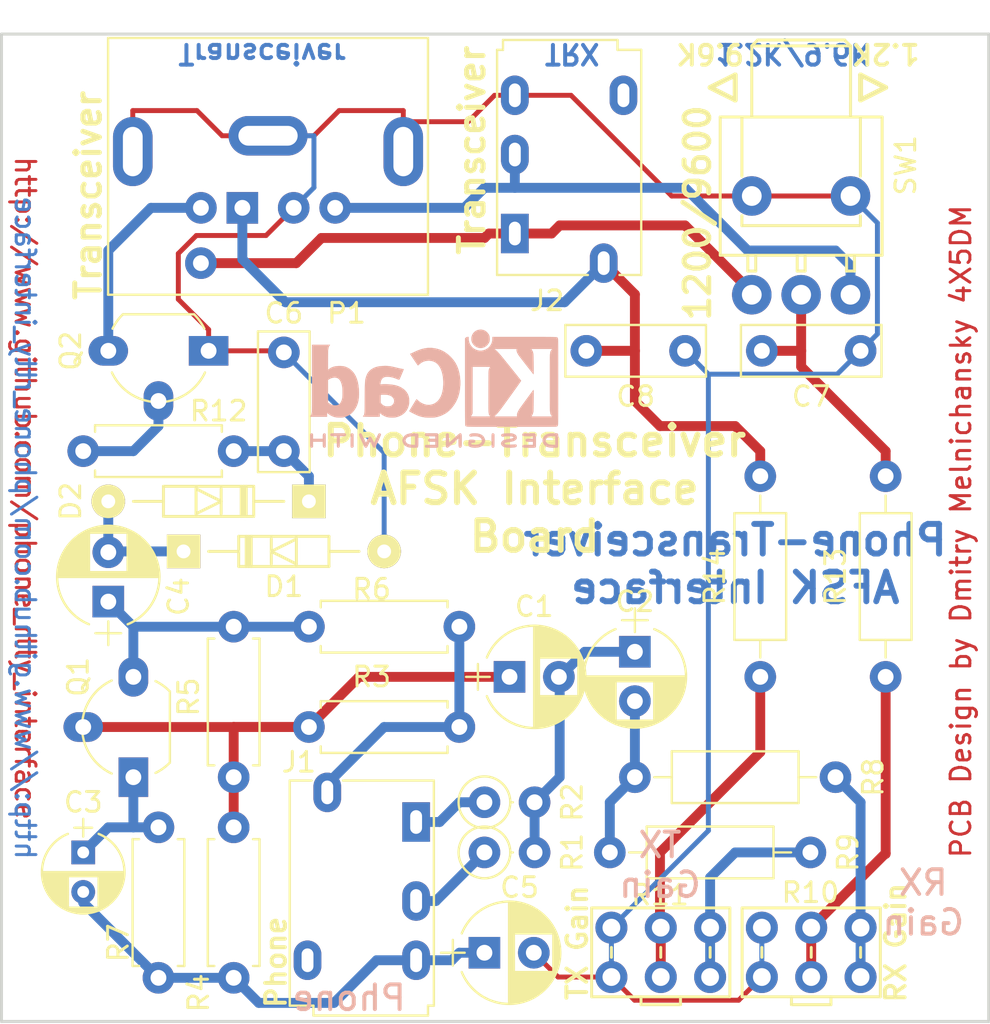
<source format=kicad_pcb>
(kicad_pcb (version 20171130) (host pcbnew "(5.1.12)-1")

  (general
    (thickness 1.6)
    (drawings 33)
    (tracks 162)
    (zones 0)
    (modules 35)
    (nets 23)
  )

  (page A4)
  (title_block
    (title "Phone-Transceiver AFSK Interface")
    (date 2017-04-11)
    (rev A)
  )

  (layers
    (0 F.Cu signal)
    (31 B.Cu signal)
    (32 B.Adhes user hide)
    (33 F.Adhes user hide)
    (34 B.Paste user hide)
    (35 F.Paste user hide)
    (36 B.SilkS user hide)
    (37 F.SilkS user hide)
    (38 B.Mask user hide)
    (39 F.Mask user hide)
    (40 Dwgs.User user hide)
    (41 Cmts.User user hide)
    (42 Eco1.User user hide)
    (43 Eco2.User user hide)
    (44 Edge.Cuts user)
    (45 Margin user hide)
    (46 B.CrtYd user hide)
    (47 F.CrtYd user hide)
    (48 B.Fab user hide)
    (49 F.Fab user hide)
  )

  (setup
    (last_trace_width 0.25)
    (user_trace_width 0.5)
    (user_trace_width 0.75)
    (user_trace_width 1)
    (user_trace_width 1.5)
    (trace_clearance 0.2)
    (zone_clearance 0.35)
    (zone_45_only no)
    (trace_min 0.2)
    (via_size 0.6)
    (via_drill 0.4)
    (via_min_size 0.4)
    (via_min_drill 0.3)
    (uvia_size 0.3)
    (uvia_drill 0.1)
    (uvias_allowed no)
    (uvia_min_size 0.2)
    (uvia_min_drill 0.1)
    (edge_width 0.15)
    (segment_width 0.15)
    (pcb_text_width 0.3)
    (pcb_text_size 1.5 1.5)
    (mod_edge_width 0.15)
    (mod_text_size 1 1)
    (mod_text_width 0.15)
    (pad_size 2.5 3)
    (pad_drill 2.5)
    (pad_to_mask_clearance 0.2)
    (aux_axis_origin 94.615 100.33)
    (visible_elements 7FFFFFFF)
    (pcbplotparams
      (layerselection 0x010f0_80000001)
      (usegerberextensions true)
      (usegerberattributes true)
      (usegerberadvancedattributes true)
      (creategerberjobfile true)
      (excludeedgelayer true)
      (linewidth 0.100000)
      (plotframeref false)
      (viasonmask false)
      (mode 1)
      (useauxorigin false)
      (hpglpennumber 1)
      (hpglpenspeed 20)
      (hpglpendiameter 15.000000)
      (psnegative false)
      (psa4output false)
      (plotreference true)
      (plotvalue false)
      (plotinvisibletext false)
      (padsonsilk false)
      (subtractmaskfromsilk false)
      (outputformat 1)
      (mirror false)
      (drillshape 0)
      (scaleselection 1)
      (outputdirectory "D:/MyProjects/phone_rtty_interface/gerbers"))
  )

  (net 0 "")
  (net 1 "Net-(C1-Pad1)")
  (net 2 "Net-(C3-Pad1)")
  (net 3 GNDREF)
  (net 4 "Net-(C6-Pad1)")
  (net 5 "Net-(Q2-Pad2)")
  (net 6 "Net-(R10-Pad2)")
  (net 7 /PHONE_OUT)
  (net 8 /PHONE_GND)
  (net 9 /TRX_DATA_IN)
  (net 10 /PHONE_MIC)
  (net 11 /TRX_1200)
  (net 12 /TRX_9600)
  (net 13 /PTT)
  (net 14 "Net-(C2-Pad2)")
  (net 15 "Net-(C4-Pad1)")
  (net 16 "Net-(C4-Pad2)")
  (net 17 "Net-(C7-Pad2)")
  (net 18 "Net-(J1-Pad1)")
  (net 19 "Net-(J1-Pad2)")
  (net 20 "Net-(R11-Pad2)")
  (net 21 "Net-(R10-Pad1)")
  (net 22 "Net-(R11-Pad1)")

  (net_class Default "This is the default net class."
    (clearance 0.2)
    (trace_width 0.25)
    (via_dia 0.6)
    (via_drill 0.4)
    (uvia_dia 0.3)
    (uvia_drill 0.1)
    (add_net /PHONE_GND)
    (add_net /PHONE_MIC)
    (add_net /PHONE_OUT)
    (add_net /PTT)
    (add_net /TRX_1200)
    (add_net /TRX_9600)
    (add_net /TRX_DATA_IN)
    (add_net GNDREF)
    (add_net "Net-(C1-Pad1)")
    (add_net "Net-(C2-Pad2)")
    (add_net "Net-(C3-Pad1)")
    (add_net "Net-(C4-Pad1)")
    (add_net "Net-(C4-Pad2)")
    (add_net "Net-(C6-Pad1)")
    (add_net "Net-(C7-Pad2)")
    (add_net "Net-(J1-Pad1)")
    (add_net "Net-(J1-Pad2)")
    (add_net "Net-(Q2-Pad2)")
    (add_net "Net-(R10-Pad1)")
    (add_net "Net-(R10-Pad2)")
    (add_net "Net-(R11-Pad1)")
    (add_net "Net-(R11-Pad2)")
  )

  (module Mounting_Holes:MountingHole_2.7mm_M2.5_ISO7380 locked (layer F.Cu) (tedit 5845FAC3) (tstamp 58459CF2)
    (at 102.5 52.5)
    (descr "Mounting Hole 2.7mm, no annular, M2.5, ISO7380")
    (tags "mounting hole 2.7mm no annular m2.5 iso7380")
    (fp_text reference MH1 (at 0.37 -5.51) (layer F.SilkS) hide
      (effects (font (size 1 1) (thickness 0.15)))
    )
    (fp_text value MH_2.7mm_M2.5_ISO7380 (at 0.37 -4.24) (layer F.Fab) hide
      (effects (font (size 1 1) (thickness 0.15)))
    )
    (fp_circle (center 0 0) (end 2.5 0) (layer F.CrtYd) (width 0.05))
    (fp_circle (center 0 0) (end 2.25 0) (layer Cmts.User) (width 0.15))
    (pad 1 np_thru_hole circle (at 0 0) (size 2.7 2.7) (drill 2.7) (layers *.Cu *.Mask))
  )

  (module Mounting_Holes:MountingHole_2.7mm_M2.5_ISO7380 locked (layer F.Cu) (tedit 5845FABA) (tstamp 58459D22)
    (at 147.5 52.5)
    (descr "Mounting Hole 2.7mm, no annular, M2.5, ISO7380")
    (tags "mounting hole 2.7mm no annular m2.5 iso7380")
    (fp_text reference MH2 (at -0.18 -5.51) (layer F.SilkS) hide
      (effects (font (size 1 1) (thickness 0.15)))
    )
    (fp_text value MH_2.7mm_M2.5_ISO7380 (at -0.18 -4.24) (layer F.Fab) hide
      (effects (font (size 1 1) (thickness 0.15)))
    )
    (fp_circle (center 0 0) (end 2.5 0) (layer F.CrtYd) (width 0.05))
    (fp_circle (center 0 0) (end 2.25 0) (layer Cmts.User) (width 0.15))
    (pad 1 np_thru_hole circle (at 0 0) (size 2.7 2.7) (drill 2.7) (layers *.Cu *.Mask))
  )

  (module Mounting_Holes:MountingHole_2.7mm_M2.5_ISO7380 locked (layer F.Cu) (tedit 5845FAA4) (tstamp 58459D2E)
    (at 102.5 97.5)
    (descr "Mounting Hole 2.7mm, no annular, M2.5, ISO7380")
    (tags "mounting hole 2.7mm no annular m2.5 iso7380")
    (fp_text reference MH3 (at 0.37 4.1) (layer F.SilkS) hide
      (effects (font (size 1 1) (thickness 0.15)))
    )
    (fp_text value MH_2.7mm_M2.5_ISO7380 (at 0.37 5.37) (layer F.Fab) hide
      (effects (font (size 1 1) (thickness 0.15)))
    )
    (fp_circle (center 0 0) (end 2.5 0) (layer F.CrtYd) (width 0.05))
    (fp_circle (center 0 0) (end 2.25 0) (layer Cmts.User) (width 0.15))
    (pad 1 np_thru_hole circle (at 0 0) (size 2.7 2.7) (drill 2.7) (layers *.Cu *.Mask))
  )

  (module Mounting_Holes:MountingHole_2.7mm_M2.5_ISO7380 locked (layer F.Cu) (tedit 5845FAB0) (tstamp 58459D28)
    (at 147.5 97.5)
    (descr "Mounting Hole 2.7mm, no annular, M2.5, ISO7380")
    (tags "mounting hole 2.7mm no annular m2.5 iso7380")
    (fp_text reference MH4 (at -0.18 4.1) (layer F.SilkS) hide
      (effects (font (size 1 1) (thickness 0.15)))
    )
    (fp_text value MH_2.7mm_M2.5_ISO7380 (at -0.18 5.37) (layer F.Fab) hide
      (effects (font (size 1 1) (thickness 0.15)))
    )
    (fp_circle (center 0 0) (end 2.5 0) (layer F.CrtYd) (width 0.05))
    (fp_circle (center 0 0) (end 2.25 0) (layer Cmts.User) (width 0.15))
    (pad 1 np_thru_hole circle (at 0 0) (size 2.7 2.7) (drill 2.7) (layers *.Cu *.Mask))
  )

  (module Resistors_ThroughHole:R_Axial_DIN0207_L6.3mm_D2.5mm_P10.16mm_Horizontal (layer F.Cu) (tedit 58E952FF) (tstamp 58E938C7)
    (at 144.78 72.39 270)
    (descr "Resistor, Axial_DIN0207 series, Axial, Horizontal, pin pitch=10.16mm, 0.25W = 1/4W, length*diameter=6.3*2.5mm^2, http://cdn-reichelt.de/documents/datenblatt/B400/1_4W%23YAG.pdf")
    (tags "Resistor Axial_DIN0207 series Axial Horizontal pin pitch 10.16mm 0.25W = 1/4W length 6.3mm diameter 2.5mm")
    (path /582AC990)
    (fp_text reference R13 (at 5.08 2.54 270) (layer F.SilkS)
      (effects (font (size 1 1) (thickness 0.15)))
    )
    (fp_text value 1K (at 5.08 0 270) (layer F.Fab)
      (effects (font (size 1 1) (thickness 0.15)))
    )
    (fp_line (start 11.25 -1.6) (end -1.05 -1.6) (layer F.CrtYd) (width 0.05))
    (fp_line (start 11.25 1.6) (end 11.25 -1.6) (layer F.CrtYd) (width 0.05))
    (fp_line (start -1.05 1.6) (end 11.25 1.6) (layer F.CrtYd) (width 0.05))
    (fp_line (start -1.05 -1.6) (end -1.05 1.6) (layer F.CrtYd) (width 0.05))
    (fp_line (start 9.18 0) (end 8.29 0) (layer F.SilkS) (width 0.12))
    (fp_line (start 0.98 0) (end 1.87 0) (layer F.SilkS) (width 0.12))
    (fp_line (start 8.29 -1.31) (end 1.87 -1.31) (layer F.SilkS) (width 0.12))
    (fp_line (start 8.29 1.31) (end 8.29 -1.31) (layer F.SilkS) (width 0.12))
    (fp_line (start 1.87 1.31) (end 8.29 1.31) (layer F.SilkS) (width 0.12))
    (fp_line (start 1.87 -1.31) (end 1.87 1.31) (layer F.SilkS) (width 0.12))
    (fp_line (start 10.16 0) (end 8.23 0) (layer F.Fab) (width 0.1))
    (fp_line (start 0 0) (end 1.93 0) (layer F.Fab) (width 0.1))
    (fp_line (start 8.23 -1.25) (end 1.93 -1.25) (layer F.Fab) (width 0.1))
    (fp_line (start 8.23 1.25) (end 8.23 -1.25) (layer F.Fab) (width 0.1))
    (fp_line (start 1.93 1.25) (end 8.23 1.25) (layer F.Fab) (width 0.1))
    (fp_line (start 1.93 -1.25) (end 1.93 1.25) (layer F.Fab) (width 0.1))
    (pad 1 thru_hole circle (at 0 0 270) (size 1.6 1.6) (drill 0.8) (layers *.Cu *.Mask)
      (net 17 "Net-(C7-Pad2)"))
    (pad 2 thru_hole oval (at 10.16 0 270) (size 1.6 1.6) (drill 0.8) (layers *.Cu *.Mask)
      (net 6 "Net-(R10-Pad2)"))
    (model Resistors_THT.3dshapes/R_Axial_DIN0207_L6.3mm_D2.5mm_P10.16mm_Horizontal.wrl
      (at (xyz 0 0 0))
      (scale (xyz 0.393701 0.393701 0.393701))
      (rotate (xyz 0 0 0))
    )
  )

  (module Resistors_ThroughHole:R_Axial_DIN0207_L6.3mm_D2.5mm_P10.16mm_Horizontal (layer F.Cu) (tedit 58E952FD) (tstamp 58E938CD)
    (at 138.43 82.55 90)
    (descr "Resistor, Axial_DIN0207 series, Axial, Horizontal, pin pitch=10.16mm, 0.25W = 1/4W, length*diameter=6.3*2.5mm^2, http://cdn-reichelt.de/documents/datenblatt/B400/1_4W%23YAG.pdf")
    (tags "Resistor Axial_DIN0207 series Axial Horizontal pin pitch 10.16mm 0.25W = 1/4W length 6.3mm diameter 2.5mm")
    (path /582ACA1A)
    (fp_text reference R14 (at 5.08 -2.31 90) (layer F.SilkS)
      (effects (font (size 1 1) (thickness 0.15)))
    )
    (fp_text value 1K (at 5.08 0 90) (layer F.Fab)
      (effects (font (size 1 1) (thickness 0.15)))
    )
    (fp_line (start 11.25 -1.6) (end -1.05 -1.6) (layer F.CrtYd) (width 0.05))
    (fp_line (start 11.25 1.6) (end 11.25 -1.6) (layer F.CrtYd) (width 0.05))
    (fp_line (start -1.05 1.6) (end 11.25 1.6) (layer F.CrtYd) (width 0.05))
    (fp_line (start -1.05 -1.6) (end -1.05 1.6) (layer F.CrtYd) (width 0.05))
    (fp_line (start 9.18 0) (end 8.29 0) (layer F.SilkS) (width 0.12))
    (fp_line (start 0.98 0) (end 1.87 0) (layer F.SilkS) (width 0.12))
    (fp_line (start 8.29 -1.31) (end 1.87 -1.31) (layer F.SilkS) (width 0.12))
    (fp_line (start 8.29 1.31) (end 8.29 -1.31) (layer F.SilkS) (width 0.12))
    (fp_line (start 1.87 1.31) (end 8.29 1.31) (layer F.SilkS) (width 0.12))
    (fp_line (start 1.87 -1.31) (end 1.87 1.31) (layer F.SilkS) (width 0.12))
    (fp_line (start 10.16 0) (end 8.23 0) (layer F.Fab) (width 0.1))
    (fp_line (start 0 0) (end 1.93 0) (layer F.Fab) (width 0.1))
    (fp_line (start 8.23 -1.25) (end 1.93 -1.25) (layer F.Fab) (width 0.1))
    (fp_line (start 8.23 1.25) (end 8.23 -1.25) (layer F.Fab) (width 0.1))
    (fp_line (start 1.93 1.25) (end 8.23 1.25) (layer F.Fab) (width 0.1))
    (fp_line (start 1.93 -1.25) (end 1.93 1.25) (layer F.Fab) (width 0.1))
    (pad 1 thru_hole circle (at 0 0 90) (size 1.6 1.6) (drill 0.8) (layers *.Cu *.Mask)
      (net 20 "Net-(R11-Pad2)"))
    (pad 2 thru_hole oval (at 10.16 0 90) (size 1.6 1.6) (drill 0.8) (layers *.Cu *.Mask)
      (net 9 /TRX_DATA_IN))
    (model Resistors_THT.3dshapes/R_Axial_DIN0207_L6.3mm_D2.5mm_P10.16mm_Horizontal.wrl
      (at (xyz 0 0 0))
      (scale (xyz 0.393701 0.393701 0.393701))
      (rotate (xyz 0 0 0))
    )
  )

  (module Capacitors_ThroughHole:CP_Radial_D5.0mm_P2.50mm (layer F.Cu) (tedit 58EBEB1D) (tstamp 58E93A34)
    (at 105.41 78.74 90)
    (descr "CP, Radial series, Radial, pin pitch=2.50mm, , diameter=5mm, Electrolytic Capacitor")
    (tags "CP Radial series Radial pin pitch 2.50mm  diameter 5mm Electrolytic Capacitor")
    (path /5829EB02)
    (fp_text reference C4 (at 0.254 3.556 270) (layer F.SilkS)
      (effects (font (size 1 1) (thickness 0.15)))
    )
    (fp_text value 4.7uF (at 1.25 3.56 90) (layer F.Fab)
      (effects (font (size 1 1) (thickness 0.15)))
    )
    (fp_line (start 4.1 -2.85) (end -1.6 -2.85) (layer F.CrtYd) (width 0.05))
    (fp_line (start 4.1 2.85) (end 4.1 -2.85) (layer F.CrtYd) (width 0.05))
    (fp_line (start -1.6 2.85) (end 4.1 2.85) (layer F.CrtYd) (width 0.05))
    (fp_line (start -1.6 -2.85) (end -1.6 2.85) (layer F.CrtYd) (width 0.05))
    (fp_line (start -1.6 -0.65) (end -1.6 0.65) (layer F.SilkS) (width 0.12))
    (fp_line (start -2.2 0) (end -1 0) (layer F.SilkS) (width 0.12))
    (fp_line (start 3.811 -0.354) (end 3.811 0.354) (layer F.SilkS) (width 0.12))
    (fp_line (start 3.771 -0.559) (end 3.771 0.559) (layer F.SilkS) (width 0.12))
    (fp_line (start 3.731 -0.707) (end 3.731 0.707) (layer F.SilkS) (width 0.12))
    (fp_line (start 3.691 -0.829) (end 3.691 0.829) (layer F.SilkS) (width 0.12))
    (fp_line (start 3.651 -0.934) (end 3.651 0.934) (layer F.SilkS) (width 0.12))
    (fp_line (start 3.611 -1.028) (end 3.611 1.028) (layer F.SilkS) (width 0.12))
    (fp_line (start 3.571 -1.112) (end 3.571 1.112) (layer F.SilkS) (width 0.12))
    (fp_line (start 3.531 -1.189) (end 3.531 1.189) (layer F.SilkS) (width 0.12))
    (fp_line (start 3.491 -1.261) (end 3.491 1.261) (layer F.SilkS) (width 0.12))
    (fp_line (start 3.451 0.98) (end 3.451 1.327) (layer F.SilkS) (width 0.12))
    (fp_line (start 3.451 -1.327) (end 3.451 -0.98) (layer F.SilkS) (width 0.12))
    (fp_line (start 3.411 0.98) (end 3.411 1.39) (layer F.SilkS) (width 0.12))
    (fp_line (start 3.411 -1.39) (end 3.411 -0.98) (layer F.SilkS) (width 0.12))
    (fp_line (start 3.371 0.98) (end 3.371 1.448) (layer F.SilkS) (width 0.12))
    (fp_line (start 3.371 -1.448) (end 3.371 -0.98) (layer F.SilkS) (width 0.12))
    (fp_line (start 3.331 0.98) (end 3.331 1.504) (layer F.SilkS) (width 0.12))
    (fp_line (start 3.331 -1.504) (end 3.331 -0.98) (layer F.SilkS) (width 0.12))
    (fp_line (start 3.291 0.98) (end 3.291 1.556) (layer F.SilkS) (width 0.12))
    (fp_line (start 3.291 -1.556) (end 3.291 -0.98) (layer F.SilkS) (width 0.12))
    (fp_line (start 3.251 0.98) (end 3.251 1.606) (layer F.SilkS) (width 0.12))
    (fp_line (start 3.251 -1.606) (end 3.251 -0.98) (layer F.SilkS) (width 0.12))
    (fp_line (start 3.211 0.98) (end 3.211 1.654) (layer F.SilkS) (width 0.12))
    (fp_line (start 3.211 -1.654) (end 3.211 -0.98) (layer F.SilkS) (width 0.12))
    (fp_line (start 3.171 0.98) (end 3.171 1.699) (layer F.SilkS) (width 0.12))
    (fp_line (start 3.171 -1.699) (end 3.171 -0.98) (layer F.SilkS) (width 0.12))
    (fp_line (start 3.131 0.98) (end 3.131 1.742) (layer F.SilkS) (width 0.12))
    (fp_line (start 3.131 -1.742) (end 3.131 -0.98) (layer F.SilkS) (width 0.12))
    (fp_line (start 3.091 0.98) (end 3.091 1.783) (layer F.SilkS) (width 0.12))
    (fp_line (start 3.091 -1.783) (end 3.091 -0.98) (layer F.SilkS) (width 0.12))
    (fp_line (start 3.051 0.98) (end 3.051 1.823) (layer F.SilkS) (width 0.12))
    (fp_line (start 3.051 -1.823) (end 3.051 -0.98) (layer F.SilkS) (width 0.12))
    (fp_line (start 3.011 0.98) (end 3.011 1.861) (layer F.SilkS) (width 0.12))
    (fp_line (start 3.011 -1.861) (end 3.011 -0.98) (layer F.SilkS) (width 0.12))
    (fp_line (start 2.971 0.98) (end 2.971 1.897) (layer F.SilkS) (width 0.12))
    (fp_line (start 2.971 -1.897) (end 2.971 -0.98) (layer F.SilkS) (width 0.12))
    (fp_line (start 2.931 0.98) (end 2.931 1.932) (layer F.SilkS) (width 0.12))
    (fp_line (start 2.931 -1.932) (end 2.931 -0.98) (layer F.SilkS) (width 0.12))
    (fp_line (start 2.891 0.98) (end 2.891 1.965) (layer F.SilkS) (width 0.12))
    (fp_line (start 2.891 -1.965) (end 2.891 -0.98) (layer F.SilkS) (width 0.12))
    (fp_line (start 2.851 0.98) (end 2.851 1.997) (layer F.SilkS) (width 0.12))
    (fp_line (start 2.851 -1.997) (end 2.851 -0.98) (layer F.SilkS) (width 0.12))
    (fp_line (start 2.811 0.98) (end 2.811 2.028) (layer F.SilkS) (width 0.12))
    (fp_line (start 2.811 -2.028) (end 2.811 -0.98) (layer F.SilkS) (width 0.12))
    (fp_line (start 2.771 0.98) (end 2.771 2.058) (layer F.SilkS) (width 0.12))
    (fp_line (start 2.771 -2.058) (end 2.771 -0.98) (layer F.SilkS) (width 0.12))
    (fp_line (start 2.731 0.98) (end 2.731 2.086) (layer F.SilkS) (width 0.12))
    (fp_line (start 2.731 -2.086) (end 2.731 -0.98) (layer F.SilkS) (width 0.12))
    (fp_line (start 2.691 0.98) (end 2.691 2.113) (layer F.SilkS) (width 0.12))
    (fp_line (start 2.691 -2.113) (end 2.691 -0.98) (layer F.SilkS) (width 0.12))
    (fp_line (start 2.651 0.98) (end 2.651 2.14) (layer F.SilkS) (width 0.12))
    (fp_line (start 2.651 -2.14) (end 2.651 -0.98) (layer F.SilkS) (width 0.12))
    (fp_line (start 2.611 0.98) (end 2.611 2.165) (layer F.SilkS) (width 0.12))
    (fp_line (start 2.611 -2.165) (end 2.611 -0.98) (layer F.SilkS) (width 0.12))
    (fp_line (start 2.571 0.98) (end 2.571 2.189) (layer F.SilkS) (width 0.12))
    (fp_line (start 2.571 -2.189) (end 2.571 -0.98) (layer F.SilkS) (width 0.12))
    (fp_line (start 2.531 0.98) (end 2.531 2.212) (layer F.SilkS) (width 0.12))
    (fp_line (start 2.531 -2.212) (end 2.531 -0.98) (layer F.SilkS) (width 0.12))
    (fp_line (start 2.491 0.98) (end 2.491 2.234) (layer F.SilkS) (width 0.12))
    (fp_line (start 2.491 -2.234) (end 2.491 -0.98) (layer F.SilkS) (width 0.12))
    (fp_line (start 2.451 0.98) (end 2.451 2.256) (layer F.SilkS) (width 0.12))
    (fp_line (start 2.451 -2.256) (end 2.451 -0.98) (layer F.SilkS) (width 0.12))
    (fp_line (start 2.411 0.98) (end 2.411 2.276) (layer F.SilkS) (width 0.12))
    (fp_line (start 2.411 -2.276) (end 2.411 -0.98) (layer F.SilkS) (width 0.12))
    (fp_line (start 2.371 0.98) (end 2.371 2.296) (layer F.SilkS) (width 0.12))
    (fp_line (start 2.371 -2.296) (end 2.371 -0.98) (layer F.SilkS) (width 0.12))
    (fp_line (start 2.331 0.98) (end 2.331 2.315) (layer F.SilkS) (width 0.12))
    (fp_line (start 2.331 -2.315) (end 2.331 -0.98) (layer F.SilkS) (width 0.12))
    (fp_line (start 2.291 0.98) (end 2.291 2.333) (layer F.SilkS) (width 0.12))
    (fp_line (start 2.291 -2.333) (end 2.291 -0.98) (layer F.SilkS) (width 0.12))
    (fp_line (start 2.251 0.98) (end 2.251 2.35) (layer F.SilkS) (width 0.12))
    (fp_line (start 2.251 -2.35) (end 2.251 -0.98) (layer F.SilkS) (width 0.12))
    (fp_line (start 2.211 0.98) (end 2.211 2.366) (layer F.SilkS) (width 0.12))
    (fp_line (start 2.211 -2.366) (end 2.211 -0.98) (layer F.SilkS) (width 0.12))
    (fp_line (start 2.171 0.98) (end 2.171 2.382) (layer F.SilkS) (width 0.12))
    (fp_line (start 2.171 -2.382) (end 2.171 -0.98) (layer F.SilkS) (width 0.12))
    (fp_line (start 2.131 0.98) (end 2.131 2.396) (layer F.SilkS) (width 0.12))
    (fp_line (start 2.131 -2.396) (end 2.131 -0.98) (layer F.SilkS) (width 0.12))
    (fp_line (start 2.091 0.98) (end 2.091 2.41) (layer F.SilkS) (width 0.12))
    (fp_line (start 2.091 -2.41) (end 2.091 -0.98) (layer F.SilkS) (width 0.12))
    (fp_line (start 2.051 0.98) (end 2.051 2.424) (layer F.SilkS) (width 0.12))
    (fp_line (start 2.051 -2.424) (end 2.051 -0.98) (layer F.SilkS) (width 0.12))
    (fp_line (start 2.011 0.98) (end 2.011 2.436) (layer F.SilkS) (width 0.12))
    (fp_line (start 2.011 -2.436) (end 2.011 -0.98) (layer F.SilkS) (width 0.12))
    (fp_line (start 1.971 0.98) (end 1.971 2.448) (layer F.SilkS) (width 0.12))
    (fp_line (start 1.971 -2.448) (end 1.971 -0.98) (layer F.SilkS) (width 0.12))
    (fp_line (start 1.93 0.98) (end 1.93 2.46) (layer F.SilkS) (width 0.12))
    (fp_line (start 1.93 -2.46) (end 1.93 -0.98) (layer F.SilkS) (width 0.12))
    (fp_line (start 1.89 0.98) (end 1.89 2.47) (layer F.SilkS) (width 0.12))
    (fp_line (start 1.89 -2.47) (end 1.89 -0.98) (layer F.SilkS) (width 0.12))
    (fp_line (start 1.85 0.98) (end 1.85 2.48) (layer F.SilkS) (width 0.12))
    (fp_line (start 1.85 -2.48) (end 1.85 -0.98) (layer F.SilkS) (width 0.12))
    (fp_line (start 1.81 0.98) (end 1.81 2.489) (layer F.SilkS) (width 0.12))
    (fp_line (start 1.81 -2.489) (end 1.81 -0.98) (layer F.SilkS) (width 0.12))
    (fp_line (start 1.77 0.98) (end 1.77 2.498) (layer F.SilkS) (width 0.12))
    (fp_line (start 1.77 -2.498) (end 1.77 -0.98) (layer F.SilkS) (width 0.12))
    (fp_line (start 1.73 0.98) (end 1.73 2.506) (layer F.SilkS) (width 0.12))
    (fp_line (start 1.73 -2.506) (end 1.73 -0.98) (layer F.SilkS) (width 0.12))
    (fp_line (start 1.69 0.98) (end 1.69 2.513) (layer F.SilkS) (width 0.12))
    (fp_line (start 1.69 -2.513) (end 1.69 -0.98) (layer F.SilkS) (width 0.12))
    (fp_line (start 1.65 0.98) (end 1.65 2.519) (layer F.SilkS) (width 0.12))
    (fp_line (start 1.65 -2.519) (end 1.65 -0.98) (layer F.SilkS) (width 0.12))
    (fp_line (start 1.61 0.98) (end 1.61 2.525) (layer F.SilkS) (width 0.12))
    (fp_line (start 1.61 -2.525) (end 1.61 -0.98) (layer F.SilkS) (width 0.12))
    (fp_line (start 1.57 0.98) (end 1.57 2.531) (layer F.SilkS) (width 0.12))
    (fp_line (start 1.57 -2.531) (end 1.57 -0.98) (layer F.SilkS) (width 0.12))
    (fp_line (start 1.53 0.98) (end 1.53 2.535) (layer F.SilkS) (width 0.12))
    (fp_line (start 1.53 -2.535) (end 1.53 -0.98) (layer F.SilkS) (width 0.12))
    (fp_line (start 1.49 -2.539) (end 1.49 2.539) (layer F.SilkS) (width 0.12))
    (fp_line (start 1.45 -2.543) (end 1.45 2.543) (layer F.SilkS) (width 0.12))
    (fp_line (start 1.41 -2.546) (end 1.41 2.546) (layer F.SilkS) (width 0.12))
    (fp_line (start 1.37 -2.548) (end 1.37 2.548) (layer F.SilkS) (width 0.12))
    (fp_line (start 1.33 -2.549) (end 1.33 2.549) (layer F.SilkS) (width 0.12))
    (fp_line (start 1.29 -2.55) (end 1.29 2.55) (layer F.SilkS) (width 0.12))
    (fp_line (start 1.25 -2.55) (end 1.25 2.55) (layer F.SilkS) (width 0.12))
    (fp_line (start -1.6 -0.65) (end -1.6 0.65) (layer F.Fab) (width 0.1))
    (fp_line (start -2.2 0) (end -1 0) (layer F.Fab) (width 0.1))
    (fp_circle (center 1.25 0) (end 3.75 0) (layer F.Fab) (width 0.1))
    (fp_arc (start 1.25 0) (end -1.147436 -0.98) (angle 135.5) (layer F.SilkS) (width 0.12))
    (fp_arc (start 1.25 0) (end -1.147436 0.98) (angle -135.5) (layer F.SilkS) (width 0.12))
    (fp_arc (start 1.25 0) (end 3.647436 -0.98) (angle 44.5) (layer F.SilkS) (width 0.12))
    (pad 1 thru_hole rect (at 0 0 90) (size 1.6 1.6) (drill 0.8) (layers *.Cu *.Mask)
      (net 15 "Net-(C4-Pad1)"))
    (pad 2 thru_hole circle (at 2.5 0 90) (size 1.6 1.6) (drill 0.8) (layers *.Cu *.Mask)
      (net 16 "Net-(C4-Pad2)"))
    (model Capacitors_THT.3dshapes/CP_Radial_D5.0mm_P2.50mm.wrl
      (at (xyz 0 0 0))
      (scale (xyz 0.393701 0.393701 0.393701))
      (rotate (xyz 0 0 0))
    )
  )

  (module Capacitors_ThroughHole:CP_Radial_D5.0mm_P2.50mm (layer F.Cu) (tedit 58E95EA0) (tstamp 58E93A39)
    (at 124.46 96.52)
    (descr "CP, Radial series, Radial, pin pitch=2.50mm, , diameter=5mm, Electrolytic Capacitor")
    (tags "CP Radial series Radial pin pitch 2.50mm  diameter 5mm Electrolytic Capacitor")
    (path /582A7315)
    (fp_text reference C5 (at 1.778 -3.302) (layer F.SilkS)
      (effects (font (size 1 1) (thickness 0.15)))
    )
    (fp_text value 100uF (at 1.25 3.56) (layer F.Fab)
      (effects (font (size 1 1) (thickness 0.15)))
    )
    (fp_line (start 4.1 -2.85) (end -1.6 -2.85) (layer F.CrtYd) (width 0.05))
    (fp_line (start 4.1 2.85) (end 4.1 -2.85) (layer F.CrtYd) (width 0.05))
    (fp_line (start -1.6 2.85) (end 4.1 2.85) (layer F.CrtYd) (width 0.05))
    (fp_line (start -1.6 -2.85) (end -1.6 2.85) (layer F.CrtYd) (width 0.05))
    (fp_line (start -1.6 -0.65) (end -1.6 0.65) (layer F.SilkS) (width 0.12))
    (fp_line (start -2.2 0) (end -1 0) (layer F.SilkS) (width 0.12))
    (fp_line (start 3.811 -0.354) (end 3.811 0.354) (layer F.SilkS) (width 0.12))
    (fp_line (start 3.771 -0.559) (end 3.771 0.559) (layer F.SilkS) (width 0.12))
    (fp_line (start 3.731 -0.707) (end 3.731 0.707) (layer F.SilkS) (width 0.12))
    (fp_line (start 3.691 -0.829) (end 3.691 0.829) (layer F.SilkS) (width 0.12))
    (fp_line (start 3.651 -0.934) (end 3.651 0.934) (layer F.SilkS) (width 0.12))
    (fp_line (start 3.611 -1.028) (end 3.611 1.028) (layer F.SilkS) (width 0.12))
    (fp_line (start 3.571 -1.112) (end 3.571 1.112) (layer F.SilkS) (width 0.12))
    (fp_line (start 3.531 -1.189) (end 3.531 1.189) (layer F.SilkS) (width 0.12))
    (fp_line (start 3.491 -1.261) (end 3.491 1.261) (layer F.SilkS) (width 0.12))
    (fp_line (start 3.451 0.98) (end 3.451 1.327) (layer F.SilkS) (width 0.12))
    (fp_line (start 3.451 -1.327) (end 3.451 -0.98) (layer F.SilkS) (width 0.12))
    (fp_line (start 3.411 0.98) (end 3.411 1.39) (layer F.SilkS) (width 0.12))
    (fp_line (start 3.411 -1.39) (end 3.411 -0.98) (layer F.SilkS) (width 0.12))
    (fp_line (start 3.371 0.98) (end 3.371 1.448) (layer F.SilkS) (width 0.12))
    (fp_line (start 3.371 -1.448) (end 3.371 -0.98) (layer F.SilkS) (width 0.12))
    (fp_line (start 3.331 0.98) (end 3.331 1.504) (layer F.SilkS) (width 0.12))
    (fp_line (start 3.331 -1.504) (end 3.331 -0.98) (layer F.SilkS) (width 0.12))
    (fp_line (start 3.291 0.98) (end 3.291 1.556) (layer F.SilkS) (width 0.12))
    (fp_line (start 3.291 -1.556) (end 3.291 -0.98) (layer F.SilkS) (width 0.12))
    (fp_line (start 3.251 0.98) (end 3.251 1.606) (layer F.SilkS) (width 0.12))
    (fp_line (start 3.251 -1.606) (end 3.251 -0.98) (layer F.SilkS) (width 0.12))
    (fp_line (start 3.211 0.98) (end 3.211 1.654) (layer F.SilkS) (width 0.12))
    (fp_line (start 3.211 -1.654) (end 3.211 -0.98) (layer F.SilkS) (width 0.12))
    (fp_line (start 3.171 0.98) (end 3.171 1.699) (layer F.SilkS) (width 0.12))
    (fp_line (start 3.171 -1.699) (end 3.171 -0.98) (layer F.SilkS) (width 0.12))
    (fp_line (start 3.131 0.98) (end 3.131 1.742) (layer F.SilkS) (width 0.12))
    (fp_line (start 3.131 -1.742) (end 3.131 -0.98) (layer F.SilkS) (width 0.12))
    (fp_line (start 3.091 0.98) (end 3.091 1.783) (layer F.SilkS) (width 0.12))
    (fp_line (start 3.091 -1.783) (end 3.091 -0.98) (layer F.SilkS) (width 0.12))
    (fp_line (start 3.051 0.98) (end 3.051 1.823) (layer F.SilkS) (width 0.12))
    (fp_line (start 3.051 -1.823) (end 3.051 -0.98) (layer F.SilkS) (width 0.12))
    (fp_line (start 3.011 0.98) (end 3.011 1.861) (layer F.SilkS) (width 0.12))
    (fp_line (start 3.011 -1.861) (end 3.011 -0.98) (layer F.SilkS) (width 0.12))
    (fp_line (start 2.971 0.98) (end 2.971 1.897) (layer F.SilkS) (width 0.12))
    (fp_line (start 2.971 -1.897) (end 2.971 -0.98) (layer F.SilkS) (width 0.12))
    (fp_line (start 2.931 0.98) (end 2.931 1.932) (layer F.SilkS) (width 0.12))
    (fp_line (start 2.931 -1.932) (end 2.931 -0.98) (layer F.SilkS) (width 0.12))
    (fp_line (start 2.891 0.98) (end 2.891 1.965) (layer F.SilkS) (width 0.12))
    (fp_line (start 2.891 -1.965) (end 2.891 -0.98) (layer F.SilkS) (width 0.12))
    (fp_line (start 2.851 0.98) (end 2.851 1.997) (layer F.SilkS) (width 0.12))
    (fp_line (start 2.851 -1.997) (end 2.851 -0.98) (layer F.SilkS) (width 0.12))
    (fp_line (start 2.811 0.98) (end 2.811 2.028) (layer F.SilkS) (width 0.12))
    (fp_line (start 2.811 -2.028) (end 2.811 -0.98) (layer F.SilkS) (width 0.12))
    (fp_line (start 2.771 0.98) (end 2.771 2.058) (layer F.SilkS) (width 0.12))
    (fp_line (start 2.771 -2.058) (end 2.771 -0.98) (layer F.SilkS) (width 0.12))
    (fp_line (start 2.731 0.98) (end 2.731 2.086) (layer F.SilkS) (width 0.12))
    (fp_line (start 2.731 -2.086) (end 2.731 -0.98) (layer F.SilkS) (width 0.12))
    (fp_line (start 2.691 0.98) (end 2.691 2.113) (layer F.SilkS) (width 0.12))
    (fp_line (start 2.691 -2.113) (end 2.691 -0.98) (layer F.SilkS) (width 0.12))
    (fp_line (start 2.651 0.98) (end 2.651 2.14) (layer F.SilkS) (width 0.12))
    (fp_line (start 2.651 -2.14) (end 2.651 -0.98) (layer F.SilkS) (width 0.12))
    (fp_line (start 2.611 0.98) (end 2.611 2.165) (layer F.SilkS) (width 0.12))
    (fp_line (start 2.611 -2.165) (end 2.611 -0.98) (layer F.SilkS) (width 0.12))
    (fp_line (start 2.571 0.98) (end 2.571 2.189) (layer F.SilkS) (width 0.12))
    (fp_line (start 2.571 -2.189) (end 2.571 -0.98) (layer F.SilkS) (width 0.12))
    (fp_line (start 2.531 0.98) (end 2.531 2.212) (layer F.SilkS) (width 0.12))
    (fp_line (start 2.531 -2.212) (end 2.531 -0.98) (layer F.SilkS) (width 0.12))
    (fp_line (start 2.491 0.98) (end 2.491 2.234) (layer F.SilkS) (width 0.12))
    (fp_line (start 2.491 -2.234) (end 2.491 -0.98) (layer F.SilkS) (width 0.12))
    (fp_line (start 2.451 0.98) (end 2.451 2.256) (layer F.SilkS) (width 0.12))
    (fp_line (start 2.451 -2.256) (end 2.451 -0.98) (layer F.SilkS) (width 0.12))
    (fp_line (start 2.411 0.98) (end 2.411 2.276) (layer F.SilkS) (width 0.12))
    (fp_line (start 2.411 -2.276) (end 2.411 -0.98) (layer F.SilkS) (width 0.12))
    (fp_line (start 2.371 0.98) (end 2.371 2.296) (layer F.SilkS) (width 0.12))
    (fp_line (start 2.371 -2.296) (end 2.371 -0.98) (layer F.SilkS) (width 0.12))
    (fp_line (start 2.331 0.98) (end 2.331 2.315) (layer F.SilkS) (width 0.12))
    (fp_line (start 2.331 -2.315) (end 2.331 -0.98) (layer F.SilkS) (width 0.12))
    (fp_line (start 2.291 0.98) (end 2.291 2.333) (layer F.SilkS) (width 0.12))
    (fp_line (start 2.291 -2.333) (end 2.291 -0.98) (layer F.SilkS) (width 0.12))
    (fp_line (start 2.251 0.98) (end 2.251 2.35) (layer F.SilkS) (width 0.12))
    (fp_line (start 2.251 -2.35) (end 2.251 -0.98) (layer F.SilkS) (width 0.12))
    (fp_line (start 2.211 0.98) (end 2.211 2.366) (layer F.SilkS) (width 0.12))
    (fp_line (start 2.211 -2.366) (end 2.211 -0.98) (layer F.SilkS) (width 0.12))
    (fp_line (start 2.171 0.98) (end 2.171 2.382) (layer F.SilkS) (width 0.12))
    (fp_line (start 2.171 -2.382) (end 2.171 -0.98) (layer F.SilkS) (width 0.12))
    (fp_line (start 2.131 0.98) (end 2.131 2.396) (layer F.SilkS) (width 0.12))
    (fp_line (start 2.131 -2.396) (end 2.131 -0.98) (layer F.SilkS) (width 0.12))
    (fp_line (start 2.091 0.98) (end 2.091 2.41) (layer F.SilkS) (width 0.12))
    (fp_line (start 2.091 -2.41) (end 2.091 -0.98) (layer F.SilkS) (width 0.12))
    (fp_line (start 2.051 0.98) (end 2.051 2.424) (layer F.SilkS) (width 0.12))
    (fp_line (start 2.051 -2.424) (end 2.051 -0.98) (layer F.SilkS) (width 0.12))
    (fp_line (start 2.011 0.98) (end 2.011 2.436) (layer F.SilkS) (width 0.12))
    (fp_line (start 2.011 -2.436) (end 2.011 -0.98) (layer F.SilkS) (width 0.12))
    (fp_line (start 1.971 0.98) (end 1.971 2.448) (layer F.SilkS) (width 0.12))
    (fp_line (start 1.971 -2.448) (end 1.971 -0.98) (layer F.SilkS) (width 0.12))
    (fp_line (start 1.93 0.98) (end 1.93 2.46) (layer F.SilkS) (width 0.12))
    (fp_line (start 1.93 -2.46) (end 1.93 -0.98) (layer F.SilkS) (width 0.12))
    (fp_line (start 1.89 0.98) (end 1.89 2.47) (layer F.SilkS) (width 0.12))
    (fp_line (start 1.89 -2.47) (end 1.89 -0.98) (layer F.SilkS) (width 0.12))
    (fp_line (start 1.85 0.98) (end 1.85 2.48) (layer F.SilkS) (width 0.12))
    (fp_line (start 1.85 -2.48) (end 1.85 -0.98) (layer F.SilkS) (width 0.12))
    (fp_line (start 1.81 0.98) (end 1.81 2.489) (layer F.SilkS) (width 0.12))
    (fp_line (start 1.81 -2.489) (end 1.81 -0.98) (layer F.SilkS) (width 0.12))
    (fp_line (start 1.77 0.98) (end 1.77 2.498) (layer F.SilkS) (width 0.12))
    (fp_line (start 1.77 -2.498) (end 1.77 -0.98) (layer F.SilkS) (width 0.12))
    (fp_line (start 1.73 0.98) (end 1.73 2.506) (layer F.SilkS) (width 0.12))
    (fp_line (start 1.73 -2.506) (end 1.73 -0.98) (layer F.SilkS) (width 0.12))
    (fp_line (start 1.69 0.98) (end 1.69 2.513) (layer F.SilkS) (width 0.12))
    (fp_line (start 1.69 -2.513) (end 1.69 -0.98) (layer F.SilkS) (width 0.12))
    (fp_line (start 1.65 0.98) (end 1.65 2.519) (layer F.SilkS) (width 0.12))
    (fp_line (start 1.65 -2.519) (end 1.65 -0.98) (layer F.SilkS) (width 0.12))
    (fp_line (start 1.61 0.98) (end 1.61 2.525) (layer F.SilkS) (width 0.12))
    (fp_line (start 1.61 -2.525) (end 1.61 -0.98) (layer F.SilkS) (width 0.12))
    (fp_line (start 1.57 0.98) (end 1.57 2.531) (layer F.SilkS) (width 0.12))
    (fp_line (start 1.57 -2.531) (end 1.57 -0.98) (layer F.SilkS) (width 0.12))
    (fp_line (start 1.53 0.98) (end 1.53 2.535) (layer F.SilkS) (width 0.12))
    (fp_line (start 1.53 -2.535) (end 1.53 -0.98) (layer F.SilkS) (width 0.12))
    (fp_line (start 1.49 -2.539) (end 1.49 2.539) (layer F.SilkS) (width 0.12))
    (fp_line (start 1.45 -2.543) (end 1.45 2.543) (layer F.SilkS) (width 0.12))
    (fp_line (start 1.41 -2.546) (end 1.41 2.546) (layer F.SilkS) (width 0.12))
    (fp_line (start 1.37 -2.548) (end 1.37 2.548) (layer F.SilkS) (width 0.12))
    (fp_line (start 1.33 -2.549) (end 1.33 2.549) (layer F.SilkS) (width 0.12))
    (fp_line (start 1.29 -2.55) (end 1.29 2.55) (layer F.SilkS) (width 0.12))
    (fp_line (start 1.25 -2.55) (end 1.25 2.55) (layer F.SilkS) (width 0.12))
    (fp_line (start -1.6 -0.65) (end -1.6 0.65) (layer F.Fab) (width 0.1))
    (fp_line (start -2.2 0) (end -1 0) (layer F.Fab) (width 0.1))
    (fp_circle (center 1.25 0) (end 3.75 0) (layer F.Fab) (width 0.1))
    (fp_arc (start 1.25 0) (end -1.147436 -0.98) (angle 135.5) (layer F.SilkS) (width 0.12))
    (fp_arc (start 1.25 0) (end -1.147436 0.98) (angle -135.5) (layer F.SilkS) (width 0.12))
    (fp_arc (start 1.25 0) (end 3.647436 -0.98) (angle 44.5) (layer F.SilkS) (width 0.12))
    (pad 1 thru_hole rect (at 0 0) (size 1.6 1.6) (drill 0.8) (layers *.Cu *.Mask)
      (net 8 /PHONE_GND))
    (pad 2 thru_hole circle (at 2.5 0) (size 1.6 1.6) (drill 0.8) (layers *.Cu *.Mask)
      (net 3 GNDREF))
    (model Capacitors_THT.3dshapes/CP_Radial_D5.0mm_P2.50mm.wrl
      (at (xyz 0 0 0))
      (scale (xyz 0.393701 0.393701 0.393701))
      (rotate (xyz 0 0 0))
    )
  )

  (module Capacitors_ThroughHole:C_Rect_L7.0mm_W2.5mm_P5.00mm (layer F.Cu) (tedit 58EBE74A) (tstamp 58E93A3E)
    (at 114.3 71.12 90)
    (descr "C, Rect series, Radial, pin pitch=5.00mm, , length*width=7*2.5mm^2, Capacitor")
    (tags "C Rect series Radial pin pitch 5.00mm  length 7mm width 2.5mm Capacitor")
    (path /5829EAD1)
    (fp_text reference C6 (at 6.985 0 180) (layer F.SilkS)
      (effects (font (size 1 1) (thickness 0.15)))
    )
    (fp_text value 100n (at 2.5 2.31 90) (layer F.Fab)
      (effects (font (size 1 1) (thickness 0.15)))
    )
    (fp_line (start 6.35 -1.6) (end -1.35 -1.6) (layer F.CrtYd) (width 0.05))
    (fp_line (start 6.35 1.6) (end 6.35 -1.6) (layer F.CrtYd) (width 0.05))
    (fp_line (start -1.35 1.6) (end 6.35 1.6) (layer F.CrtYd) (width 0.05))
    (fp_line (start -1.35 -1.6) (end -1.35 1.6) (layer F.CrtYd) (width 0.05))
    (fp_line (start 6.06 -1.31) (end 6.06 1.31) (layer F.SilkS) (width 0.12))
    (fp_line (start -1.06 -1.31) (end -1.06 1.31) (layer F.SilkS) (width 0.12))
    (fp_line (start -1.06 1.31) (end 6.06 1.31) (layer F.SilkS) (width 0.12))
    (fp_line (start -1.06 -1.31) (end 6.06 -1.31) (layer F.SilkS) (width 0.12))
    (fp_line (start 6 -1.25) (end -1 -1.25) (layer F.Fab) (width 0.1))
    (fp_line (start 6 1.25) (end 6 -1.25) (layer F.Fab) (width 0.1))
    (fp_line (start -1 1.25) (end 6 1.25) (layer F.Fab) (width 0.1))
    (fp_line (start -1 -1.25) (end -1 1.25) (layer F.Fab) (width 0.1))
    (pad 1 thru_hole circle (at 0 0 90) (size 1.6 1.6) (drill 0.8) (layers *.Cu *.Mask)
      (net 4 "Net-(C6-Pad1)"))
    (pad 2 thru_hole circle (at 5 0 90) (size 1.6 1.6) (drill 0.8) (layers *.Cu *.Mask)
      (net 3 GNDREF))
    (model Capacitors_THT.3dshapes/C_Rect_L7.0mm_W2.5mm_P5.00mm.wrl
      (at (xyz 0 0 0))
      (scale (xyz 0.393701 0.393701 0.393701))
      (rotate (xyz 0 0 0))
    )
  )

  (module Capacitors_ThroughHole:C_Rect_L7.0mm_W2.5mm_P5.00mm (layer F.Cu) (tedit 58E95F90) (tstamp 58E93A43)
    (at 143.51 66.04 180)
    (descr "C, Rect series, Radial, pin pitch=5.00mm, , length*width=7*2.5mm^2, Capacitor")
    (tags "C Rect series Radial pin pitch 5.00mm  length 7mm width 2.5mm Capacitor")
    (path /5829EAA2)
    (fp_text reference C7 (at 2.5 -2.31 180) (layer F.SilkS)
      (effects (font (size 1 1) (thickness 0.15)))
    )
    (fp_text value 10n (at 2.54 0 180) (layer F.Fab)
      (effects (font (size 1 1) (thickness 0.15)))
    )
    (fp_line (start 6.35 -1.6) (end -1.35 -1.6) (layer F.CrtYd) (width 0.05))
    (fp_line (start 6.35 1.6) (end 6.35 -1.6) (layer F.CrtYd) (width 0.05))
    (fp_line (start -1.35 1.6) (end 6.35 1.6) (layer F.CrtYd) (width 0.05))
    (fp_line (start -1.35 -1.6) (end -1.35 1.6) (layer F.CrtYd) (width 0.05))
    (fp_line (start 6.06 -1.31) (end 6.06 1.31) (layer F.SilkS) (width 0.12))
    (fp_line (start -1.06 -1.31) (end -1.06 1.31) (layer F.SilkS) (width 0.12))
    (fp_line (start -1.06 1.31) (end 6.06 1.31) (layer F.SilkS) (width 0.12))
    (fp_line (start -1.06 -1.31) (end 6.06 -1.31) (layer F.SilkS) (width 0.12))
    (fp_line (start 6 -1.25) (end -1 -1.25) (layer F.Fab) (width 0.1))
    (fp_line (start 6 1.25) (end 6 -1.25) (layer F.Fab) (width 0.1))
    (fp_line (start -1 1.25) (end 6 1.25) (layer F.Fab) (width 0.1))
    (fp_line (start -1 -1.25) (end -1 1.25) (layer F.Fab) (width 0.1))
    (pad 1 thru_hole circle (at 0 0 180) (size 1.6 1.6) (drill 0.8) (layers *.Cu *.Mask)
      (net 3 GNDREF))
    (pad 2 thru_hole circle (at 5 0 180) (size 1.6 1.6) (drill 0.8) (layers *.Cu *.Mask)
      (net 17 "Net-(C7-Pad2)"))
    (model Capacitors_THT.3dshapes/C_Rect_L7.0mm_W2.5mm_P5.00mm.wrl
      (at (xyz 0 0 0))
      (scale (xyz 0.393701 0.393701 0.393701))
      (rotate (xyz 0 0 0))
    )
  )

  (module Capacitors_ThroughHole:C_Rect_L7.0mm_W2.5mm_P5.00mm (layer F.Cu) (tedit 58E95F8B) (tstamp 58E93A48)
    (at 134.62 66.04 180)
    (descr "C, Rect series, Radial, pin pitch=5.00mm, , length*width=7*2.5mm^2, Capacitor")
    (tags "C Rect series Radial pin pitch 5.00mm  length 7mm width 2.5mm Capacitor")
    (path /5829EA63)
    (fp_text reference C8 (at 2.5 -2.31 180) (layer F.SilkS)
      (effects (font (size 1 1) (thickness 0.15)))
    )
    (fp_text value 10n (at 2.54 0 180) (layer F.Fab)
      (effects (font (size 1 1) (thickness 0.15)))
    )
    (fp_line (start 6.35 -1.6) (end -1.35 -1.6) (layer F.CrtYd) (width 0.05))
    (fp_line (start 6.35 1.6) (end 6.35 -1.6) (layer F.CrtYd) (width 0.05))
    (fp_line (start -1.35 1.6) (end 6.35 1.6) (layer F.CrtYd) (width 0.05))
    (fp_line (start -1.35 -1.6) (end -1.35 1.6) (layer F.CrtYd) (width 0.05))
    (fp_line (start 6.06 -1.31) (end 6.06 1.31) (layer F.SilkS) (width 0.12))
    (fp_line (start -1.06 -1.31) (end -1.06 1.31) (layer F.SilkS) (width 0.12))
    (fp_line (start -1.06 1.31) (end 6.06 1.31) (layer F.SilkS) (width 0.12))
    (fp_line (start -1.06 -1.31) (end 6.06 -1.31) (layer F.SilkS) (width 0.12))
    (fp_line (start 6 -1.25) (end -1 -1.25) (layer F.Fab) (width 0.1))
    (fp_line (start 6 1.25) (end 6 -1.25) (layer F.Fab) (width 0.1))
    (fp_line (start -1 1.25) (end 6 1.25) (layer F.Fab) (width 0.1))
    (fp_line (start -1 -1.25) (end -1 1.25) (layer F.Fab) (width 0.1))
    (pad 1 thru_hole circle (at 0 0 180) (size 1.6 1.6) (drill 0.8) (layers *.Cu *.Mask)
      (net 3 GNDREF))
    (pad 2 thru_hole circle (at 5 0 180) (size 1.6 1.6) (drill 0.8) (layers *.Cu *.Mask)
      (net 9 /TRX_DATA_IN))
    (model Capacitors_THT.3dshapes/C_Rect_L7.0mm_W2.5mm_P5.00mm.wrl
      (at (xyz 0 0 0))
      (scale (xyz 0.393701 0.393701 0.393701))
      (rotate (xyz 0 0 0))
    )
  )

  (module custom_kicad_footprints:Diode_DO-35_SOD27_Horizontal_RM10 (layer F.Cu) (tedit 58EBE827) (tstamp 58E93A4D)
    (at 109.22 76.2)
    (descr "Diode, DO-35,  SOD27, Horizontal, RM 10mm")
    (tags "Diode, DO-35, SOD27, Horizontal, RM 10mm, 1N4148,")
    (path /5829EC6D)
    (fp_text reference D1 (at 5.08 1.778 180) (layer F.SilkS)
      (effects (font (size 1 1) (thickness 0.15)))
    )
    (fp_text value BAT46 (at 5.08 0) (layer F.Fab)
      (effects (font (size 1 1) (thickness 0.15)))
    )
    (fp_line (start 2.79452 -0.76454) (end 2.79452 -0.00254) (layer F.SilkS) (width 0.15))
    (fp_line (start 7.36652 -0.76454) (end 2.79452 -0.76454) (layer F.SilkS) (width 0.15))
    (fp_line (start 7.36652 0.75946) (end 7.36652 -0.76454) (layer F.SilkS) (width 0.15))
    (fp_line (start 2.79452 0.75946) (end 7.36652 0.75946) (layer F.SilkS) (width 0.15))
    (fp_line (start 2.79452 -0.00254) (end 2.79452 0.75946) (layer F.SilkS) (width 0.15))
    (fp_line (start 3.42952 -0.76454) (end 3.42952 0.75946) (layer F.SilkS) (width 0.15))
    (fp_line (start 2.79452 -0.00254) (end 1.27 -0.00254) (layer F.SilkS) (width 0.15))
    (fp_line (start 7.36652 -0.00254) (end 8.89 -0.00254) (layer F.SilkS) (width 0.15))
    (fp_line (start 5.715 0.635) (end 4.445 0) (layer F.SilkS) (width 0.15))
    (fp_line (start 5.715 -0.635) (end 5.715 0.635) (layer F.SilkS) (width 0.15))
    (fp_line (start 4.445 0) (end 5.715 -0.635) (layer F.SilkS) (width 0.15))
    (fp_line (start 4.445 -0.635) (end 4.445 0.635) (layer F.SilkS) (width 0.15))
    (fp_line (start 3.302 -0.762) (end 3.302 0.762) (layer F.SilkS) (width 0.15))
    (fp_line (start 3.175 -0.762) (end 3.175 0.762) (layer F.SilkS) (width 0.15))
    (pad 2 thru_hole circle (at 10.16052 -0.00254 180) (size 1.69926 1.69926) (drill 0.70104) (layers *.Cu *.Mask F.SilkS)
      (net 3 GNDREF))
    (pad 1 thru_hole rect (at 0.00052 -0.00254 180) (size 1.69926 1.69926) (drill 0.70104) (layers *.Cu *.Mask F.SilkS)
      (net 16 "Net-(C4-Pad2)"))
    (model Diodes_ThroughHole.3dshapes/Diode_DO-35_SOD27_Horizontal_RM10.wrl
      (offset (xyz 5.079999923706055 0 0))
      (scale (xyz 0.4 0.4 0.4))
      (rotate (xyz 0 0 180))
    )
  )

  (module custom_kicad_footprints:Diode_DO-35_SOD27_Horizontal_RM10 (layer F.Cu) (tedit 58E95BD6) (tstamp 58E93A60)
    (at 115.57 73.66 180)
    (descr "Diode, DO-35,  SOD27, Horizontal, RM 10mm")
    (tags "Diode, DO-35, SOD27, Horizontal, RM 10mm, 1N4148,")
    (path /5829ECC6)
    (fp_text reference D2 (at 12.065 0 270) (layer F.SilkS)
      (effects (font (size 1 1) (thickness 0.15)))
    )
    (fp_text value BAT46 (at 4.41452 -3.55854 180) (layer F.Fab)
      (effects (font (size 1 1) (thickness 0.15)))
    )
    (fp_line (start 2.79452 -0.76454) (end 2.79452 -0.00254) (layer F.SilkS) (width 0.15))
    (fp_line (start 7.36652 -0.76454) (end 2.79452 -0.76454) (layer F.SilkS) (width 0.15))
    (fp_line (start 7.36652 0.75946) (end 7.36652 -0.76454) (layer F.SilkS) (width 0.15))
    (fp_line (start 2.79452 0.75946) (end 7.36652 0.75946) (layer F.SilkS) (width 0.15))
    (fp_line (start 2.79452 -0.00254) (end 2.79452 0.75946) (layer F.SilkS) (width 0.15))
    (fp_line (start 3.42952 -0.76454) (end 3.42952 0.75946) (layer F.SilkS) (width 0.15))
    (fp_line (start 2.79452 -0.00254) (end 1.27 -0.00254) (layer F.SilkS) (width 0.15))
    (fp_line (start 7.36652 -0.00254) (end 8.89 -0.00254) (layer F.SilkS) (width 0.15))
    (fp_line (start 5.715 0.635) (end 4.445 0) (layer F.SilkS) (width 0.15))
    (fp_line (start 5.715 -0.635) (end 5.715 0.635) (layer F.SilkS) (width 0.15))
    (fp_line (start 4.445 0) (end 5.715 -0.635) (layer F.SilkS) (width 0.15))
    (fp_line (start 4.445 -0.635) (end 4.445 0.635) (layer F.SilkS) (width 0.15))
    (fp_line (start 3.302 -0.762) (end 3.302 0.762) (layer F.SilkS) (width 0.15))
    (fp_line (start 3.175 -0.762) (end 3.175 0.762) (layer F.SilkS) (width 0.15))
    (pad 2 thru_hole circle (at 10.16052 -0.00254) (size 1.69926 1.69926) (drill 0.70104) (layers *.Cu *.Mask F.SilkS)
      (net 16 "Net-(C4-Pad2)"))
    (pad 1 thru_hole rect (at 0.00052 -0.00254) (size 1.69926 1.69926) (drill 0.70104) (layers *.Cu *.Mask F.SilkS)
      (net 4 "Net-(C6-Pad1)"))
    (model Diodes_ThroughHole.3dshapes/Diode_DO-35_SOD27_Horizontal_RM10.wrl
      (offset (xyz 5.079999923706055 0 0))
      (scale (xyz 0.4 0.4 0.4))
      (rotate (xyz 0 0 180))
    )
  )

  (module custom_kicad_footprints:PJ320E_Headphones_Plug_Short locked (layer F.Cu) (tedit 58E95F3C) (tstamp 58E94ECB)
    (at 121 89.9 180)
    (descr "Headphones with microphone connector, 3.5mm, 4 pins.")
    (tags "3.5mm jack mic microphone phones headphones 4pins audio plug")
    (path /58E8BF8B)
    (fp_text reference J1 (at 5.938 3.032) (layer F.SilkS)
      (effects (font (size 1 1) (thickness 0.15)))
    )
    (fp_text value Phone (at 4.16 -2.81 180) (layer F.Fab)
      (effects (font (size 1 1) (thickness 0.15)))
    )
    (fp_line (start -1.3 -10.2) (end 6.8 -10.2) (layer F.CrtYd) (width 0.05))
    (fp_line (start 6.4 -9.3) (end 6.4 2.1) (layer F.SilkS) (width 0.12))
    (fp_line (start -0.9 -9.3) (end -0.6 -9.3) (layer F.SilkS) (width 0.12))
    (fp_line (start 5.2 -9.3) (end 6.4 -9.3) (layer F.SilkS) (width 0.12))
    (fp_line (start 6.8 -10.2) (end 6.8 3) (layer F.CrtYd) (width 0.05))
    (fp_line (start -1.3 -10.2) (end -1.3 3) (layer F.CrtYd) (width 0.05))
    (fp_line (start -1.3 3) (end 6.8 3) (layer F.CrtYd) (width 0.05))
    (fp_line (start 6.4 2.1) (end 5.3 2.1) (layer F.SilkS) (width 0.12))
    (fp_line (start -0.9 2.1) (end 3.7 2.1) (layer F.SilkS) (width 0.12))
    (fp_line (start -0.9 -9.3) (end -0.9 2.1) (layer F.SilkS) (width 0.12))
    (fp_line (start 6.3 2) (end 5.3 2) (layer F.Fab) (width 0.1))
    (fp_line (start 6.3 -9.2) (end 6.3 2) (layer F.Fab) (width 0.1))
    (fp_line (start 5.1 -9.2) (end 6.3 -9.2) (layer F.Fab) (width 0.1))
    (fp_line (start -0.8 -9.2) (end -0.5 -9.2) (layer F.Fab) (width 0.1))
    (fp_line (start -0.8 2) (end -0.8 -9.2) (layer F.Fab) (width 0.1))
    (fp_line (start 3.7 2) (end -0.8 2) (layer F.Fab) (width 0.1))
    (fp_line (start -0.6 -9.8) (end 5.2 -9.8) (layer F.SilkS) (width 0.12))
    (fp_line (start 5.1 -9.7) (end -0.5 -9.7) (layer F.Fab) (width 0.1))
    (fp_line (start 5.1 -9.7) (end 5.1 -9.2) (layer F.Fab) (width 0.1))
    (fp_line (start -0.5 -9.2) (end -0.5 -9.7) (layer F.Fab) (width 0.1))
    (fp_line (start 5.2 -9.3) (end 5.2 -9.8) (layer F.SilkS) (width 0.12))
    (fp_line (start -0.6 -9.8) (end -0.6 -9.3) (layer F.SilkS) (width 0.12))
    (fp_text user %R (at 5.938 3.032) (layer F.Fab)
      (effects (font (size 1 1) (thickness 0.15)))
    )
    (pad 5 thru_hole oval (at 5.5 -7 90) (size 2 1.4) (drill oval 1.2 0.6) (layers *.Cu *.Mask))
    (pad 4 thru_hole oval (at 4.5 1.5 90) (size 2 1.4) (drill oval 1.2 0.6) (layers *.Cu *.Mask)
      (net 10 /PHONE_MIC))
    (pad 1 thru_hole rect (at 0 0 90) (size 2 1.4) (drill oval 1.2 0.6) (layers *.Cu *.Mask)
      (net 18 "Net-(J1-Pad1)"))
    (pad 2 thru_hole oval (at 0 -4 90) (size 2 1.4) (drill oval 1.2 0.6) (layers *.Cu *.Mask)
      (net 19 "Net-(J1-Pad2)"))
    (pad 3 thru_hole oval (at 0 -7 90) (size 2 1.4) (drill oval 1.2 0.6) (layers *.Cu *.Mask)
      (net 8 /PHONE_GND))
    (pad "" np_thru_hole circle (at 2.3 -5.7 90) (size 1.2 1.2) (drill 1.2) (layers *.Cu *.Mask))
    (pad "" np_thru_hole circle (at 2.3 1.3 90) (size 1.2 1.2) (drill 1.2) (layers *.Cu *.Mask))
  )

  (module custom_kicad_footprints:PJ320E_Headphones_Plug_Short locked (layer F.Cu) (tedit 58EBE601) (tstamp 58E94EEC)
    (at 126 60.1)
    (descr "Headphones with microphone connector, 3.5mm, 4 pins.")
    (tags "3.5mm jack mic microphone phones headphones 4pins audio plug")
    (path /58E8C573)
    (fp_text reference J2 (at 1.635 3.4) (layer F.SilkS)
      (effects (font (size 1 1) (thickness 0.15)))
    )
    (fp_text value Transceiver (at 3.54 -4.22 90) (layer F.Fab)
      (effects (font (size 1 1) (thickness 0.15)))
    )
    (fp_line (start -1.3 -10.2) (end 6.8 -10.2) (layer F.CrtYd) (width 0.05))
    (fp_line (start 6.4 -9.3) (end 6.4 2.1) (layer F.SilkS) (width 0.12))
    (fp_line (start -0.9 -9.3) (end -0.6 -9.3) (layer F.SilkS) (width 0.12))
    (fp_line (start 5.2 -9.3) (end 6.4 -9.3) (layer F.SilkS) (width 0.12))
    (fp_line (start 6.8 -10.2) (end 6.8 3) (layer F.CrtYd) (width 0.05))
    (fp_line (start -1.3 -10.2) (end -1.3 3) (layer F.CrtYd) (width 0.05))
    (fp_line (start -1.3 3) (end 6.8 3) (layer F.CrtYd) (width 0.05))
    (fp_line (start 6.4 2.1) (end 5.3 2.1) (layer F.SilkS) (width 0.12))
    (fp_line (start -0.9 2.1) (end 3.7 2.1) (layer F.SilkS) (width 0.12))
    (fp_line (start -0.9 -9.3) (end -0.9 2.1) (layer F.SilkS) (width 0.12))
    (fp_line (start 6.3 2) (end 5.3 2) (layer F.Fab) (width 0.1))
    (fp_line (start 6.3 -9.2) (end 6.3 2) (layer F.Fab) (width 0.1))
    (fp_line (start 5.1 -9.2) (end 6.3 -9.2) (layer F.Fab) (width 0.1))
    (fp_line (start -0.8 -9.2) (end -0.5 -9.2) (layer F.Fab) (width 0.1))
    (fp_line (start -0.8 2) (end -0.8 -9.2) (layer F.Fab) (width 0.1))
    (fp_line (start 3.7 2) (end -0.8 2) (layer F.Fab) (width 0.1))
    (fp_line (start -0.6 -9.8) (end 5.2 -9.8) (layer F.SilkS) (width 0.12))
    (fp_line (start 5.1 -9.7) (end -0.5 -9.7) (layer F.Fab) (width 0.1))
    (fp_line (start 5.1 -9.7) (end 5.1 -9.2) (layer F.Fab) (width 0.1))
    (fp_line (start -0.5 -9.2) (end -0.5 -9.7) (layer F.Fab) (width 0.1))
    (fp_line (start 5.2 -9.3) (end 5.2 -9.8) (layer F.SilkS) (width 0.12))
    (fp_line (start -0.6 -9.8) (end -0.6 -9.3) (layer F.SilkS) (width 0.12))
    (fp_text user %R (at 1.635 3.4 180) (layer F.Fab)
      (effects (font (size 1 1) (thickness 0.15)))
    )
    (pad 5 thru_hole oval (at 5.5 -7 270) (size 2 1.4) (drill oval 1.2 0.6) (layers *.Cu *.Mask))
    (pad 4 thru_hole oval (at 4.5 1.5 270) (size 2 1.4) (drill oval 1.2 0.6) (layers *.Cu *.Mask)
      (net 9 /TRX_DATA_IN))
    (pad 1 thru_hole rect (at 0 0 270) (size 2 1.4) (drill oval 1.2 0.6) (layers *.Cu *.Mask)
      (net 11 /TRX_1200))
    (pad 2 thru_hole oval (at 0 -4 270) (size 2 1.4) (drill oval 1.2 0.6) (layers *.Cu *.Mask)
      (net 12 /TRX_9600))
    (pad 3 thru_hole oval (at 0 -7 270) (size 2 1.4) (drill oval 1.2 0.6) (layers *.Cu *.Mask)
      (net 3 GNDREF))
    (pad "" np_thru_hole circle (at 2.3 -5.7 270) (size 1.2 1.2) (drill 1.2) (layers *.Cu *.Mask))
    (pad "" np_thru_hole circle (at 2.3 1.3 270) (size 1.2 1.2) (drill 1.2) (layers *.Cu *.Mask))
  )

  (module Resistors_ThroughHole:R_Axial_DIN0207_L6.3mm_D2.5mm_P7.62mm_Horizontal (layer F.Cu) (tedit 58E95D0F) (tstamp 0)
    (at 123.19 85.09 180)
    (descr "Resistor, Axial_DIN0207 series, Axial, Horizontal, pin pitch=7.62mm, 0.25W = 1/4W, length*diameter=6.3*2.5mm^2, http://cdn-reichelt.de/documents/datenblatt/B400/1_4W%23YAG.pdf")
    (tags "Resistor Axial_DIN0207 series Axial Horizontal pin pitch 7.62mm 0.25W = 1/4W length 6.3mm diameter 2.5mm")
    (path /58E42151)
    (fp_text reference R3 (at 4.445 2.54) (layer F.SilkS)
      (effects (font (size 1 1) (thickness 0.15)))
    )
    (fp_text value 33K (at 3.81 0 180) (layer F.Fab)
      (effects (font (size 1 1) (thickness 0.15)))
    )
    (fp_line (start 8.7 -1.6) (end -1.05 -1.6) (layer F.CrtYd) (width 0.05))
    (fp_line (start 8.7 1.6) (end 8.7 -1.6) (layer F.CrtYd) (width 0.05))
    (fp_line (start -1.05 1.6) (end 8.7 1.6) (layer F.CrtYd) (width 0.05))
    (fp_line (start -1.05 -1.6) (end -1.05 1.6) (layer F.CrtYd) (width 0.05))
    (fp_line (start 7.02 1.31) (end 7.02 0.98) (layer F.SilkS) (width 0.12))
    (fp_line (start 0.6 1.31) (end 7.02 1.31) (layer F.SilkS) (width 0.12))
    (fp_line (start 0.6 0.98) (end 0.6 1.31) (layer F.SilkS) (width 0.12))
    (fp_line (start 7.02 -1.31) (end 7.02 -0.98) (layer F.SilkS) (width 0.12))
    (fp_line (start 0.6 -1.31) (end 7.02 -1.31) (layer F.SilkS) (width 0.12))
    (fp_line (start 0.6 -0.98) (end 0.6 -1.31) (layer F.SilkS) (width 0.12))
    (fp_line (start 7.62 0) (end 6.96 0) (layer F.Fab) (width 0.1))
    (fp_line (start 0 0) (end 0.66 0) (layer F.Fab) (width 0.1))
    (fp_line (start 6.96 -1.25) (end 0.66 -1.25) (layer F.Fab) (width 0.1))
    (fp_line (start 6.96 1.25) (end 6.96 -1.25) (layer F.Fab) (width 0.1))
    (fp_line (start 0.66 1.25) (end 6.96 1.25) (layer F.Fab) (width 0.1))
    (fp_line (start 0.66 -1.25) (end 0.66 1.25) (layer F.Fab) (width 0.1))
    (pad 1 thru_hole circle (at 0 0 180) (size 1.6 1.6) (drill 0.8) (layers *.Cu *.Mask)
      (net 10 /PHONE_MIC))
    (pad 2 thru_hole oval (at 7.62 0 180) (size 1.6 1.6) (drill 0.8) (layers *.Cu *.Mask)
      (net 1 "Net-(C1-Pad1)"))
    (model Resistors_THT.3dshapes/R_Axial_DIN0207_L6.3mm_D2.5mm_P7.62mm_Horizontal.wrl
      (at (xyz 0 0 0))
      (scale (xyz 0.393701 0.393701 0.393701))
      (rotate (xyz 0 0 0))
    )
  )

  (module Resistors_ThroughHole:R_Axial_DIN0207_L6.3mm_D2.5mm_P7.62mm_Horizontal (layer F.Cu) (tedit 58EBEB5C) (tstamp 0)
    (at 111.76 90.17 270)
    (descr "Resistor, Axial_DIN0207 series, Axial, Horizontal, pin pitch=7.62mm, 0.25W = 1/4W, length*diameter=6.3*2.5mm^2, http://cdn-reichelt.de/documents/datenblatt/B400/1_4W%23YAG.pdf")
    (tags "Resistor Axial_DIN0207 series Axial Horizontal pin pitch 7.62mm 0.25W = 1/4W length 6.3mm diameter 2.5mm")
    (path /58E476F0)
    (fp_text reference R4 (at 8.382 1.778 270) (layer F.SilkS)
      (effects (font (size 1 1) (thickness 0.15)))
    )
    (fp_text value 18K (at 3.81 0 270) (layer F.Fab)
      (effects (font (size 1 1) (thickness 0.15)))
    )
    (fp_line (start 8.7 -1.6) (end -1.05 -1.6) (layer F.CrtYd) (width 0.05))
    (fp_line (start 8.7 1.6) (end 8.7 -1.6) (layer F.CrtYd) (width 0.05))
    (fp_line (start -1.05 1.6) (end 8.7 1.6) (layer F.CrtYd) (width 0.05))
    (fp_line (start -1.05 -1.6) (end -1.05 1.6) (layer F.CrtYd) (width 0.05))
    (fp_line (start 7.02 1.31) (end 7.02 0.98) (layer F.SilkS) (width 0.12))
    (fp_line (start 0.6 1.31) (end 7.02 1.31) (layer F.SilkS) (width 0.12))
    (fp_line (start 0.6 0.98) (end 0.6 1.31) (layer F.SilkS) (width 0.12))
    (fp_line (start 7.02 -1.31) (end 7.02 -0.98) (layer F.SilkS) (width 0.12))
    (fp_line (start 0.6 -1.31) (end 7.02 -1.31) (layer F.SilkS) (width 0.12))
    (fp_line (start 0.6 -0.98) (end 0.6 -1.31) (layer F.SilkS) (width 0.12))
    (fp_line (start 7.62 0) (end 6.96 0) (layer F.Fab) (width 0.1))
    (fp_line (start 0 0) (end 0.66 0) (layer F.Fab) (width 0.1))
    (fp_line (start 6.96 -1.25) (end 0.66 -1.25) (layer F.Fab) (width 0.1))
    (fp_line (start 6.96 1.25) (end 6.96 -1.25) (layer F.Fab) (width 0.1))
    (fp_line (start 0.66 1.25) (end 6.96 1.25) (layer F.Fab) (width 0.1))
    (fp_line (start 0.66 -1.25) (end 0.66 1.25) (layer F.Fab) (width 0.1))
    (pad 1 thru_hole circle (at 0 0 270) (size 1.6 1.6) (drill 0.8) (layers *.Cu *.Mask)
      (net 1 "Net-(C1-Pad1)"))
    (pad 2 thru_hole oval (at 7.62 0 270) (size 1.6 1.6) (drill 0.8) (layers *.Cu *.Mask)
      (net 8 /PHONE_GND))
    (model Resistors_THT.3dshapes/R_Axial_DIN0207_L6.3mm_D2.5mm_P7.62mm_Horizontal.wrl
      (at (xyz 0 0 0))
      (scale (xyz 0.393701 0.393701 0.393701))
      (rotate (xyz 0 0 0))
    )
  )

  (module Resistors_ThroughHole:R_Axial_DIN0207_L6.3mm_D2.5mm_P7.62mm_Horizontal (layer F.Cu) (tedit 58EBEAA3) (tstamp 58E9581E)
    (at 111.76 87.63 90)
    (descr "Resistor, Axial_DIN0207 series, Axial, Horizontal, pin pitch=7.62mm, 0.25W = 1/4W, length*diameter=6.3*2.5mm^2, http://cdn-reichelt.de/documents/datenblatt/B400/1_4W%23YAG.pdf")
    (tags "Resistor Axial_DIN0207 series Axial Horizontal pin pitch 7.62mm 0.25W = 1/4W length 6.3mm diameter 2.5mm")
    (path /5829E9FC)
    (fp_text reference R5 (at 4.064 -2.286 90) (layer F.SilkS)
      (effects (font (size 1 1) (thickness 0.15)))
    )
    (fp_text value 120K (at 3.81 0 90) (layer F.Fab)
      (effects (font (size 1 1) (thickness 0.15)))
    )
    (fp_line (start 8.7 -1.6) (end -1.05 -1.6) (layer F.CrtYd) (width 0.05))
    (fp_line (start 8.7 1.6) (end 8.7 -1.6) (layer F.CrtYd) (width 0.05))
    (fp_line (start -1.05 1.6) (end 8.7 1.6) (layer F.CrtYd) (width 0.05))
    (fp_line (start -1.05 -1.6) (end -1.05 1.6) (layer F.CrtYd) (width 0.05))
    (fp_line (start 7.02 1.31) (end 7.02 0.98) (layer F.SilkS) (width 0.12))
    (fp_line (start 0.6 1.31) (end 7.02 1.31) (layer F.SilkS) (width 0.12))
    (fp_line (start 0.6 0.98) (end 0.6 1.31) (layer F.SilkS) (width 0.12))
    (fp_line (start 7.02 -1.31) (end 7.02 -0.98) (layer F.SilkS) (width 0.12))
    (fp_line (start 0.6 -1.31) (end 7.02 -1.31) (layer F.SilkS) (width 0.12))
    (fp_line (start 0.6 -0.98) (end 0.6 -1.31) (layer F.SilkS) (width 0.12))
    (fp_line (start 7.62 0) (end 6.96 0) (layer F.Fab) (width 0.1))
    (fp_line (start 0 0) (end 0.66 0) (layer F.Fab) (width 0.1))
    (fp_line (start 6.96 -1.25) (end 0.66 -1.25) (layer F.Fab) (width 0.1))
    (fp_line (start 6.96 1.25) (end 6.96 -1.25) (layer F.Fab) (width 0.1))
    (fp_line (start 0.66 1.25) (end 6.96 1.25) (layer F.Fab) (width 0.1))
    (fp_line (start 0.66 -1.25) (end 0.66 1.25) (layer F.Fab) (width 0.1))
    (pad 1 thru_hole circle (at 0 0 90) (size 1.6 1.6) (drill 0.8) (layers *.Cu *.Mask)
      (net 1 "Net-(C1-Pad1)"))
    (pad 2 thru_hole oval (at 7.62 0 90) (size 1.6 1.6) (drill 0.8) (layers *.Cu *.Mask)
      (net 15 "Net-(C4-Pad1)"))
    (model Resistors_THT.3dshapes/R_Axial_DIN0207_L6.3mm_D2.5mm_P7.62mm_Horizontal.wrl
      (at (xyz 0 0 0))
      (scale (xyz 0.393701 0.393701 0.393701))
      (rotate (xyz 0 0 0))
    )
  )

  (module Resistors_ThroughHole:R_Axial_DIN0207_L6.3mm_D2.5mm_P7.62mm_Horizontal (layer F.Cu) (tedit 58E95D13) (tstamp 0)
    (at 123.19 80.01 180)
    (descr "Resistor, Axial_DIN0207 series, Axial, Horizontal, pin pitch=7.62mm, 0.25W = 1/4W, length*diameter=6.3*2.5mm^2, http://cdn-reichelt.de/documents/datenblatt/B400/1_4W%23YAG.pdf")
    (tags "Resistor Axial_DIN0207 series Axial Horizontal pin pitch 7.62mm 0.25W = 1/4W length 6.3mm diameter 2.5mm")
    (path /582BD2AD)
    (fp_text reference R6 (at 4.445 1.905) (layer F.SilkS)
      (effects (font (size 1 1) (thickness 0.15)))
    )
    (fp_text value 3.3K (at 3.81 0 180) (layer F.Fab)
      (effects (font (size 1 1) (thickness 0.15)))
    )
    (fp_line (start 8.7 -1.6) (end -1.05 -1.6) (layer F.CrtYd) (width 0.05))
    (fp_line (start 8.7 1.6) (end 8.7 -1.6) (layer F.CrtYd) (width 0.05))
    (fp_line (start -1.05 1.6) (end 8.7 1.6) (layer F.CrtYd) (width 0.05))
    (fp_line (start -1.05 -1.6) (end -1.05 1.6) (layer F.CrtYd) (width 0.05))
    (fp_line (start 7.02 1.31) (end 7.02 0.98) (layer F.SilkS) (width 0.12))
    (fp_line (start 0.6 1.31) (end 7.02 1.31) (layer F.SilkS) (width 0.12))
    (fp_line (start 0.6 0.98) (end 0.6 1.31) (layer F.SilkS) (width 0.12))
    (fp_line (start 7.02 -1.31) (end 7.02 -0.98) (layer F.SilkS) (width 0.12))
    (fp_line (start 0.6 -1.31) (end 7.02 -1.31) (layer F.SilkS) (width 0.12))
    (fp_line (start 0.6 -0.98) (end 0.6 -1.31) (layer F.SilkS) (width 0.12))
    (fp_line (start 7.62 0) (end 6.96 0) (layer F.Fab) (width 0.1))
    (fp_line (start 0 0) (end 0.66 0) (layer F.Fab) (width 0.1))
    (fp_line (start 6.96 -1.25) (end 0.66 -1.25) (layer F.Fab) (width 0.1))
    (fp_line (start 6.96 1.25) (end 6.96 -1.25) (layer F.Fab) (width 0.1))
    (fp_line (start 0.66 1.25) (end 6.96 1.25) (layer F.Fab) (width 0.1))
    (fp_line (start 0.66 -1.25) (end 0.66 1.25) (layer F.Fab) (width 0.1))
    (pad 1 thru_hole circle (at 0 0 180) (size 1.6 1.6) (drill 0.8) (layers *.Cu *.Mask)
      (net 10 /PHONE_MIC))
    (pad 2 thru_hole oval (at 7.62 0 180) (size 1.6 1.6) (drill 0.8) (layers *.Cu *.Mask)
      (net 15 "Net-(C4-Pad1)"))
    (model Resistors_THT.3dshapes/R_Axial_DIN0207_L6.3mm_D2.5mm_P7.62mm_Horizontal.wrl
      (at (xyz 0 0 0))
      (scale (xyz 0.393701 0.393701 0.393701))
      (rotate (xyz 0 0 0))
    )
  )

  (module custom_kicad_footprints:Cliff_UT1x_SPDT_ON-ON_Switch_Short locked (layer F.Cu) (tedit 58ECA99B) (tstamp 58E9293F)
    (at 138 63.2)
    (descr "PCliff UT1D/E/F/G/H SPDT toggle swith. Horizontal through hole mounted.")
    (tags "swithc toggle spdt")
    (path /58E8F01F)
    (fp_text reference SW1 (at 7.796 -6.558 90) (layer F.SilkS)
      (effects (font (size 1 1) (thickness 0.15)))
    )
    (fp_text value 1200/9600 (at 2.97 -7.32 90) (layer F.Fab)
      (effects (font (size 1 1) (thickness 0.15)))
    )
    (fp_line (start 7 1.5) (end -2 1.5) (layer F.CrtYd) (width 0.05))
    (fp_line (start 7 1.5) (end 7 -14.9) (layer F.CrtYd) (width 0.05))
    (fp_line (start -2 -14.9) (end -2 1.5) (layer F.CrtYd) (width 0.05))
    (fp_line (start -2 -14.9) (end 7 -14.9) (layer F.CrtYd) (width 0.05))
    (fp_line (start -1.6 -2) (end 6.6 -2) (layer F.SilkS) (width 0.15))
    (fp_line (start -1.6 -2) (end -1.6 -9) (layer F.SilkS) (width 0.15))
    (fp_line (start 6.6 -2) (end 6.6 -9) (layer F.SilkS) (width 0.15))
    (fp_line (start -1.6 -9) (end 6.6 -9) (layer F.SilkS) (width 0.15))
    (fp_line (start 0.2 -1.2) (end 0.2 -2) (layer F.SilkS) (width 0.15))
    (fp_line (start -0.2 -1.2) (end 0.2 -1.2) (layer F.SilkS) (width 0.15))
    (fp_line (start -0.2 -2) (end -0.2 -1.2) (layer F.SilkS) (width 0.15))
    (fp_line (start 2.7 -1.2) (end 2.7 -2) (layer F.SilkS) (width 0.15))
    (fp_line (start 2.3 -1.2) (end 2.7 -1.2) (layer F.SilkS) (width 0.15))
    (fp_line (start 2.3 -2) (end 2.3 -1.2) (layer F.SilkS) (width 0.15))
    (fp_line (start 5.2 -1.2) (end 5.2 -2) (layer F.SilkS) (width 0.15))
    (fp_line (start 4.8 -1.2) (end 5.2 -1.2) (layer F.SilkS) (width 0.15))
    (fp_line (start 4.8 -2) (end 4.8 -1.2) (layer F.SilkS) (width 0.15))
    (fp_line (start 0.3 -12.9) (end 4.7 -12.9) (layer F.SilkS) (width 0.15))
    (fp_line (start 4.7 -12.9) (end 5 -12.6) (layer F.SilkS) (width 0.15))
    (fp_line (start 0.3 -12.9) (end 0 -12.6) (layer F.SilkS) (width 0.15))
    (fp_line (start 0 -12.6) (end 5 -12.6) (layer F.SilkS) (width 0.15))
    (fp_line (start 5 -12.6) (end 5 -9) (layer F.SilkS) (width 0.15))
    (fp_line (start 0 -9) (end 0 -12.6) (layer F.SilkS) (width 0.15))
    (fp_line (start -0.5 -3.5) (end 5.5 -3.5) (layer F.SilkS) (width 0.15))
    (fp_line (start -0.5 -3.5) (end -0.5 -4) (layer F.SilkS) (width 0.15))
    (fp_line (start 5.5 -3.5) (end 5.5 -4) (layer F.SilkS) (width 0.15))
    (fp_line (start 5.5 -6) (end 5.5 -9) (layer F.SilkS) (width 0.15))
    (fp_line (start -0.5 -6) (end -0.5 -9) (layer F.SilkS) (width 0.15))
    (fp_line (start -1.5 -8.9) (end 0.1 -8.9) (layer F.Fab) (width 0.15))
    (fp_line (start -1.5 -2.1) (end -1.5 -8.9) (layer F.Fab) (width 0.15))
    (fp_line (start 6.5 -2.1) (end -1.5 -2.1) (layer F.Fab) (width 0.15))
    (fp_line (start 6.5 -8.9) (end 6.5 -2.1) (layer F.Fab) (width 0.15))
    (fp_line (start 4.9 -8.9) (end 6.5 -8.9) (layer F.Fab) (width 0.15))
    (fp_line (start 0.1 -14.4) (end 4.9 -14.4) (layer F.Fab) (width 0.15))
    (fp_line (start 0.1 -14.4) (end 0.1 -8.9) (layer F.Fab) (width 0.15))
    (fp_line (start 4.9 -8.9) (end 4.9 -14.4) (layer F.Fab) (width 0.15))
    (fp_text user %R (at 1.446 -7.574 90) (layer F.Fab)
      (effects (font (size 1 1) (thickness 0.15)))
    )
    (pad 4 thru_hole circle (at 5 -5) (size 2 2) (drill 1) (layers *.Cu *.Mask)
      (net 3 GNDREF))
    (pad 2 thru_hole circle (at 2.5 0) (size 2 2) (drill 1) (layers *.Cu *.Mask)
      (net 17 "Net-(C7-Pad2)"))
    (pad 3 thru_hole circle (at 5 0) (size 2 2) (drill 1) (layers *.Cu *.Mask)
      (net 12 /TRX_9600))
    (pad 4 thru_hole circle (at 0 -5) (size 2 2) (drill 1) (layers *.Cu *.Mask)
      (net 3 GNDREF))
    (pad 1 thru_hole circle (at 0 0) (size 2 2) (drill 1) (layers *.Cu *.Mask)
      (net 11 /TRX_1200))
  )

  (module Capacitors_ThroughHole:CP_Radial_D4.0mm_P2.00mm (layer F.Cu) (tedit 58ECB1B2) (tstamp 58E937AB)
    (at 104.14 91.44 270)
    (descr "CP, Radial series, Radial, pin pitch=2.00mm, , diameter=4mm, Electrolytic Capacitor")
    (tags "CP Radial series Radial pin pitch 2.00mm  diameter 4mm Electrolytic Capacitor")
    (path /5829EB79)
    (fp_text reference C3 (at -2.54 0) (layer F.SilkS)
      (effects (font (size 1 1) (thickness 0.15)))
    )
    (fp_text value 100uF (at 1 3.06 270) (layer F.Fab)
      (effects (font (size 1 1) (thickness 0.15)))
    )
    (fp_line (start 3.35 -2.35) (end -1.35 -2.35) (layer F.CrtYd) (width 0.05))
    (fp_line (start 3.35 2.35) (end 3.35 -2.35) (layer F.CrtYd) (width 0.05))
    (fp_line (start -1.35 2.35) (end 3.35 2.35) (layer F.CrtYd) (width 0.05))
    (fp_line (start -1.35 -2.35) (end -1.35 2.35) (layer F.CrtYd) (width 0.05))
    (fp_line (start -1.25 -0.45) (end -1.25 0.45) (layer F.SilkS) (width 0.12))
    (fp_line (start -1.7 0) (end -0.8 0) (layer F.SilkS) (width 0.12))
    (fp_line (start 3.081 -0.165) (end 3.081 0.165) (layer F.SilkS) (width 0.12))
    (fp_line (start 3.041 -0.415) (end 3.041 0.415) (layer F.SilkS) (width 0.12))
    (fp_line (start 3.001 -0.567) (end 3.001 0.567) (layer F.SilkS) (width 0.12))
    (fp_line (start 2.961 -0.686) (end 2.961 0.686) (layer F.SilkS) (width 0.12))
    (fp_line (start 2.921 -0.786) (end 2.921 0.786) (layer F.SilkS) (width 0.12))
    (fp_line (start 2.881 -0.874) (end 2.881 0.874) (layer F.SilkS) (width 0.12))
    (fp_line (start 2.841 -0.952) (end 2.841 0.952) (layer F.SilkS) (width 0.12))
    (fp_line (start 2.801 -1.023) (end 2.801 1.023) (layer F.SilkS) (width 0.12))
    (fp_line (start 2.761 0.78) (end 2.761 1.088) (layer F.SilkS) (width 0.12))
    (fp_line (start 2.761 -1.088) (end 2.761 -0.78) (layer F.SilkS) (width 0.12))
    (fp_line (start 2.721 0.78) (end 2.721 1.148) (layer F.SilkS) (width 0.12))
    (fp_line (start 2.721 -1.148) (end 2.721 -0.78) (layer F.SilkS) (width 0.12))
    (fp_line (start 2.681 0.78) (end 2.681 1.204) (layer F.SilkS) (width 0.12))
    (fp_line (start 2.681 -1.204) (end 2.681 -0.78) (layer F.SilkS) (width 0.12))
    (fp_line (start 2.641 0.78) (end 2.641 1.256) (layer F.SilkS) (width 0.12))
    (fp_line (start 2.641 -1.256) (end 2.641 -0.78) (layer F.SilkS) (width 0.12))
    (fp_line (start 2.601 0.78) (end 2.601 1.305) (layer F.SilkS) (width 0.12))
    (fp_line (start 2.601 -1.305) (end 2.601 -0.78) (layer F.SilkS) (width 0.12))
    (fp_line (start 2.561 0.78) (end 2.561 1.351) (layer F.SilkS) (width 0.12))
    (fp_line (start 2.561 -1.351) (end 2.561 -0.78) (layer F.SilkS) (width 0.12))
    (fp_line (start 2.521 0.78) (end 2.521 1.395) (layer F.SilkS) (width 0.12))
    (fp_line (start 2.521 -1.395) (end 2.521 -0.78) (layer F.SilkS) (width 0.12))
    (fp_line (start 2.481 0.78) (end 2.481 1.436) (layer F.SilkS) (width 0.12))
    (fp_line (start 2.481 -1.436) (end 2.481 -0.78) (layer F.SilkS) (width 0.12))
    (fp_line (start 2.441 0.78) (end 2.441 1.475) (layer F.SilkS) (width 0.12))
    (fp_line (start 2.441 -1.475) (end 2.441 -0.78) (layer F.SilkS) (width 0.12))
    (fp_line (start 2.401 0.78) (end 2.401 1.512) (layer F.SilkS) (width 0.12))
    (fp_line (start 2.401 -1.512) (end 2.401 -0.78) (layer F.SilkS) (width 0.12))
    (fp_line (start 2.361 0.78) (end 2.361 1.547) (layer F.SilkS) (width 0.12))
    (fp_line (start 2.361 -1.547) (end 2.361 -0.78) (layer F.SilkS) (width 0.12))
    (fp_line (start 2.321 0.78) (end 2.321 1.581) (layer F.SilkS) (width 0.12))
    (fp_line (start 2.321 -1.581) (end 2.321 -0.78) (layer F.SilkS) (width 0.12))
    (fp_line (start 2.281 0.78) (end 2.281 1.613) (layer F.SilkS) (width 0.12))
    (fp_line (start 2.281 -1.613) (end 2.281 -0.78) (layer F.SilkS) (width 0.12))
    (fp_line (start 2.241 0.78) (end 2.241 1.643) (layer F.SilkS) (width 0.12))
    (fp_line (start 2.241 -1.643) (end 2.241 -0.78) (layer F.SilkS) (width 0.12))
    (fp_line (start 2.201 0.78) (end 2.201 1.672) (layer F.SilkS) (width 0.12))
    (fp_line (start 2.201 -1.672) (end 2.201 -0.78) (layer F.SilkS) (width 0.12))
    (fp_line (start 2.161 0.78) (end 2.161 1.699) (layer F.SilkS) (width 0.12))
    (fp_line (start 2.161 -1.699) (end 2.161 -0.78) (layer F.SilkS) (width 0.12))
    (fp_line (start 2.121 0.78) (end 2.121 1.725) (layer F.SilkS) (width 0.12))
    (fp_line (start 2.121 -1.725) (end 2.121 -0.78) (layer F.SilkS) (width 0.12))
    (fp_line (start 2.081 0.78) (end 2.081 1.75) (layer F.SilkS) (width 0.12))
    (fp_line (start 2.081 -1.75) (end 2.081 -0.78) (layer F.SilkS) (width 0.12))
    (fp_line (start 2.041 0.78) (end 2.041 1.773) (layer F.SilkS) (width 0.12))
    (fp_line (start 2.041 -1.773) (end 2.041 -0.78) (layer F.SilkS) (width 0.12))
    (fp_line (start 2.001 0.78) (end 2.001 1.796) (layer F.SilkS) (width 0.12))
    (fp_line (start 2.001 -1.796) (end 2.001 -0.78) (layer F.SilkS) (width 0.12))
    (fp_line (start 1.961 0.78) (end 1.961 1.817) (layer F.SilkS) (width 0.12))
    (fp_line (start 1.961 -1.817) (end 1.961 -0.78) (layer F.SilkS) (width 0.12))
    (fp_line (start 1.921 0.78) (end 1.921 1.837) (layer F.SilkS) (width 0.12))
    (fp_line (start 1.921 -1.837) (end 1.921 -0.78) (layer F.SilkS) (width 0.12))
    (fp_line (start 1.881 0.78) (end 1.881 1.856) (layer F.SilkS) (width 0.12))
    (fp_line (start 1.881 -1.856) (end 1.881 -0.78) (layer F.SilkS) (width 0.12))
    (fp_line (start 1.841 0.78) (end 1.841 1.874) (layer F.SilkS) (width 0.12))
    (fp_line (start 1.841 -1.874) (end 1.841 -0.78) (layer F.SilkS) (width 0.12))
    (fp_line (start 1.801 0.78) (end 1.801 1.891) (layer F.SilkS) (width 0.12))
    (fp_line (start 1.801 -1.891) (end 1.801 -0.78) (layer F.SilkS) (width 0.12))
    (fp_line (start 1.761 0.78) (end 1.761 1.907) (layer F.SilkS) (width 0.12))
    (fp_line (start 1.761 -1.907) (end 1.761 -0.78) (layer F.SilkS) (width 0.12))
    (fp_line (start 1.721 0.78) (end 1.721 1.923) (layer F.SilkS) (width 0.12))
    (fp_line (start 1.721 -1.923) (end 1.721 -0.78) (layer F.SilkS) (width 0.12))
    (fp_line (start 1.68 0.78) (end 1.68 1.937) (layer F.SilkS) (width 0.12))
    (fp_line (start 1.68 -1.937) (end 1.68 -0.78) (layer F.SilkS) (width 0.12))
    (fp_line (start 1.64 0.78) (end 1.64 1.95) (layer F.SilkS) (width 0.12))
    (fp_line (start 1.64 -1.95) (end 1.64 -0.78) (layer F.SilkS) (width 0.12))
    (fp_line (start 1.6 0.78) (end 1.6 1.963) (layer F.SilkS) (width 0.12))
    (fp_line (start 1.6 -1.963) (end 1.6 -0.78) (layer F.SilkS) (width 0.12))
    (fp_line (start 1.56 0.78) (end 1.56 1.974) (layer F.SilkS) (width 0.12))
    (fp_line (start 1.56 -1.974) (end 1.56 -0.78) (layer F.SilkS) (width 0.12))
    (fp_line (start 1.52 0.78) (end 1.52 1.985) (layer F.SilkS) (width 0.12))
    (fp_line (start 1.52 -1.985) (end 1.52 -0.78) (layer F.SilkS) (width 0.12))
    (fp_line (start 1.48 0.78) (end 1.48 1.995) (layer F.SilkS) (width 0.12))
    (fp_line (start 1.48 -1.995) (end 1.48 -0.78) (layer F.SilkS) (width 0.12))
    (fp_line (start 1.44 0.78) (end 1.44 2.004) (layer F.SilkS) (width 0.12))
    (fp_line (start 1.44 -2.004) (end 1.44 -0.78) (layer F.SilkS) (width 0.12))
    (fp_line (start 1.4 0.78) (end 1.4 2.012) (layer F.SilkS) (width 0.12))
    (fp_line (start 1.4 -2.012) (end 1.4 -0.78) (layer F.SilkS) (width 0.12))
    (fp_line (start 1.36 0.78) (end 1.36 2.019) (layer F.SilkS) (width 0.12))
    (fp_line (start 1.36 -2.019) (end 1.36 -0.78) (layer F.SilkS) (width 0.12))
    (fp_line (start 1.32 0.78) (end 1.32 2.026) (layer F.SilkS) (width 0.12))
    (fp_line (start 1.32 -2.026) (end 1.32 -0.78) (layer F.SilkS) (width 0.12))
    (fp_line (start 1.28 0.78) (end 1.28 2.032) (layer F.SilkS) (width 0.12))
    (fp_line (start 1.28 -2.032) (end 1.28 -0.78) (layer F.SilkS) (width 0.12))
    (fp_line (start 1.24 0.78) (end 1.24 2.037) (layer F.SilkS) (width 0.12))
    (fp_line (start 1.24 -2.037) (end 1.24 -0.78) (layer F.SilkS) (width 0.12))
    (fp_line (start 1.2 -2.041) (end 1.2 2.041) (layer F.SilkS) (width 0.12))
    (fp_line (start 1.16 -2.044) (end 1.16 2.044) (layer F.SilkS) (width 0.12))
    (fp_line (start 1.12 -2.047) (end 1.12 2.047) (layer F.SilkS) (width 0.12))
    (fp_line (start 1.08 -2.049) (end 1.08 2.049) (layer F.SilkS) (width 0.12))
    (fp_line (start 1.04 -2.05) (end 1.04 2.05) (layer F.SilkS) (width 0.12))
    (fp_line (start 1 -2.05) (end 1 2.05) (layer F.SilkS) (width 0.12))
    (fp_line (start -1.25 -0.45) (end -1.25 0.45) (layer F.Fab) (width 0.1))
    (fp_line (start -1.7 0) (end -0.8 0) (layer F.Fab) (width 0.1))
    (fp_circle (center 1 0) (end 3 0) (layer F.Fab) (width 0.1))
    (fp_arc (start 1 0) (end -0.938995 -0.78) (angle 136.2) (layer F.SilkS) (width 0.12))
    (fp_arc (start 1 0) (end -0.938995 0.78) (angle -136.2) (layer F.SilkS) (width 0.12))
    (fp_arc (start 1 0) (end 2.938995 -0.78) (angle 43.8) (layer F.SilkS) (width 0.12))
    (pad 1 thru_hole rect (at 0 0 270) (size 1.2 1.2) (drill 0.6) (layers *.Cu *.Mask)
      (net 2 "Net-(C3-Pad1)"))
    (pad 2 thru_hole circle (at 2 0 270) (size 1.2 1.2) (drill 0.6) (layers *.Cu *.Mask)
      (net 8 /PHONE_GND))
    (model Capacitors_THT.3dshapes/CP_Radial_D4.0mm_P2.00mm.wrl
      (at (xyz 0 0 0))
      (scale (xyz 0.393701 0.393701 0.393701))
      (rotate (xyz 0 0 0))
    )
  )

  (module Resistors_ThroughHole:R_Axial_DIN0207_L6.3mm_D2.5mm_P7.62mm_Horizontal (layer F.Cu) (tedit 58EBE87C) (tstamp 58E9505F)
    (at 107.95 97.79 90)
    (descr "Resistor, Axial_DIN0207 series, Axial, Horizontal, pin pitch=7.62mm, 0.25W = 1/4W, length*diameter=6.3*2.5mm^2, http://cdn-reichelt.de/documents/datenblatt/B400/1_4W%23YAG.pdf")
    (tags "Resistor Axial_DIN0207 series Axial Horizontal pin pitch 7.62mm 0.25W = 1/4W length 6.3mm diameter 2.5mm")
    (path /5829E968)
    (fp_text reference R7 (at 1.778 -2.032 90) (layer F.SilkS)
      (effects (font (size 1 1) (thickness 0.15)))
    )
    (fp_text value 120 (at 3.81 0 90) (layer F.Fab)
      (effects (font (size 1 1) (thickness 0.15)))
    )
    (fp_line (start 8.7 -1.6) (end -1.05 -1.6) (layer F.CrtYd) (width 0.05))
    (fp_line (start 8.7 1.6) (end 8.7 -1.6) (layer F.CrtYd) (width 0.05))
    (fp_line (start -1.05 1.6) (end 8.7 1.6) (layer F.CrtYd) (width 0.05))
    (fp_line (start -1.05 -1.6) (end -1.05 1.6) (layer F.CrtYd) (width 0.05))
    (fp_line (start 7.02 1.31) (end 7.02 0.98) (layer F.SilkS) (width 0.12))
    (fp_line (start 0.6 1.31) (end 7.02 1.31) (layer F.SilkS) (width 0.12))
    (fp_line (start 0.6 0.98) (end 0.6 1.31) (layer F.SilkS) (width 0.12))
    (fp_line (start 7.02 -1.31) (end 7.02 -0.98) (layer F.SilkS) (width 0.12))
    (fp_line (start 0.6 -1.31) (end 7.02 -1.31) (layer F.SilkS) (width 0.12))
    (fp_line (start 0.6 -0.98) (end 0.6 -1.31) (layer F.SilkS) (width 0.12))
    (fp_line (start 7.62 0) (end 6.96 0) (layer F.Fab) (width 0.1))
    (fp_line (start 0 0) (end 0.66 0) (layer F.Fab) (width 0.1))
    (fp_line (start 6.96 -1.25) (end 0.66 -1.25) (layer F.Fab) (width 0.1))
    (fp_line (start 6.96 1.25) (end 6.96 -1.25) (layer F.Fab) (width 0.1))
    (fp_line (start 0.66 1.25) (end 6.96 1.25) (layer F.Fab) (width 0.1))
    (fp_line (start 0.66 -1.25) (end 0.66 1.25) (layer F.Fab) (width 0.1))
    (pad 1 thru_hole circle (at 0 0 90) (size 1.6 1.6) (drill 0.8) (layers *.Cu *.Mask)
      (net 8 /PHONE_GND))
    (pad 2 thru_hole oval (at 7.62 0 90) (size 1.6 1.6) (drill 0.8) (layers *.Cu *.Mask)
      (net 2 "Net-(C3-Pad1)"))
    (model Resistors_THT.3dshapes/R_Axial_DIN0207_L6.3mm_D2.5mm_P7.62mm_Horizontal.wrl
      (at (xyz 0 0 0))
      (scale (xyz 0.393701 0.393701 0.393701))
      (rotate (xyz 0 0 0))
    )
  )

  (module Capacitors_ThroughHole:CP_Radial_D5.0mm_P2.50mm (layer F.Cu) (tedit 58E95CA6) (tstamp 58E951C4)
    (at 125.73 82.55)
    (descr "CP, Radial series, Radial, pin pitch=2.50mm, , diameter=5mm, Electrolytic Capacitor")
    (tags "CP Radial series Radial pin pitch 2.50mm  diameter 5mm Electrolytic Capacitor")
    (path /582A4F9C)
    (fp_text reference C1 (at 1.25 -3.56) (layer F.SilkS)
      (effects (font (size 1 1) (thickness 0.15)))
    )
    (fp_text value 4.7uF (at 1.27 3.175) (layer F.Fab)
      (effects (font (size 1 1) (thickness 0.15)))
    )
    (fp_line (start 4.1 -2.85) (end -1.6 -2.85) (layer F.CrtYd) (width 0.05))
    (fp_line (start 4.1 2.85) (end 4.1 -2.85) (layer F.CrtYd) (width 0.05))
    (fp_line (start -1.6 2.85) (end 4.1 2.85) (layer F.CrtYd) (width 0.05))
    (fp_line (start -1.6 -2.85) (end -1.6 2.85) (layer F.CrtYd) (width 0.05))
    (fp_line (start -1.6 -0.65) (end -1.6 0.65) (layer F.SilkS) (width 0.12))
    (fp_line (start -2.2 0) (end -1 0) (layer F.SilkS) (width 0.12))
    (fp_line (start 3.811 -0.354) (end 3.811 0.354) (layer F.SilkS) (width 0.12))
    (fp_line (start 3.771 -0.559) (end 3.771 0.559) (layer F.SilkS) (width 0.12))
    (fp_line (start 3.731 -0.707) (end 3.731 0.707) (layer F.SilkS) (width 0.12))
    (fp_line (start 3.691 -0.829) (end 3.691 0.829) (layer F.SilkS) (width 0.12))
    (fp_line (start 3.651 -0.934) (end 3.651 0.934) (layer F.SilkS) (width 0.12))
    (fp_line (start 3.611 -1.028) (end 3.611 1.028) (layer F.SilkS) (width 0.12))
    (fp_line (start 3.571 -1.112) (end 3.571 1.112) (layer F.SilkS) (width 0.12))
    (fp_line (start 3.531 -1.189) (end 3.531 1.189) (layer F.SilkS) (width 0.12))
    (fp_line (start 3.491 -1.261) (end 3.491 1.261) (layer F.SilkS) (width 0.12))
    (fp_line (start 3.451 0.98) (end 3.451 1.327) (layer F.SilkS) (width 0.12))
    (fp_line (start 3.451 -1.327) (end 3.451 -0.98) (layer F.SilkS) (width 0.12))
    (fp_line (start 3.411 0.98) (end 3.411 1.39) (layer F.SilkS) (width 0.12))
    (fp_line (start 3.411 -1.39) (end 3.411 -0.98) (layer F.SilkS) (width 0.12))
    (fp_line (start 3.371 0.98) (end 3.371 1.448) (layer F.SilkS) (width 0.12))
    (fp_line (start 3.371 -1.448) (end 3.371 -0.98) (layer F.SilkS) (width 0.12))
    (fp_line (start 3.331 0.98) (end 3.331 1.504) (layer F.SilkS) (width 0.12))
    (fp_line (start 3.331 -1.504) (end 3.331 -0.98) (layer F.SilkS) (width 0.12))
    (fp_line (start 3.291 0.98) (end 3.291 1.556) (layer F.SilkS) (width 0.12))
    (fp_line (start 3.291 -1.556) (end 3.291 -0.98) (layer F.SilkS) (width 0.12))
    (fp_line (start 3.251 0.98) (end 3.251 1.606) (layer F.SilkS) (width 0.12))
    (fp_line (start 3.251 -1.606) (end 3.251 -0.98) (layer F.SilkS) (width 0.12))
    (fp_line (start 3.211 0.98) (end 3.211 1.654) (layer F.SilkS) (width 0.12))
    (fp_line (start 3.211 -1.654) (end 3.211 -0.98) (layer F.SilkS) (width 0.12))
    (fp_line (start 3.171 0.98) (end 3.171 1.699) (layer F.SilkS) (width 0.12))
    (fp_line (start 3.171 -1.699) (end 3.171 -0.98) (layer F.SilkS) (width 0.12))
    (fp_line (start 3.131 0.98) (end 3.131 1.742) (layer F.SilkS) (width 0.12))
    (fp_line (start 3.131 -1.742) (end 3.131 -0.98) (layer F.SilkS) (width 0.12))
    (fp_line (start 3.091 0.98) (end 3.091 1.783) (layer F.SilkS) (width 0.12))
    (fp_line (start 3.091 -1.783) (end 3.091 -0.98) (layer F.SilkS) (width 0.12))
    (fp_line (start 3.051 0.98) (end 3.051 1.823) (layer F.SilkS) (width 0.12))
    (fp_line (start 3.051 -1.823) (end 3.051 -0.98) (layer F.SilkS) (width 0.12))
    (fp_line (start 3.011 0.98) (end 3.011 1.861) (layer F.SilkS) (width 0.12))
    (fp_line (start 3.011 -1.861) (end 3.011 -0.98) (layer F.SilkS) (width 0.12))
    (fp_line (start 2.971 0.98) (end 2.971 1.897) (layer F.SilkS) (width 0.12))
    (fp_line (start 2.971 -1.897) (end 2.971 -0.98) (layer F.SilkS) (width 0.12))
    (fp_line (start 2.931 0.98) (end 2.931 1.932) (layer F.SilkS) (width 0.12))
    (fp_line (start 2.931 -1.932) (end 2.931 -0.98) (layer F.SilkS) (width 0.12))
    (fp_line (start 2.891 0.98) (end 2.891 1.965) (layer F.SilkS) (width 0.12))
    (fp_line (start 2.891 -1.965) (end 2.891 -0.98) (layer F.SilkS) (width 0.12))
    (fp_line (start 2.851 0.98) (end 2.851 1.997) (layer F.SilkS) (width 0.12))
    (fp_line (start 2.851 -1.997) (end 2.851 -0.98) (layer F.SilkS) (width 0.12))
    (fp_line (start 2.811 0.98) (end 2.811 2.028) (layer F.SilkS) (width 0.12))
    (fp_line (start 2.811 -2.028) (end 2.811 -0.98) (layer F.SilkS) (width 0.12))
    (fp_line (start 2.771 0.98) (end 2.771 2.058) (layer F.SilkS) (width 0.12))
    (fp_line (start 2.771 -2.058) (end 2.771 -0.98) (layer F.SilkS) (width 0.12))
    (fp_line (start 2.731 0.98) (end 2.731 2.086) (layer F.SilkS) (width 0.12))
    (fp_line (start 2.731 -2.086) (end 2.731 -0.98) (layer F.SilkS) (width 0.12))
    (fp_line (start 2.691 0.98) (end 2.691 2.113) (layer F.SilkS) (width 0.12))
    (fp_line (start 2.691 -2.113) (end 2.691 -0.98) (layer F.SilkS) (width 0.12))
    (fp_line (start 2.651 0.98) (end 2.651 2.14) (layer F.SilkS) (width 0.12))
    (fp_line (start 2.651 -2.14) (end 2.651 -0.98) (layer F.SilkS) (width 0.12))
    (fp_line (start 2.611 0.98) (end 2.611 2.165) (layer F.SilkS) (width 0.12))
    (fp_line (start 2.611 -2.165) (end 2.611 -0.98) (layer F.SilkS) (width 0.12))
    (fp_line (start 2.571 0.98) (end 2.571 2.189) (layer F.SilkS) (width 0.12))
    (fp_line (start 2.571 -2.189) (end 2.571 -0.98) (layer F.SilkS) (width 0.12))
    (fp_line (start 2.531 0.98) (end 2.531 2.212) (layer F.SilkS) (width 0.12))
    (fp_line (start 2.531 -2.212) (end 2.531 -0.98) (layer F.SilkS) (width 0.12))
    (fp_line (start 2.491 0.98) (end 2.491 2.234) (layer F.SilkS) (width 0.12))
    (fp_line (start 2.491 -2.234) (end 2.491 -0.98) (layer F.SilkS) (width 0.12))
    (fp_line (start 2.451 0.98) (end 2.451 2.256) (layer F.SilkS) (width 0.12))
    (fp_line (start 2.451 -2.256) (end 2.451 -0.98) (layer F.SilkS) (width 0.12))
    (fp_line (start 2.411 0.98) (end 2.411 2.276) (layer F.SilkS) (width 0.12))
    (fp_line (start 2.411 -2.276) (end 2.411 -0.98) (layer F.SilkS) (width 0.12))
    (fp_line (start 2.371 0.98) (end 2.371 2.296) (layer F.SilkS) (width 0.12))
    (fp_line (start 2.371 -2.296) (end 2.371 -0.98) (layer F.SilkS) (width 0.12))
    (fp_line (start 2.331 0.98) (end 2.331 2.315) (layer F.SilkS) (width 0.12))
    (fp_line (start 2.331 -2.315) (end 2.331 -0.98) (layer F.SilkS) (width 0.12))
    (fp_line (start 2.291 0.98) (end 2.291 2.333) (layer F.SilkS) (width 0.12))
    (fp_line (start 2.291 -2.333) (end 2.291 -0.98) (layer F.SilkS) (width 0.12))
    (fp_line (start 2.251 0.98) (end 2.251 2.35) (layer F.SilkS) (width 0.12))
    (fp_line (start 2.251 -2.35) (end 2.251 -0.98) (layer F.SilkS) (width 0.12))
    (fp_line (start 2.211 0.98) (end 2.211 2.366) (layer F.SilkS) (width 0.12))
    (fp_line (start 2.211 -2.366) (end 2.211 -0.98) (layer F.SilkS) (width 0.12))
    (fp_line (start 2.171 0.98) (end 2.171 2.382) (layer F.SilkS) (width 0.12))
    (fp_line (start 2.171 -2.382) (end 2.171 -0.98) (layer F.SilkS) (width 0.12))
    (fp_line (start 2.131 0.98) (end 2.131 2.396) (layer F.SilkS) (width 0.12))
    (fp_line (start 2.131 -2.396) (end 2.131 -0.98) (layer F.SilkS) (width 0.12))
    (fp_line (start 2.091 0.98) (end 2.091 2.41) (layer F.SilkS) (width 0.12))
    (fp_line (start 2.091 -2.41) (end 2.091 -0.98) (layer F.SilkS) (width 0.12))
    (fp_line (start 2.051 0.98) (end 2.051 2.424) (layer F.SilkS) (width 0.12))
    (fp_line (start 2.051 -2.424) (end 2.051 -0.98) (layer F.SilkS) (width 0.12))
    (fp_line (start 2.011 0.98) (end 2.011 2.436) (layer F.SilkS) (width 0.12))
    (fp_line (start 2.011 -2.436) (end 2.011 -0.98) (layer F.SilkS) (width 0.12))
    (fp_line (start 1.971 0.98) (end 1.971 2.448) (layer F.SilkS) (width 0.12))
    (fp_line (start 1.971 -2.448) (end 1.971 -0.98) (layer F.SilkS) (width 0.12))
    (fp_line (start 1.93 0.98) (end 1.93 2.46) (layer F.SilkS) (width 0.12))
    (fp_line (start 1.93 -2.46) (end 1.93 -0.98) (layer F.SilkS) (width 0.12))
    (fp_line (start 1.89 0.98) (end 1.89 2.47) (layer F.SilkS) (width 0.12))
    (fp_line (start 1.89 -2.47) (end 1.89 -0.98) (layer F.SilkS) (width 0.12))
    (fp_line (start 1.85 0.98) (end 1.85 2.48) (layer F.SilkS) (width 0.12))
    (fp_line (start 1.85 -2.48) (end 1.85 -0.98) (layer F.SilkS) (width 0.12))
    (fp_line (start 1.81 0.98) (end 1.81 2.489) (layer F.SilkS) (width 0.12))
    (fp_line (start 1.81 -2.489) (end 1.81 -0.98) (layer F.SilkS) (width 0.12))
    (fp_line (start 1.77 0.98) (end 1.77 2.498) (layer F.SilkS) (width 0.12))
    (fp_line (start 1.77 -2.498) (end 1.77 -0.98) (layer F.SilkS) (width 0.12))
    (fp_line (start 1.73 0.98) (end 1.73 2.506) (layer F.SilkS) (width 0.12))
    (fp_line (start 1.73 -2.506) (end 1.73 -0.98) (layer F.SilkS) (width 0.12))
    (fp_line (start 1.69 0.98) (end 1.69 2.513) (layer F.SilkS) (width 0.12))
    (fp_line (start 1.69 -2.513) (end 1.69 -0.98) (layer F.SilkS) (width 0.12))
    (fp_line (start 1.65 0.98) (end 1.65 2.519) (layer F.SilkS) (width 0.12))
    (fp_line (start 1.65 -2.519) (end 1.65 -0.98) (layer F.SilkS) (width 0.12))
    (fp_line (start 1.61 0.98) (end 1.61 2.525) (layer F.SilkS) (width 0.12))
    (fp_line (start 1.61 -2.525) (end 1.61 -0.98) (layer F.SilkS) (width 0.12))
    (fp_line (start 1.57 0.98) (end 1.57 2.531) (layer F.SilkS) (width 0.12))
    (fp_line (start 1.57 -2.531) (end 1.57 -0.98) (layer F.SilkS) (width 0.12))
    (fp_line (start 1.53 0.98) (end 1.53 2.535) (layer F.SilkS) (width 0.12))
    (fp_line (start 1.53 -2.535) (end 1.53 -0.98) (layer F.SilkS) (width 0.12))
    (fp_line (start 1.49 -2.539) (end 1.49 2.539) (layer F.SilkS) (width 0.12))
    (fp_line (start 1.45 -2.543) (end 1.45 2.543) (layer F.SilkS) (width 0.12))
    (fp_line (start 1.41 -2.546) (end 1.41 2.546) (layer F.SilkS) (width 0.12))
    (fp_line (start 1.37 -2.548) (end 1.37 2.548) (layer F.SilkS) (width 0.12))
    (fp_line (start 1.33 -2.549) (end 1.33 2.549) (layer F.SilkS) (width 0.12))
    (fp_line (start 1.29 -2.55) (end 1.29 2.55) (layer F.SilkS) (width 0.12))
    (fp_line (start 1.25 -2.55) (end 1.25 2.55) (layer F.SilkS) (width 0.12))
    (fp_line (start -1.6 -0.65) (end -1.6 0.65) (layer F.Fab) (width 0.1))
    (fp_line (start -2.2 0) (end -1 0) (layer F.Fab) (width 0.1))
    (fp_circle (center 1.25 0) (end 3.75 0) (layer F.Fab) (width 0.1))
    (fp_arc (start 1.25 0) (end -1.147436 -0.98) (angle 135.5) (layer F.SilkS) (width 0.12))
    (fp_arc (start 1.25 0) (end -1.147436 0.98) (angle -135.5) (layer F.SilkS) (width 0.12))
    (fp_arc (start 1.25 0) (end 3.647436 -0.98) (angle 44.5) (layer F.SilkS) (width 0.12))
    (pad 1 thru_hole rect (at 0 0) (size 1.6 1.6) (drill 0.8) (layers *.Cu *.Mask)
      (net 1 "Net-(C1-Pad1)"))
    (pad 2 thru_hole circle (at 2.5 0) (size 1.6 1.6) (drill 0.8) (layers *.Cu *.Mask)
      (net 7 /PHONE_OUT))
    (model Capacitors_THT.3dshapes/CP_Radial_D5.0mm_P2.50mm.wrl
      (at (xyz 0 0 0))
      (scale (xyz 0.393701 0.393701 0.393701))
      (rotate (xyz 0 0 0))
    )
  )

  (module Capacitors_ThroughHole:CP_Radial_D5.0mm_P2.50mm (layer F.Cu) (tedit 58E95CA3) (tstamp 58E951C9)
    (at 132.08 81.28 270)
    (descr "CP, Radial series, Radial, pin pitch=2.50mm, , diameter=5mm, Electrolytic Capacitor")
    (tags "CP Radial series Radial pin pitch 2.50mm  diameter 5mm Electrolytic Capacitor")
    (path /582AADD9)
    (fp_text reference C2 (at -2.54 0) (layer F.SilkS)
      (effects (font (size 1 1) (thickness 0.15)))
    )
    (fp_text value 4.7uF (at 4.445 0) (layer F.Fab)
      (effects (font (size 1 1) (thickness 0.15)))
    )
    (fp_line (start 4.1 -2.85) (end -1.6 -2.85) (layer F.CrtYd) (width 0.05))
    (fp_line (start 4.1 2.85) (end 4.1 -2.85) (layer F.CrtYd) (width 0.05))
    (fp_line (start -1.6 2.85) (end 4.1 2.85) (layer F.CrtYd) (width 0.05))
    (fp_line (start -1.6 -2.85) (end -1.6 2.85) (layer F.CrtYd) (width 0.05))
    (fp_line (start -1.6 -0.65) (end -1.6 0.65) (layer F.SilkS) (width 0.12))
    (fp_line (start -2.2 0) (end -1 0) (layer F.SilkS) (width 0.12))
    (fp_line (start 3.811 -0.354) (end 3.811 0.354) (layer F.SilkS) (width 0.12))
    (fp_line (start 3.771 -0.559) (end 3.771 0.559) (layer F.SilkS) (width 0.12))
    (fp_line (start 3.731 -0.707) (end 3.731 0.707) (layer F.SilkS) (width 0.12))
    (fp_line (start 3.691 -0.829) (end 3.691 0.829) (layer F.SilkS) (width 0.12))
    (fp_line (start 3.651 -0.934) (end 3.651 0.934) (layer F.SilkS) (width 0.12))
    (fp_line (start 3.611 -1.028) (end 3.611 1.028) (layer F.SilkS) (width 0.12))
    (fp_line (start 3.571 -1.112) (end 3.571 1.112) (layer F.SilkS) (width 0.12))
    (fp_line (start 3.531 -1.189) (end 3.531 1.189) (layer F.SilkS) (width 0.12))
    (fp_line (start 3.491 -1.261) (end 3.491 1.261) (layer F.SilkS) (width 0.12))
    (fp_line (start 3.451 0.98) (end 3.451 1.327) (layer F.SilkS) (width 0.12))
    (fp_line (start 3.451 -1.327) (end 3.451 -0.98) (layer F.SilkS) (width 0.12))
    (fp_line (start 3.411 0.98) (end 3.411 1.39) (layer F.SilkS) (width 0.12))
    (fp_line (start 3.411 -1.39) (end 3.411 -0.98) (layer F.SilkS) (width 0.12))
    (fp_line (start 3.371 0.98) (end 3.371 1.448) (layer F.SilkS) (width 0.12))
    (fp_line (start 3.371 -1.448) (end 3.371 -0.98) (layer F.SilkS) (width 0.12))
    (fp_line (start 3.331 0.98) (end 3.331 1.504) (layer F.SilkS) (width 0.12))
    (fp_line (start 3.331 -1.504) (end 3.331 -0.98) (layer F.SilkS) (width 0.12))
    (fp_line (start 3.291 0.98) (end 3.291 1.556) (layer F.SilkS) (width 0.12))
    (fp_line (start 3.291 -1.556) (end 3.291 -0.98) (layer F.SilkS) (width 0.12))
    (fp_line (start 3.251 0.98) (end 3.251 1.606) (layer F.SilkS) (width 0.12))
    (fp_line (start 3.251 -1.606) (end 3.251 -0.98) (layer F.SilkS) (width 0.12))
    (fp_line (start 3.211 0.98) (end 3.211 1.654) (layer F.SilkS) (width 0.12))
    (fp_line (start 3.211 -1.654) (end 3.211 -0.98) (layer F.SilkS) (width 0.12))
    (fp_line (start 3.171 0.98) (end 3.171 1.699) (layer F.SilkS) (width 0.12))
    (fp_line (start 3.171 -1.699) (end 3.171 -0.98) (layer F.SilkS) (width 0.12))
    (fp_line (start 3.131 0.98) (end 3.131 1.742) (layer F.SilkS) (width 0.12))
    (fp_line (start 3.131 -1.742) (end 3.131 -0.98) (layer F.SilkS) (width 0.12))
    (fp_line (start 3.091 0.98) (end 3.091 1.783) (layer F.SilkS) (width 0.12))
    (fp_line (start 3.091 -1.783) (end 3.091 -0.98) (layer F.SilkS) (width 0.12))
    (fp_line (start 3.051 0.98) (end 3.051 1.823) (layer F.SilkS) (width 0.12))
    (fp_line (start 3.051 -1.823) (end 3.051 -0.98) (layer F.SilkS) (width 0.12))
    (fp_line (start 3.011 0.98) (end 3.011 1.861) (layer F.SilkS) (width 0.12))
    (fp_line (start 3.011 -1.861) (end 3.011 -0.98) (layer F.SilkS) (width 0.12))
    (fp_line (start 2.971 0.98) (end 2.971 1.897) (layer F.SilkS) (width 0.12))
    (fp_line (start 2.971 -1.897) (end 2.971 -0.98) (layer F.SilkS) (width 0.12))
    (fp_line (start 2.931 0.98) (end 2.931 1.932) (layer F.SilkS) (width 0.12))
    (fp_line (start 2.931 -1.932) (end 2.931 -0.98) (layer F.SilkS) (width 0.12))
    (fp_line (start 2.891 0.98) (end 2.891 1.965) (layer F.SilkS) (width 0.12))
    (fp_line (start 2.891 -1.965) (end 2.891 -0.98) (layer F.SilkS) (width 0.12))
    (fp_line (start 2.851 0.98) (end 2.851 1.997) (layer F.SilkS) (width 0.12))
    (fp_line (start 2.851 -1.997) (end 2.851 -0.98) (layer F.SilkS) (width 0.12))
    (fp_line (start 2.811 0.98) (end 2.811 2.028) (layer F.SilkS) (width 0.12))
    (fp_line (start 2.811 -2.028) (end 2.811 -0.98) (layer F.SilkS) (width 0.12))
    (fp_line (start 2.771 0.98) (end 2.771 2.058) (layer F.SilkS) (width 0.12))
    (fp_line (start 2.771 -2.058) (end 2.771 -0.98) (layer F.SilkS) (width 0.12))
    (fp_line (start 2.731 0.98) (end 2.731 2.086) (layer F.SilkS) (width 0.12))
    (fp_line (start 2.731 -2.086) (end 2.731 -0.98) (layer F.SilkS) (width 0.12))
    (fp_line (start 2.691 0.98) (end 2.691 2.113) (layer F.SilkS) (width 0.12))
    (fp_line (start 2.691 -2.113) (end 2.691 -0.98) (layer F.SilkS) (width 0.12))
    (fp_line (start 2.651 0.98) (end 2.651 2.14) (layer F.SilkS) (width 0.12))
    (fp_line (start 2.651 -2.14) (end 2.651 -0.98) (layer F.SilkS) (width 0.12))
    (fp_line (start 2.611 0.98) (end 2.611 2.165) (layer F.SilkS) (width 0.12))
    (fp_line (start 2.611 -2.165) (end 2.611 -0.98) (layer F.SilkS) (width 0.12))
    (fp_line (start 2.571 0.98) (end 2.571 2.189) (layer F.SilkS) (width 0.12))
    (fp_line (start 2.571 -2.189) (end 2.571 -0.98) (layer F.SilkS) (width 0.12))
    (fp_line (start 2.531 0.98) (end 2.531 2.212) (layer F.SilkS) (width 0.12))
    (fp_line (start 2.531 -2.212) (end 2.531 -0.98) (layer F.SilkS) (width 0.12))
    (fp_line (start 2.491 0.98) (end 2.491 2.234) (layer F.SilkS) (width 0.12))
    (fp_line (start 2.491 -2.234) (end 2.491 -0.98) (layer F.SilkS) (width 0.12))
    (fp_line (start 2.451 0.98) (end 2.451 2.256) (layer F.SilkS) (width 0.12))
    (fp_line (start 2.451 -2.256) (end 2.451 -0.98) (layer F.SilkS) (width 0.12))
    (fp_line (start 2.411 0.98) (end 2.411 2.276) (layer F.SilkS) (width 0.12))
    (fp_line (start 2.411 -2.276) (end 2.411 -0.98) (layer F.SilkS) (width 0.12))
    (fp_line (start 2.371 0.98) (end 2.371 2.296) (layer F.SilkS) (width 0.12))
    (fp_line (start 2.371 -2.296) (end 2.371 -0.98) (layer F.SilkS) (width 0.12))
    (fp_line (start 2.331 0.98) (end 2.331 2.315) (layer F.SilkS) (width 0.12))
    (fp_line (start 2.331 -2.315) (end 2.331 -0.98) (layer F.SilkS) (width 0.12))
    (fp_line (start 2.291 0.98) (end 2.291 2.333) (layer F.SilkS) (width 0.12))
    (fp_line (start 2.291 -2.333) (end 2.291 -0.98) (layer F.SilkS) (width 0.12))
    (fp_line (start 2.251 0.98) (end 2.251 2.35) (layer F.SilkS) (width 0.12))
    (fp_line (start 2.251 -2.35) (end 2.251 -0.98) (layer F.SilkS) (width 0.12))
    (fp_line (start 2.211 0.98) (end 2.211 2.366) (layer F.SilkS) (width 0.12))
    (fp_line (start 2.211 -2.366) (end 2.211 -0.98) (layer F.SilkS) (width 0.12))
    (fp_line (start 2.171 0.98) (end 2.171 2.382) (layer F.SilkS) (width 0.12))
    (fp_line (start 2.171 -2.382) (end 2.171 -0.98) (layer F.SilkS) (width 0.12))
    (fp_line (start 2.131 0.98) (end 2.131 2.396) (layer F.SilkS) (width 0.12))
    (fp_line (start 2.131 -2.396) (end 2.131 -0.98) (layer F.SilkS) (width 0.12))
    (fp_line (start 2.091 0.98) (end 2.091 2.41) (layer F.SilkS) (width 0.12))
    (fp_line (start 2.091 -2.41) (end 2.091 -0.98) (layer F.SilkS) (width 0.12))
    (fp_line (start 2.051 0.98) (end 2.051 2.424) (layer F.SilkS) (width 0.12))
    (fp_line (start 2.051 -2.424) (end 2.051 -0.98) (layer F.SilkS) (width 0.12))
    (fp_line (start 2.011 0.98) (end 2.011 2.436) (layer F.SilkS) (width 0.12))
    (fp_line (start 2.011 -2.436) (end 2.011 -0.98) (layer F.SilkS) (width 0.12))
    (fp_line (start 1.971 0.98) (end 1.971 2.448) (layer F.SilkS) (width 0.12))
    (fp_line (start 1.971 -2.448) (end 1.971 -0.98) (layer F.SilkS) (width 0.12))
    (fp_line (start 1.93 0.98) (end 1.93 2.46) (layer F.SilkS) (width 0.12))
    (fp_line (start 1.93 -2.46) (end 1.93 -0.98) (layer F.SilkS) (width 0.12))
    (fp_line (start 1.89 0.98) (end 1.89 2.47) (layer F.SilkS) (width 0.12))
    (fp_line (start 1.89 -2.47) (end 1.89 -0.98) (layer F.SilkS) (width 0.12))
    (fp_line (start 1.85 0.98) (end 1.85 2.48) (layer F.SilkS) (width 0.12))
    (fp_line (start 1.85 -2.48) (end 1.85 -0.98) (layer F.SilkS) (width 0.12))
    (fp_line (start 1.81 0.98) (end 1.81 2.489) (layer F.SilkS) (width 0.12))
    (fp_line (start 1.81 -2.489) (end 1.81 -0.98) (layer F.SilkS) (width 0.12))
    (fp_line (start 1.77 0.98) (end 1.77 2.498) (layer F.SilkS) (width 0.12))
    (fp_line (start 1.77 -2.498) (end 1.77 -0.98) (layer F.SilkS) (width 0.12))
    (fp_line (start 1.73 0.98) (end 1.73 2.506) (layer F.SilkS) (width 0.12))
    (fp_line (start 1.73 -2.506) (end 1.73 -0.98) (layer F.SilkS) (width 0.12))
    (fp_line (start 1.69 0.98) (end 1.69 2.513) (layer F.SilkS) (width 0.12))
    (fp_line (start 1.69 -2.513) (end 1.69 -0.98) (layer F.SilkS) (width 0.12))
    (fp_line (start 1.65 0.98) (end 1.65 2.519) (layer F.SilkS) (width 0.12))
    (fp_line (start 1.65 -2.519) (end 1.65 -0.98) (layer F.SilkS) (width 0.12))
    (fp_line (start 1.61 0.98) (end 1.61 2.525) (layer F.SilkS) (width 0.12))
    (fp_line (start 1.61 -2.525) (end 1.61 -0.98) (layer F.SilkS) (width 0.12))
    (fp_line (start 1.57 0.98) (end 1.57 2.531) (layer F.SilkS) (width 0.12))
    (fp_line (start 1.57 -2.531) (end 1.57 -0.98) (layer F.SilkS) (width 0.12))
    (fp_line (start 1.53 0.98) (end 1.53 2.535) (layer F.SilkS) (width 0.12))
    (fp_line (start 1.53 -2.535) (end 1.53 -0.98) (layer F.SilkS) (width 0.12))
    (fp_line (start 1.49 -2.539) (end 1.49 2.539) (layer F.SilkS) (width 0.12))
    (fp_line (start 1.45 -2.543) (end 1.45 2.543) (layer F.SilkS) (width 0.12))
    (fp_line (start 1.41 -2.546) (end 1.41 2.546) (layer F.SilkS) (width 0.12))
    (fp_line (start 1.37 -2.548) (end 1.37 2.548) (layer F.SilkS) (width 0.12))
    (fp_line (start 1.33 -2.549) (end 1.33 2.549) (layer F.SilkS) (width 0.12))
    (fp_line (start 1.29 -2.55) (end 1.29 2.55) (layer F.SilkS) (width 0.12))
    (fp_line (start 1.25 -2.55) (end 1.25 2.55) (layer F.SilkS) (width 0.12))
    (fp_line (start -1.6 -0.65) (end -1.6 0.65) (layer F.Fab) (width 0.1))
    (fp_line (start -2.2 0) (end -1 0) (layer F.Fab) (width 0.1))
    (fp_circle (center 1.25 0) (end 3.75 0) (layer F.Fab) (width 0.1))
    (fp_arc (start 1.25 0) (end -1.147436 -0.98) (angle 135.5) (layer F.SilkS) (width 0.12))
    (fp_arc (start 1.25 0) (end -1.147436 0.98) (angle -135.5) (layer F.SilkS) (width 0.12))
    (fp_arc (start 1.25 0) (end 3.647436 -0.98) (angle 44.5) (layer F.SilkS) (width 0.12))
    (pad 1 thru_hole rect (at 0 0 270) (size 1.6 1.6) (drill 0.8) (layers *.Cu *.Mask)
      (net 7 /PHONE_OUT))
    (pad 2 thru_hole circle (at 2.5 0 270) (size 1.6 1.6) (drill 0.8) (layers *.Cu *.Mask)
      (net 14 "Net-(C2-Pad2)"))
    (model Capacitors_THT.3dshapes/CP_Radial_D5.0mm_P2.50mm.wrl
      (at (xyz 0 0 0))
      (scale (xyz 0.393701 0.393701 0.393701))
      (rotate (xyz 0 0 0))
    )
  )

  (module Resistors_ThroughHole:R_Axial_DIN0207_L6.3mm_D2.5mm_P2.54mm_Vertical (layer F.Cu) (tedit 58E95C8F) (tstamp 0)
    (at 124.46 91.44)
    (descr "Resistor, Axial_DIN0207 series, Axial, Vertical, pin pitch=2.54mm, 0.25W = 1/4W, length*diameter=6.3*2.5mm^2, http://cdn-reichelt.de/documents/datenblatt/B400/1_4W%23YAG.pdf")
    (tags "Resistor Axial_DIN0207 series Axial Vertical pin pitch 2.54mm 0.25W = 1/4W length 6.3mm diameter 2.5mm")
    (path /58E8D2C6)
    (fp_text reference R1 (at 4.445 0 90) (layer F.SilkS)
      (effects (font (size 1 1) (thickness 0.15)))
    )
    (fp_text value 33 (at 1.27 0) (layer F.Fab)
      (effects (font (size 1 1) (thickness 0.15)))
    )
    (fp_line (start 3.65 -1.6) (end -1.6 -1.6) (layer F.CrtYd) (width 0.05))
    (fp_line (start 3.65 1.6) (end 3.65 -1.6) (layer F.CrtYd) (width 0.05))
    (fp_line (start -1.6 1.6) (end 3.65 1.6) (layer F.CrtYd) (width 0.05))
    (fp_line (start -1.6 -1.6) (end -1.6 1.6) (layer F.CrtYd) (width 0.05))
    (fp_line (start 1.31 0) (end 1.44 0) (layer F.SilkS) (width 0.12))
    (fp_line (start 0 0) (end 2.54 0) (layer F.Fab) (width 0.1))
    (fp_circle (center 0 0) (end 1.31 0) (layer F.SilkS) (width 0.12))
    (fp_circle (center 0 0) (end 1.25 0) (layer F.Fab) (width 0.1))
    (pad 1 thru_hole circle (at 0 0) (size 1.6 1.6) (drill 0.8) (layers *.Cu *.Mask)
      (net 19 "Net-(J1-Pad2)"))
    (pad 2 thru_hole oval (at 2.54 0) (size 1.6 1.6) (drill 0.8) (layers *.Cu *.Mask)
      (net 7 /PHONE_OUT))
    (model Resistors_THT.3dshapes/R_Axial_DIN0207_L6.3mm_D2.5mm_P2.54mm_Vertical.wrl
      (at (xyz 0 0 0))
      (scale (xyz 0.393701 0.393701 0.393701))
      (rotate (xyz 0 0 0))
    )
  )

  (module Resistors_ThroughHole:R_Axial_DIN0207_L6.3mm_D2.5mm_P2.54mm_Vertical (layer F.Cu) (tedit 58E95C8D) (tstamp 0)
    (at 124.46 88.9)
    (descr "Resistor, Axial_DIN0207 series, Axial, Vertical, pin pitch=2.54mm, 0.25W = 1/4W, length*diameter=6.3*2.5mm^2, http://cdn-reichelt.de/documents/datenblatt/B400/1_4W%23YAG.pdf")
    (tags "Resistor Axial_DIN0207 series Axial Vertical pin pitch 2.54mm 0.25W = 1/4W length 6.3mm diameter 2.5mm")
    (path /58E8D350)
    (fp_text reference R2 (at 4.445 0 90) (layer F.SilkS)
      (effects (font (size 1 1) (thickness 0.15)))
    )
    (fp_text value 33 (at 1.27 0) (layer F.Fab)
      (effects (font (size 1 1) (thickness 0.15)))
    )
    (fp_line (start 3.65 -1.6) (end -1.6 -1.6) (layer F.CrtYd) (width 0.05))
    (fp_line (start 3.65 1.6) (end 3.65 -1.6) (layer F.CrtYd) (width 0.05))
    (fp_line (start -1.6 1.6) (end 3.65 1.6) (layer F.CrtYd) (width 0.05))
    (fp_line (start -1.6 -1.6) (end -1.6 1.6) (layer F.CrtYd) (width 0.05))
    (fp_line (start 1.31 0) (end 1.44 0) (layer F.SilkS) (width 0.12))
    (fp_line (start 0 0) (end 2.54 0) (layer F.Fab) (width 0.1))
    (fp_circle (center 0 0) (end 1.31 0) (layer F.SilkS) (width 0.12))
    (fp_circle (center 0 0) (end 1.25 0) (layer F.Fab) (width 0.1))
    (pad 1 thru_hole circle (at 0 0) (size 1.6 1.6) (drill 0.8) (layers *.Cu *.Mask)
      (net 18 "Net-(J1-Pad1)"))
    (pad 2 thru_hole oval (at 2.54 0) (size 1.6 1.6) (drill 0.8) (layers *.Cu *.Mask)
      (net 7 /PHONE_OUT))
    (model Resistors_THT.3dshapes/R_Axial_DIN0207_L6.3mm_D2.5mm_P2.54mm_Vertical.wrl
      (at (xyz 0 0 0))
      (scale (xyz 0.393701 0.393701 0.393701))
      (rotate (xyz 0 0 0))
    )
  )

  (module Resistors_ThroughHole:R_Axial_DIN0207_L6.3mm_D2.5mm_P10.16mm_Horizontal (layer F.Cu) (tedit 58E95C7E) (tstamp 58E9532B)
    (at 142.24 87.63 180)
    (descr "Resistor, Axial_DIN0207 series, Axial, Horizontal, pin pitch=10.16mm, 0.25W = 1/4W, length*diameter=6.3*2.5mm^2, http://cdn-reichelt.de/documents/datenblatt/B400/1_4W%23YAG.pdf")
    (tags "Resistor Axial_DIN0207 series Axial Horizontal pin pitch 10.16mm 0.25W = 1/4W length 6.3mm diameter 2.5mm")
    (path /582AC05F)
    (fp_text reference R8 (at -1.905 0 270) (layer F.SilkS)
      (effects (font (size 1 1) (thickness 0.15)))
    )
    (fp_text value 1K (at 5.08 0 180) (layer F.Fab)
      (effects (font (size 1 1) (thickness 0.15)))
    )
    (fp_line (start 11.25 -1.6) (end -1.05 -1.6) (layer F.CrtYd) (width 0.05))
    (fp_line (start 11.25 1.6) (end 11.25 -1.6) (layer F.CrtYd) (width 0.05))
    (fp_line (start -1.05 1.6) (end 11.25 1.6) (layer F.CrtYd) (width 0.05))
    (fp_line (start -1.05 -1.6) (end -1.05 1.6) (layer F.CrtYd) (width 0.05))
    (fp_line (start 9.18 0) (end 8.29 0) (layer F.SilkS) (width 0.12))
    (fp_line (start 0.98 0) (end 1.87 0) (layer F.SilkS) (width 0.12))
    (fp_line (start 8.29 -1.31) (end 1.87 -1.31) (layer F.SilkS) (width 0.12))
    (fp_line (start 8.29 1.31) (end 8.29 -1.31) (layer F.SilkS) (width 0.12))
    (fp_line (start 1.87 1.31) (end 8.29 1.31) (layer F.SilkS) (width 0.12))
    (fp_line (start 1.87 -1.31) (end 1.87 1.31) (layer F.SilkS) (width 0.12))
    (fp_line (start 10.16 0) (end 8.23 0) (layer F.Fab) (width 0.1))
    (fp_line (start 0 0) (end 1.93 0) (layer F.Fab) (width 0.1))
    (fp_line (start 8.23 -1.25) (end 1.93 -1.25) (layer F.Fab) (width 0.1))
    (fp_line (start 8.23 1.25) (end 8.23 -1.25) (layer F.Fab) (width 0.1))
    (fp_line (start 1.93 1.25) (end 8.23 1.25) (layer F.Fab) (width 0.1))
    (fp_line (start 1.93 -1.25) (end 1.93 1.25) (layer F.Fab) (width 0.1))
    (pad 1 thru_hole circle (at 0 0 180) (size 1.6 1.6) (drill 0.8) (layers *.Cu *.Mask)
      (net 21 "Net-(R10-Pad1)"))
    (pad 2 thru_hole oval (at 10.16 0 180) (size 1.6 1.6) (drill 0.8) (layers *.Cu *.Mask)
      (net 14 "Net-(C2-Pad2)"))
    (model Resistors_THT.3dshapes/R_Axial_DIN0207_L6.3mm_D2.5mm_P10.16mm_Horizontal.wrl
      (at (xyz 0 0 0))
      (scale (xyz 0.393701 0.393701 0.393701))
      (rotate (xyz 0 0 0))
    )
  )

  (module Resistors_ThroughHole:R_Axial_DIN0207_L6.3mm_D2.5mm_P10.16mm_Horizontal (layer F.Cu) (tedit 58E95C81) (tstamp 0)
    (at 140.97 91.44 180)
    (descr "Resistor, Axial_DIN0207 series, Axial, Horizontal, pin pitch=10.16mm, 0.25W = 1/4W, length*diameter=6.3*2.5mm^2, http://cdn-reichelt.de/documents/datenblatt/B400/1_4W%23YAG.pdf")
    (tags "Resistor Axial_DIN0207 series Axial Horizontal pin pitch 10.16mm 0.25W = 1/4W length 6.3mm diameter 2.5mm")
    (path /582AC156)
    (fp_text reference R9 (at -1.905 0 270) (layer F.SilkS)
      (effects (font (size 1 1) (thickness 0.15)))
    )
    (fp_text value 10K (at 5.08 0 180) (layer F.Fab)
      (effects (font (size 1 1) (thickness 0.15)))
    )
    (fp_line (start 11.25 -1.6) (end -1.05 -1.6) (layer F.CrtYd) (width 0.05))
    (fp_line (start 11.25 1.6) (end 11.25 -1.6) (layer F.CrtYd) (width 0.05))
    (fp_line (start -1.05 1.6) (end 11.25 1.6) (layer F.CrtYd) (width 0.05))
    (fp_line (start -1.05 -1.6) (end -1.05 1.6) (layer F.CrtYd) (width 0.05))
    (fp_line (start 9.18 0) (end 8.29 0) (layer F.SilkS) (width 0.12))
    (fp_line (start 0.98 0) (end 1.87 0) (layer F.SilkS) (width 0.12))
    (fp_line (start 8.29 -1.31) (end 1.87 -1.31) (layer F.SilkS) (width 0.12))
    (fp_line (start 8.29 1.31) (end 8.29 -1.31) (layer F.SilkS) (width 0.12))
    (fp_line (start 1.87 1.31) (end 8.29 1.31) (layer F.SilkS) (width 0.12))
    (fp_line (start 1.87 -1.31) (end 1.87 1.31) (layer F.SilkS) (width 0.12))
    (fp_line (start 10.16 0) (end 8.23 0) (layer F.Fab) (width 0.1))
    (fp_line (start 0 0) (end 1.93 0) (layer F.Fab) (width 0.1))
    (fp_line (start 8.23 -1.25) (end 1.93 -1.25) (layer F.Fab) (width 0.1))
    (fp_line (start 8.23 1.25) (end 8.23 -1.25) (layer F.Fab) (width 0.1))
    (fp_line (start 1.93 1.25) (end 8.23 1.25) (layer F.Fab) (width 0.1))
    (fp_line (start 1.93 -1.25) (end 1.93 1.25) (layer F.Fab) (width 0.1))
    (pad 1 thru_hole circle (at 0 0 180) (size 1.6 1.6) (drill 0.8) (layers *.Cu *.Mask)
      (net 22 "Net-(R11-Pad1)"))
    (pad 2 thru_hole oval (at 10.16 0 180) (size 1.6 1.6) (drill 0.8) (layers *.Cu *.Mask)
      (net 14 "Net-(C2-Pad2)"))
    (model Resistors_THT.3dshapes/R_Axial_DIN0207_L6.3mm_D2.5mm_P10.16mm_Horizontal.wrl
      (at (xyz 0 0 0))
      (scale (xyz 0.393701 0.393701 0.393701))
      (rotate (xyz 0 0 0))
    )
  )

  (module Resistors_ThroughHole:R_Axial_DIN0207_L6.3mm_D2.5mm_P7.62mm_Horizontal (layer F.Cu) (tedit 58EBEA42) (tstamp 0)
    (at 104.14 71.12)
    (descr "Resistor, Axial_DIN0207 series, Axial, Horizontal, pin pitch=7.62mm, 0.25W = 1/4W, length*diameter=6.3*2.5mm^2, http://cdn-reichelt.de/documents/datenblatt/B400/1_4W%23YAG.pdf")
    (tags "Resistor Axial_DIN0207 series Axial Horizontal pin pitch 7.62mm 0.25W = 1/4W length 6.3mm diameter 2.5mm")
    (path /582B2581)
    (fp_text reference R12 (at 6.858 -2.032) (layer F.SilkS)
      (effects (font (size 1 1) (thickness 0.15)))
    )
    (fp_text value 470 (at 3.81 0) (layer F.Fab)
      (effects (font (size 1 1) (thickness 0.15)))
    )
    (fp_line (start 8.7 -1.6) (end -1.05 -1.6) (layer F.CrtYd) (width 0.05))
    (fp_line (start 8.7 1.6) (end 8.7 -1.6) (layer F.CrtYd) (width 0.05))
    (fp_line (start -1.05 1.6) (end 8.7 1.6) (layer F.CrtYd) (width 0.05))
    (fp_line (start -1.05 -1.6) (end -1.05 1.6) (layer F.CrtYd) (width 0.05))
    (fp_line (start 7.02 1.31) (end 7.02 0.98) (layer F.SilkS) (width 0.12))
    (fp_line (start 0.6 1.31) (end 7.02 1.31) (layer F.SilkS) (width 0.12))
    (fp_line (start 0.6 0.98) (end 0.6 1.31) (layer F.SilkS) (width 0.12))
    (fp_line (start 7.02 -1.31) (end 7.02 -0.98) (layer F.SilkS) (width 0.12))
    (fp_line (start 0.6 -1.31) (end 7.02 -1.31) (layer F.SilkS) (width 0.12))
    (fp_line (start 0.6 -0.98) (end 0.6 -1.31) (layer F.SilkS) (width 0.12))
    (fp_line (start 7.62 0) (end 6.96 0) (layer F.Fab) (width 0.1))
    (fp_line (start 0 0) (end 0.66 0) (layer F.Fab) (width 0.1))
    (fp_line (start 6.96 -1.25) (end 0.66 -1.25) (layer F.Fab) (width 0.1))
    (fp_line (start 6.96 1.25) (end 6.96 -1.25) (layer F.Fab) (width 0.1))
    (fp_line (start 0.66 1.25) (end 6.96 1.25) (layer F.Fab) (width 0.1))
    (fp_line (start 0.66 -1.25) (end 0.66 1.25) (layer F.Fab) (width 0.1))
    (pad 1 thru_hole circle (at 0 0) (size 1.6 1.6) (drill 0.8) (layers *.Cu *.Mask)
      (net 5 "Net-(Q2-Pad2)"))
    (pad 2 thru_hole oval (at 7.62 0) (size 1.6 1.6) (drill 0.8) (layers *.Cu *.Mask)
      (net 4 "Net-(C6-Pad1)"))
    (model Resistors_THT.3dshapes/R_Axial_DIN0207_L6.3mm_D2.5mm_P7.62mm_Horizontal.wrl
      (at (xyz 0 0 0))
      (scale (xyz 0.393701 0.393701 0.393701))
      (rotate (xyz 0 0 0))
    )
  )

  (module TO_SOT_Packages_THT:TO-92_Molded_Wide_Oval (layer F.Cu) (tedit 58EBEAF3) (tstamp 58E955FF)
    (at 106.68 87.63 90)
    (descr "TO-92 leads molded, wide, oval pads, drill 0.8mm (see NXP sot054_po.pdf)")
    (tags "to-92 sc-43 sc-43a sot54 PA33 transistor")
    (path /5829E7CB)
    (fp_text reference Q1 (at 5.08 -2.794 270) (layer F.SilkS)
      (effects (font (size 1 1) (thickness 0.15)))
    )
    (fp_text value 2N2222 (at 2.54 2.54 270) (layer F.Fab)
      (effects (font (size 1 1) (thickness 0.15)))
    )
    (fp_line (start 6.33 2.01) (end -1.25 2.01) (layer F.CrtYd) (width 0.05))
    (fp_line (start 6.33 2.01) (end 6.33 -3.79) (layer F.CrtYd) (width 0.05))
    (fp_line (start -1.25 -3.79) (end -1.25 2.01) (layer F.CrtYd) (width 0.05))
    (fp_line (start -1.25 -3.79) (end 6.33 -3.79) (layer F.CrtYd) (width 0.05))
    (fp_line (start 0.8 1.75) (end 4.3 1.75) (layer F.Fab) (width 0.1))
    (fp_line (start 0.74 1.85) (end 4.34 1.85) (layer F.SilkS) (width 0.12))
    (fp_text user %R (at 2.54 0 90) (layer F.Fab)
      (effects (font (size 1 1) (thickness 0.15)))
    )
    (fp_arc (start 2.54 0) (end 0.74 1.85) (angle 20) (layer F.SilkS) (width 0.12))
    (fp_arc (start 2.54 0) (end 2.54 -2.6) (angle -65) (layer F.SilkS) (width 0.12))
    (fp_arc (start 2.54 0) (end 2.54 -2.6) (angle 65) (layer F.SilkS) (width 0.12))
    (fp_arc (start 2.54 0) (end 2.54 -2.48) (angle 135) (layer F.Fab) (width 0.1))
    (fp_arc (start 2.54 0) (end 2.54 -2.48) (angle -135) (layer F.Fab) (width 0.1))
    (fp_arc (start 2.54 0) (end 4.34 1.85) (angle -20) (layer F.SilkS) (width 0.12))
    (pad 2 thru_hole oval (at 2.54 -2.54 180) (size 2 1.5) (drill 0.8) (layers *.Cu *.Mask)
      (net 1 "Net-(C1-Pad1)"))
    (pad 1 thru_hole rect (at 0 0 180) (size 1.5 2) (drill 0.8) (layers *.Cu *.Mask)
      (net 2 "Net-(C3-Pad1)"))
    (pad 3 thru_hole oval (at 5.08 0 180) (size 1.5 2) (drill 0.8) (layers *.Cu *.Mask)
      (net 15 "Net-(C4-Pad1)"))
    (model ${KISYS3DMOD}/TO_SOT_Packages_THT.3dshapes/TO-92_Molded_Wide_Oval.wrl
      (offset (xyz 2.539999961853027 0 0))
      (scale (xyz 1 1 1))
      (rotate (xyz 0 0 -90))
    )
  )

  (module TO_SOT_Packages_THT:TO-92_Molded_Wide_Oval (layer F.Cu) (tedit 58EBEB3E) (tstamp 0)
    (at 110.49 66.04 180)
    (descr "TO-92 leads molded, wide, oval pads, drill 0.8mm (see NXP sot054_po.pdf)")
    (tags "to-92 sc-43 sc-43a sot54 PA33 transistor")
    (path /5829E7FF)
    (fp_text reference Q2 (at 6.985 0 270) (layer F.SilkS)
      (effects (font (size 1 1) (thickness 0.15)))
    )
    (fp_text value 2N2222 (at 2.54 3.05 180) (layer F.Fab)
      (effects (font (size 1 1) (thickness 0.15)))
    )
    (fp_line (start 6.33 2.01) (end -1.25 2.01) (layer F.CrtYd) (width 0.05))
    (fp_line (start 6.33 2.01) (end 6.33 -3.79) (layer F.CrtYd) (width 0.05))
    (fp_line (start -1.25 -3.79) (end -1.25 2.01) (layer F.CrtYd) (width 0.05))
    (fp_line (start -1.25 -3.79) (end 6.33 -3.79) (layer F.CrtYd) (width 0.05))
    (fp_line (start 0.8 1.75) (end 4.3 1.75) (layer F.Fab) (width 0.1))
    (fp_line (start 0.74 1.85) (end 4.34 1.85) (layer F.SilkS) (width 0.12))
    (fp_text user %R (at 2.54 0 270) (layer F.Fab)
      (effects (font (size 1 1) (thickness 0.15)))
    )
    (fp_arc (start 2.54 0) (end 0.74 1.85) (angle 20) (layer F.SilkS) (width 0.12))
    (fp_arc (start 2.54 0) (end 2.54 -2.6) (angle -65) (layer F.SilkS) (width 0.12))
    (fp_arc (start 2.54 0) (end 2.54 -2.6) (angle 65) (layer F.SilkS) (width 0.12))
    (fp_arc (start 2.54 0) (end 2.54 -2.48) (angle 135) (layer F.Fab) (width 0.1))
    (fp_arc (start 2.54 0) (end 2.54 -2.48) (angle -135) (layer F.Fab) (width 0.1))
    (fp_arc (start 2.54 0) (end 4.34 1.85) (angle -20) (layer F.SilkS) (width 0.12))
    (pad 2 thru_hole oval (at 2.54 -2.54 270) (size 2 1.5) (drill 0.8) (layers *.Cu *.Mask)
      (net 5 "Net-(Q2-Pad2)"))
    (pad 1 thru_hole rect (at 0 0 270) (size 1.5 2) (drill 0.8) (layers *.Cu *.Mask)
      (net 3 GNDREF))
    (pad 3 thru_hole oval (at 5.08 0 270) (size 1.5 2) (drill 0.8) (layers *.Cu *.Mask)
      (net 13 /PTT))
    (model ${KISYS3DMOD}/TO_SOT_Packages_THT.3dshapes/TO-92_Molded_Wide_Oval.wrl
      (offset (xyz 2.539999961853027 0 0))
      (scale (xyz 1 1 1))
      (rotate (xyz 0 0 -90))
    )
  )

  (module custom_kicad_footprints:Connector_Mini-DIN_Female_6Pin_2rows locked (layer F.Cu) (tedit 58EBE5F6) (tstamp 583B0FD6)
    (at 112.2 58.8 180)
    (descr "A footprint for the generic 6 pin Mini-DIN through hole connector with shell.")
    (tags "mini din 6pin connector socket")
    (path /58410A09)
    (fp_text reference P1 (at -5.275 -5.335) (layer F.SilkS)
      (effects (font (size 1 1) (thickness 0.15)))
    )
    (fp_text value "To TRX Data" (at -1.465 6.095 180) (layer F.Fab)
      (effects (font (size 1 1) (thickness 0.15)))
    )
    (fp_line (start 7.19 9) (end -9.81 9) (layer F.CrtYd) (width 0.05))
    (fp_line (start 7.19 9) (end 7.19 -5.05) (layer F.CrtYd) (width 0.05))
    (fp_line (start -9.81 -5.05) (end -9.81 9) (layer F.CrtYd) (width 0.05))
    (fp_line (start -9.81 -5.05) (end 7.19 -5.05) (layer F.CrtYd) (width 0.05))
    (fp_line (start -9.4 8.6) (end 6.8 8.6) (layer F.SilkS) (width 0.12))
    (fp_line (start -9.4 -4.4) (end 6.8 -4.4) (layer F.SilkS) (width 0.12))
    (fp_line (start -9.4 -4.4) (end -9.4 8.6) (layer F.SilkS) (width 0.12))
    (fp_line (start 6.8 -4.4) (end 6.8 8.6) (layer F.SilkS) (width 0.12))
    (fp_line (start -9.3 -4.3) (end 6.7 -4.3) (layer F.Fab) (width 0.1))
    (fp_line (start -9.3 8.5) (end -9.3 -4.3) (layer F.Fab) (width 0.1))
    (fp_line (start 6.7 8.5) (end -9.3 8.5) (layer F.Fab) (width 0.1))
    (fp_line (start 6.7 -4.3) (end 6.7 8.5) (layer F.Fab) (width 0.1))
    (fp_text user %R (at -5.275 -5.335) (layer F.Fab)
      (effects (font (size 1 1) (thickness 0.15)))
    )
    (pad 7 thru_hole oval (at -8.15 2.85 180) (size 2 3.5) (drill oval 1 2.5) (layers *.Cu *.Mask)
      (net 3 GNDREF))
    (pad 7 thru_hole oval (at 5.55 2.85 180) (size 2 3.5) (drill oval 1 2.5) (layers *.Cu *.Mask)
      (net 3 GNDREF))
    (pad 1 thru_hole rect (at 0 0 180) (size 1.6 1.6) (drill 0.8) (layers *.Cu *.Mask)
      (net 9 /TRX_DATA_IN))
    (pad 2 thru_hole circle (at -2.6 0 180) (size 1.6 1.6) (drill 0.8) (layers *.Cu *.Mask)
      (net 3 GNDREF))
    (pad 3 thru_hole circle (at 2.1 0 180) (size 1.6 1.6) (drill 0.8) (layers *.Cu *.Mask)
      (net 13 /PTT))
    (pad 4 thru_hole circle (at -4.7 0 180) (size 1.6 1.6) (drill 0.8) (layers *.Cu *.Mask)
      (net 12 /TRX_9600))
    (pad 5 thru_hole circle (at 2.1 -2.8 180) (size 1.6 1.6) (drill 0.8) (layers *.Cu *.Mask)
      (net 11 /TRX_1200))
    (pad "" np_thru_hole circle (at -4.7 -2.8 180) (size 0.8 0.8) (drill 0.8) (layers *.Cu *.Mask))
    (pad 7 thru_hole oval (at -1.3 3.65 180) (size 4 2) (drill oval 3 1) (layers *.Cu *.Mask)
      (net 3 GNDREF))
  )

  (module Symbols:KiCad-Logo2_6mm_SilkScreen (layer B.Cu) (tedit 58E974F3) (tstamp 58E9755A)
    (at 121.92 67.945 180)
    (descr "KiCad Logo")
    (tags "Logo KiCad")
    (attr virtual)
    (fp_text reference LBL1 (at 0 0 180) (layer B.SilkS) hide
      (effects (font (size 1 1) (thickness 0.15)) (justify mirror))
    )
    (fp_text value KiCad-Logo2_6mm_SilkScreen (at 0.75 0 180) (layer B.Fab) hide
      (effects (font (size 1 1) (thickness 0.15)) (justify mirror))
    )
    (fp_poly (pts (xy -2.273043 2.973429) (xy -2.176768 2.949191) (xy -2.090184 2.906359) (xy -2.015373 2.846581)
      (xy -1.954418 2.771506) (xy -1.909399 2.68278) (xy -1.883136 2.58647) (xy -1.877286 2.489205)
      (xy -1.89214 2.395346) (xy -1.92584 2.307489) (xy -1.976528 2.22823) (xy -2.042345 2.160164)
      (xy -2.121434 2.105888) (xy -2.211934 2.067998) (xy -2.2632 2.055574) (xy -2.307698 2.048053)
      (xy -2.341999 2.045081) (xy -2.37496 2.046906) (xy -2.415434 2.053775) (xy -2.448531 2.06075)
      (xy -2.541947 2.092259) (xy -2.625619 2.143383) (xy -2.697665 2.212571) (xy -2.7562 2.298272)
      (xy -2.770148 2.325511) (xy -2.786586 2.361878) (xy -2.796894 2.392418) (xy -2.80246 2.42455)
      (xy -2.804669 2.465693) (xy -2.804948 2.511778) (xy -2.800861 2.596135) (xy -2.787446 2.665414)
      (xy -2.762256 2.726039) (xy -2.722846 2.784433) (xy -2.684298 2.828698) (xy -2.612406 2.894516)
      (xy -2.537313 2.939947) (xy -2.454562 2.96715) (xy -2.376928 2.977424) (xy -2.273043 2.973429)) (layer B.SilkS) (width 0.01))
    (fp_poly (pts (xy 6.186507 0.527755) (xy 6.186526 0.293338) (xy 6.186552 0.080397) (xy 6.186625 -0.112168)
      (xy 6.186782 -0.285459) (xy 6.187064 -0.440576) (xy 6.187509 -0.57862) (xy 6.188156 -0.700692)
      (xy 6.189045 -0.807894) (xy 6.190213 -0.901326) (xy 6.191701 -0.98209) (xy 6.193546 -1.051286)
      (xy 6.195789 -1.110015) (xy 6.198469 -1.159379) (xy 6.201623 -1.200478) (xy 6.205292 -1.234413)
      (xy 6.209513 -1.262286) (xy 6.214327 -1.285198) (xy 6.219773 -1.304249) (xy 6.225888 -1.32054)
      (xy 6.232712 -1.335173) (xy 6.240285 -1.349249) (xy 6.248645 -1.363868) (xy 6.253839 -1.372974)
      (xy 6.288104 -1.433689) (xy 5.429955 -1.433689) (xy 5.429955 -1.337733) (xy 5.429224 -1.29437)
      (xy 5.427272 -1.261205) (xy 5.424463 -1.243424) (xy 5.423221 -1.241778) (xy 5.411799 -1.248662)
      (xy 5.389084 -1.266505) (xy 5.366385 -1.285879) (xy 5.3118 -1.326614) (xy 5.242321 -1.367617)
      (xy 5.16527 -1.405123) (xy 5.087965 -1.435364) (xy 5.057113 -1.445012) (xy 4.988616 -1.459578)
      (xy 4.905764 -1.469539) (xy 4.816371 -1.474583) (xy 4.728248 -1.474396) (xy 4.649207 -1.468666)
      (xy 4.611511 -1.462858) (xy 4.473414 -1.424797) (xy 4.346113 -1.367073) (xy 4.230292 -1.290211)
      (xy 4.126637 -1.194739) (xy 4.035833 -1.081179) (xy 3.969031 -0.970381) (xy 3.914164 -0.853625)
      (xy 3.872163 -0.734276) (xy 3.842167 -0.608283) (xy 3.823311 -0.471594) (xy 3.814732 -0.320158)
      (xy 3.814006 -0.242711) (xy 3.8161 -0.185934) (xy 4.645217 -0.185934) (xy 4.645424 -0.279002)
      (xy 4.648337 -0.366692) (xy 4.654 -0.443772) (xy 4.662455 -0.505009) (xy 4.665038 -0.51735)
      (xy 4.69684 -0.624633) (xy 4.738498 -0.711658) (xy 4.790363 -0.778642) (xy 4.852781 -0.825805)
      (xy 4.9261 -0.853365) (xy 5.010669 -0.861541) (xy 5.106835 -0.850551) (xy 5.170311 -0.834829)
      (xy 5.219454 -0.816639) (xy 5.273583 -0.790791) (xy 5.314244 -0.767089) (xy 5.3848 -0.720721)
      (xy 5.3848 0.42947) (xy 5.317392 0.473038) (xy 5.238867 0.51396) (xy 5.154681 0.540611)
      (xy 5.069557 0.552535) (xy 4.988216 0.549278) (xy 4.91538 0.530385) (xy 4.883426 0.514816)
      (xy 4.825501 0.471819) (xy 4.776544 0.415047) (xy 4.73539 0.342425) (xy 4.700874 0.251879)
      (xy 4.671833 0.141334) (xy 4.670552 0.135467) (xy 4.660381 0.073212) (xy 4.652739 -0.004594)
      (xy 4.64767 -0.09272) (xy 4.645217 -0.185934) (xy 3.8161 -0.185934) (xy 3.821857 -0.029895)
      (xy 3.843802 0.165941) (xy 3.879786 0.344668) (xy 3.929759 0.506155) (xy 3.993668 0.650274)
      (xy 4.071462 0.776894) (xy 4.163089 0.885885) (xy 4.268497 0.977117) (xy 4.313662 1.008068)
      (xy 4.414611 1.064215) (xy 4.517901 1.103826) (xy 4.627989 1.127986) (xy 4.74933 1.137781)
      (xy 4.841836 1.136735) (xy 4.97149 1.125769) (xy 5.084084 1.103954) (xy 5.182875 1.070286)
      (xy 5.271121 1.023764) (xy 5.319986 0.989552) (xy 5.349353 0.967638) (xy 5.371043 0.952667)
      (xy 5.379253 0.948267) (xy 5.380868 0.959096) (xy 5.382159 0.989749) (xy 5.383138 1.037474)
      (xy 5.383817 1.099521) (xy 5.38421 1.173138) (xy 5.38433 1.255573) (xy 5.384188 1.344075)
      (xy 5.383797 1.435893) (xy 5.383171 1.528276) (xy 5.38232 1.618472) (xy 5.38126 1.703729)
      (xy 5.380001 1.781297) (xy 5.378556 1.848424) (xy 5.376938 1.902359) (xy 5.375161 1.94035)
      (xy 5.374669 1.947333) (xy 5.367092 2.017749) (xy 5.355531 2.072898) (xy 5.337792 2.120019)
      (xy 5.311682 2.166353) (xy 5.305415 2.175933) (xy 5.280983 2.212622) (xy 6.186311 2.212622)
      (xy 6.186507 0.527755)) (layer B.SilkS) (width 0.01))
    (fp_poly (pts (xy 2.673574 1.133448) (xy 2.825492 1.113433) (xy 2.960756 1.079798) (xy 3.080239 1.032275)
      (xy 3.184815 0.970595) (xy 3.262424 0.907035) (xy 3.331265 0.832901) (xy 3.385006 0.753129)
      (xy 3.42791 0.660909) (xy 3.443384 0.617839) (xy 3.456244 0.578858) (xy 3.467446 0.542711)
      (xy 3.47712 0.507566) (xy 3.485396 0.47159) (xy 3.492403 0.43295) (xy 3.498272 0.389815)
      (xy 3.503131 0.340351) (xy 3.50711 0.282727) (xy 3.51034 0.215109) (xy 3.512949 0.135666)
      (xy 3.515067 0.042564) (xy 3.516824 -0.066027) (xy 3.518349 -0.191942) (xy 3.519772 -0.337012)
      (xy 3.521025 -0.479778) (xy 3.522351 -0.635968) (xy 3.523556 -0.771239) (xy 3.524766 -0.887246)
      (xy 3.526106 -0.985645) (xy 3.5277 -1.068093) (xy 3.529675 -1.136246) (xy 3.532156 -1.19176)
      (xy 3.535269 -1.236292) (xy 3.539138 -1.271498) (xy 3.543889 -1.299034) (xy 3.549648 -1.320556)
      (xy 3.556539 -1.337722) (xy 3.564689 -1.352186) (xy 3.574223 -1.365606) (xy 3.585266 -1.379638)
      (xy 3.589566 -1.385071) (xy 3.605386 -1.40791) (xy 3.612422 -1.423463) (xy 3.612444 -1.423922)
      (xy 3.601567 -1.426121) (xy 3.570582 -1.428147) (xy 3.521957 -1.429942) (xy 3.458163 -1.431451)
      (xy 3.381669 -1.432616) (xy 3.294944 -1.43338) (xy 3.200457 -1.433686) (xy 3.18955 -1.433689)
      (xy 2.766657 -1.433689) (xy 2.763395 -1.337622) (xy 2.760133 -1.241556) (xy 2.698044 -1.292543)
      (xy 2.600714 -1.360057) (xy 2.490813 -1.414749) (xy 2.404349 -1.444978) (xy 2.335278 -1.459666)
      (xy 2.251925 -1.469659) (xy 2.162159 -1.474646) (xy 2.073845 -1.474313) (xy 1.994851 -1.468351)
      (xy 1.958622 -1.462638) (xy 1.818603 -1.424776) (xy 1.692178 -1.369932) (xy 1.58026 -1.298924)
      (xy 1.483762 -1.212568) (xy 1.4036 -1.111679) (xy 1.340687 -0.997076) (xy 1.296312 -0.870984)
      (xy 1.283978 -0.814401) (xy 1.276368 -0.752202) (xy 1.272739 -0.677363) (xy 1.272245 -0.643467)
      (xy 1.27231 -0.640282) (xy 2.032248 -0.640282) (xy 2.041541 -0.715333) (xy 2.069728 -0.77916)
      (xy 2.118197 -0.834798) (xy 2.123254 -0.839211) (xy 2.171548 -0.874037) (xy 2.223257 -0.89662)
      (xy 2.283989 -0.90854) (xy 2.359352 -0.911383) (xy 2.377459 -0.910978) (xy 2.431278 -0.908325)
      (xy 2.471308 -0.902909) (xy 2.506324 -0.892745) (xy 2.545103 -0.87585) (xy 2.555745 -0.870672)
      (xy 2.616396 -0.834844) (xy 2.663215 -0.792212) (xy 2.675952 -0.776973) (xy 2.720622 -0.720462)
      (xy 2.720622 -0.524586) (xy 2.720086 -0.445939) (xy 2.718396 -0.387988) (xy 2.715428 -0.348875)
      (xy 2.711057 -0.326741) (xy 2.706972 -0.320274) (xy 2.691047 -0.317111) (xy 2.657264 -0.314488)
      (xy 2.61034 -0.312655) (xy 2.554993 -0.311857) (xy 2.546106 -0.311842) (xy 2.42533 -0.317096)
      (xy 2.32266 -0.333263) (xy 2.236106 -0.360961) (xy 2.163681 -0.400808) (xy 2.108751 -0.447758)
      (xy 2.064204 -0.505645) (xy 2.03948 -0.568693) (xy 2.032248 -0.640282) (xy 1.27231 -0.640282)
      (xy 1.274178 -0.549712) (xy 1.282522 -0.470812) (xy 1.298768 -0.39959) (xy 1.324405 -0.328864)
      (xy 1.348401 -0.276493) (xy 1.40702 -0.181196) (xy 1.485117 -0.09317) (xy 1.580315 -0.014017)
      (xy 1.690238 0.05466) (xy 1.81251 0.111259) (xy 1.944755 0.154179) (xy 2.009422 0.169118)
      (xy 2.145604 0.191223) (xy 2.294049 0.205806) (xy 2.445505 0.212187) (xy 2.572064 0.210555)
      (xy 2.73395 0.203776) (xy 2.72653 0.262755) (xy 2.707238 0.361908) (xy 2.676104 0.442628)
      (xy 2.632269 0.505534) (xy 2.574871 0.551244) (xy 2.503048 0.580378) (xy 2.415941 0.593553)
      (xy 2.312686 0.591389) (xy 2.274711 0.587388) (xy 2.13352 0.56222) (xy 1.996707 0.521186)
      (xy 1.902178 0.483185) (xy 1.857018 0.46381) (xy 1.818585 0.44824) (xy 1.792234 0.438595)
      (xy 1.784546 0.436548) (xy 1.774802 0.445626) (xy 1.758083 0.474595) (xy 1.734232 0.523783)
      (xy 1.703093 0.593516) (xy 1.664507 0.684121) (xy 1.65791 0.699911) (xy 1.627853 0.772228)
      (xy 1.600874 0.837575) (xy 1.578136 0.893094) (xy 1.560806 0.935928) (xy 1.550048 0.963219)
      (xy 1.546941 0.972058) (xy 1.55694 0.976813) (xy 1.583217 0.98209) (xy 1.611489 0.985769)
      (xy 1.641646 0.990526) (xy 1.689433 0.999972) (xy 1.750612 1.01318) (xy 1.820946 1.029224)
      (xy 1.896194 1.04718) (xy 1.924755 1.054203) (xy 2.029816 1.079791) (xy 2.11748 1.099853)
      (xy 2.192068 1.115031) (xy 2.257903 1.125965) (xy 2.319307 1.133296) (xy 2.380602 1.137665)
      (xy 2.44611 1.139713) (xy 2.504128 1.140111) (xy 2.673574 1.133448)) (layer B.SilkS) (width 0.01))
    (fp_poly (pts (xy 0.328429 2.050929) (xy 0.48857 2.029755) (xy 0.65251 1.989615) (xy 0.822313 1.930111)
      (xy 1.000043 1.850846) (xy 1.01131 1.845301) (xy 1.069005 1.817275) (xy 1.120552 1.793198)
      (xy 1.162191 1.774751) (xy 1.190162 1.763614) (xy 1.199733 1.761067) (xy 1.21895 1.756059)
      (xy 1.223561 1.751853) (xy 1.218458 1.74142) (xy 1.202418 1.715132) (xy 1.177288 1.675743)
      (xy 1.144914 1.626009) (xy 1.107143 1.568685) (xy 1.065822 1.506524) (xy 1.022798 1.442282)
      (xy 0.979917 1.378715) (xy 0.939026 1.318575) (xy 0.901971 1.26462) (xy 0.8706 1.219603)
      (xy 0.846759 1.186279) (xy 0.832294 1.167403) (xy 0.830309 1.165213) (xy 0.820191 1.169862)
      (xy 0.79785 1.187038) (xy 0.76728 1.21356) (xy 0.751536 1.228036) (xy 0.655047 1.303318)
      (xy 0.548336 1.358759) (xy 0.432832 1.393859) (xy 0.309962 1.40812) (xy 0.240561 1.406949)
      (xy 0.119423 1.389788) (xy 0.010205 1.353906) (xy -0.087418 1.299041) (xy -0.173772 1.22493)
      (xy -0.249185 1.131312) (xy -0.313982 1.017924) (xy -0.351399 0.931333) (xy -0.395252 0.795634)
      (xy -0.427572 0.64815) (xy -0.448443 0.492686) (xy -0.457949 0.333044) (xy -0.456173 0.173027)
      (xy -0.443197 0.016439) (xy -0.419106 -0.132918) (xy -0.383982 -0.27124) (xy -0.337908 -0.394724)
      (xy -0.321627 -0.428978) (xy -0.25338 -0.543064) (xy -0.172921 -0.639557) (xy -0.08143 -0.71767)
      (xy 0.019911 -0.776617) (xy 0.12992 -0.815612) (xy 0.247415 -0.833868) (xy 0.288883 -0.835211)
      (xy 0.410441 -0.82429) (xy 0.530878 -0.791474) (xy 0.648666 -0.737439) (xy 0.762277 -0.662865)
      (xy 0.853685 -0.584539) (xy 0.900215 -0.540008) (xy 1.081483 -0.837271) (xy 1.12658 -0.911433)
      (xy 1.167819 -0.979646) (xy 1.203735 -1.039459) (xy 1.232866 -1.08842) (xy 1.25375 -1.124079)
      (xy 1.264924 -1.143984) (xy 1.266375 -1.147079) (xy 1.258146 -1.156718) (xy 1.232567 -1.173999)
      (xy 1.192873 -1.197283) (xy 1.142297 -1.224934) (xy 1.084074 -1.255315) (xy 1.021437 -1.28679)
      (xy 0.957621 -1.317722) (xy 0.89586 -1.346473) (xy 0.839388 -1.371408) (xy 0.791438 -1.390889)
      (xy 0.767986 -1.399318) (xy 0.634221 -1.437133) (xy 0.496327 -1.462136) (xy 0.348622 -1.47514)
      (xy 0.221833 -1.477468) (xy 0.153878 -1.476373) (xy 0.088277 -1.474275) (xy 0.030847 -1.471434)
      (xy -0.012597 -1.468106) (xy -0.026702 -1.466422) (xy -0.165716 -1.437587) (xy -0.307243 -1.392468)
      (xy -0.444725 -1.33375) (xy -0.571606 -1.26412) (xy -0.649111 -1.211441) (xy -0.776519 -1.103239)
      (xy -0.894822 -0.976671) (xy -1.001828 -0.834866) (xy -1.095348 -0.680951) (xy -1.17319 -0.518053)
      (xy -1.217044 -0.400756) (xy -1.267292 -0.217128) (xy -1.300791 -0.022581) (xy -1.317551 0.178675)
      (xy -1.317584 0.382432) (xy -1.300899 0.584479) (xy -1.267507 0.780608) (xy -1.21742 0.966609)
      (xy -1.213603 0.978197) (xy -1.150719 1.14025) (xy -1.073972 1.288168) (xy -0.980758 1.426135)
      (xy -0.868473 1.558339) (xy -0.824608 1.603601) (xy -0.688466 1.727543) (xy -0.548509 1.830085)
      (xy -0.402589 1.912344) (xy -0.248558 1.975436) (xy -0.084268 2.020477) (xy 0.011289 2.037967)
      (xy 0.170023 2.053534) (xy 0.328429 2.050929)) (layer B.SilkS) (width 0.01))
    (fp_poly (pts (xy -2.9464 2.510946) (xy -2.935535 2.397007) (xy -2.903918 2.289384) (xy -2.853015 2.190385)
      (xy -2.784293 2.102316) (xy -2.699219 2.027484) (xy -2.602232 1.969616) (xy -2.495964 1.929995)
      (xy -2.38895 1.911427) (xy -2.2833 1.912566) (xy -2.181125 1.93207) (xy -2.084534 1.968594)
      (xy -1.995638 2.020795) (xy -1.916546 2.087327) (xy -1.849369 2.166848) (xy -1.796217 2.258013)
      (xy -1.759199 2.359477) (xy -1.740427 2.469898) (xy -1.738489 2.519794) (xy -1.738489 2.607733)
      (xy -1.68656 2.607733) (xy -1.650253 2.604889) (xy -1.623355 2.593089) (xy -1.596249 2.569351)
      (xy -1.557867 2.530969) (xy -1.557867 0.339398) (xy -1.557876 0.077261) (xy -1.557908 -0.163241)
      (xy -1.557972 -0.383048) (xy -1.558076 -0.583101) (xy -1.558227 -0.764344) (xy -1.558434 -0.927716)
      (xy -1.558706 -1.07416) (xy -1.55905 -1.204617) (xy -1.559474 -1.320029) (xy -1.559987 -1.421338)
      (xy -1.560597 -1.509484) (xy -1.561312 -1.58541) (xy -1.56214 -1.650057) (xy -1.563089 -1.704367)
      (xy -1.564167 -1.74928) (xy -1.565383 -1.78574) (xy -1.566745 -1.814687) (xy -1.568261 -1.837063)
      (xy -1.569938 -1.853809) (xy -1.571786 -1.865868) (xy -1.573813 -1.87418) (xy -1.576025 -1.879687)
      (xy -1.577108 -1.881537) (xy -1.581271 -1.888549) (xy -1.584805 -1.894996) (xy -1.588635 -1.9009)
      (xy -1.593682 -1.906286) (xy -1.600871 -1.911178) (xy -1.611123 -1.915598) (xy -1.625364 -1.919572)
      (xy -1.644514 -1.923121) (xy -1.669499 -1.92627) (xy -1.70124 -1.929042) (xy -1.740662 -1.931461)
      (xy -1.788686 -1.933551) (xy -1.846237 -1.935335) (xy -1.914237 -1.936837) (xy -1.99361 -1.93808)
      (xy -2.085279 -1.939089) (xy -2.190166 -1.939885) (xy -2.309196 -1.940494) (xy -2.44329 -1.940939)
      (xy -2.593373 -1.941243) (xy -2.760367 -1.94143) (xy -2.945196 -1.941524) (xy -3.148783 -1.941548)
      (xy -3.37205 -1.941525) (xy -3.615922 -1.94148) (xy -3.881321 -1.941437) (xy -3.919704 -1.941432)
      (xy -4.186682 -1.941389) (xy -4.432002 -1.941318) (xy -4.656583 -1.941213) (xy -4.861345 -1.941066)
      (xy -5.047206 -1.940869) (xy -5.215088 -1.940616) (xy -5.365908 -1.9403) (xy -5.500587 -1.939913)
      (xy -5.620044 -1.939447) (xy -5.725199 -1.938897) (xy -5.816971 -1.938253) (xy -5.896279 -1.937511)
      (xy -5.964043 -1.936661) (xy -6.021182 -1.935697) (xy -6.068617 -1.934611) (xy -6.107266 -1.933397)
      (xy -6.138049 -1.932047) (xy -6.161885 -1.930555) (xy -6.179694 -1.928911) (xy -6.192395 -1.927111)
      (xy -6.200908 -1.925145) (xy -6.205266 -1.923477) (xy -6.213728 -1.919906) (xy -6.221497 -1.91727)
      (xy -6.228602 -1.914634) (xy -6.235073 -1.911062) (xy -6.240939 -1.905621) (xy -6.246229 -1.897375)
      (xy -6.250974 -1.88539) (xy -6.255202 -1.868731) (xy -6.258943 -1.846463) (xy -6.262227 -1.817652)
      (xy -6.265083 -1.781363) (xy -6.26754 -1.736661) (xy -6.269629 -1.682611) (xy -6.271378 -1.618279)
      (xy -6.272817 -1.54273) (xy -6.273976 -1.45503) (xy -6.274883 -1.354243) (xy -6.275569 -1.239434)
      (xy -6.276063 -1.10967) (xy -6.276395 -0.964015) (xy -6.276593 -0.801535) (xy -6.276687 -0.621295)
      (xy -6.276708 -0.42236) (xy -6.276685 -0.203796) (xy -6.276646 0.035332) (xy -6.276622 0.29596)
      (xy -6.276622 0.338111) (xy -6.276636 0.601008) (xy -6.276661 0.842268) (xy -6.276671 1.062835)
      (xy -6.276642 1.263648) (xy -6.276548 1.445651) (xy -6.276362 1.609784) (xy -6.276059 1.756989)
      (xy -6.275614 1.888208) (xy -6.275034 1.998133) (xy -5.972197 1.998133) (xy -5.932407 1.940289)
      (xy -5.921236 1.924521) (xy -5.911166 1.910559) (xy -5.902138 1.897216) (xy -5.894097 1.883307)
      (xy -5.886986 1.867644) (xy -5.880747 1.849042) (xy -5.875325 1.826314) (xy -5.870662 1.798273)
      (xy -5.866701 1.763733) (xy -5.863385 1.721508) (xy -5.860659 1.670411) (xy -5.858464 1.609256)
      (xy -5.856745 1.536856) (xy -5.855444 1.452025) (xy -5.854505 1.353578) (xy -5.85387 1.240326)
      (xy -5.853484 1.111084) (xy -5.853288 0.964666) (xy -5.853227 0.799884) (xy -5.853243 0.615553)
      (xy -5.85328 0.410487) (xy -5.853289 0.287867) (xy -5.853265 0.070918) (xy -5.853231 -0.124642)
      (xy -5.853243 -0.299999) (xy -5.853358 -0.456341) (xy -5.85363 -0.594857) (xy -5.854118 -0.716734)
      (xy -5.854876 -0.82316) (xy -5.855962 -0.915322) (xy -5.857431 -0.994409) (xy -5.85934 -1.061608)
      (xy -5.861744 -1.118107) (xy -5.864701 -1.165093) (xy -5.868266 -1.203755) (xy -5.872495 -1.23528)
      (xy -5.877446 -1.260855) (xy -5.883173 -1.28167) (xy -5.889733 -1.298911) (xy -5.897183 -1.313765)
      (xy -5.905579 -1.327422) (xy -5.914976 -1.341069) (xy -5.925432 -1.355893) (xy -5.931523 -1.364783)
      (xy -5.970296 -1.4224) (xy -5.438732 -1.4224) (xy -5.315483 -1.422365) (xy -5.212987 -1.422215)
      (xy -5.12942 -1.421878) (xy -5.062956 -1.421286) (xy -5.011771 -1.420367) (xy -4.974041 -1.419051)
      (xy -4.94794 -1.417269) (xy -4.931644 -1.414951) (xy -4.923328 -1.412026) (xy -4.921168 -1.408424)
      (xy -4.923339 -1.404075) (xy -4.924535 -1.402645) (xy -4.949685 -1.365573) (xy -4.975583 -1.312772)
      (xy -4.999192 -1.25077) (xy -5.007461 -1.224357) (xy -5.012078 -1.206416) (xy -5.015979 -1.185355)
      (xy -5.019248 -1.159089) (xy -5.021966 -1.125532) (xy -5.024215 -1.082599) (xy -5.026077 -1.028204)
      (xy -5.027636 -0.960262) (xy -5.028972 -0.876688) (xy -5.030169 -0.775395) (xy -5.031308 -0.6543)
      (xy -5.031685 -0.6096) (xy -5.032702 -0.484449) (xy -5.03346 -0.380082) (xy -5.033903 -0.294707)
      (xy -5.03397 -0.226533) (xy -5.033605 -0.173765) (xy -5.032748 -0.134614) (xy -5.031341 -0.107285)
      (xy -5.029325 -0.089986) (xy -5.026643 -0.080926) (xy -5.023236 -0.078312) (xy -5.019044 -0.080351)
      (xy -5.014571 -0.084667) (xy -5.004216 -0.097602) (xy -4.982158 -0.126676) (xy -4.949957 -0.169759)
      (xy -4.909174 -0.224718) (xy -4.86137 -0.289423) (xy -4.808105 -0.361742) (xy -4.75094 -0.439544)
      (xy -4.691437 -0.520698) (xy -4.631155 -0.603072) (xy -4.571655 -0.684536) (xy -4.514498 -0.762957)
      (xy -4.461245 -0.836204) (xy -4.413457 -0.902147) (xy -4.372693 -0.958654) (xy -4.340516 -1.003593)
      (xy -4.318485 -1.034834) (xy -4.313917 -1.041466) (xy -4.290996 -1.078369) (xy -4.264188 -1.126359)
      (xy -4.238789 -1.175897) (xy -4.235568 -1.182577) (xy -4.21389 -1.230772) (xy -4.201304 -1.268334)
      (xy -4.195574 -1.30416) (xy -4.194456 -1.3462) (xy -4.19509 -1.4224) (xy -3.040651 -1.4224)
      (xy -3.131815 -1.328669) (xy -3.178612 -1.278775) (xy -3.228899 -1.222295) (xy -3.274944 -1.168026)
      (xy -3.295369 -1.142673) (xy -3.325807 -1.103128) (xy -3.365862 -1.049916) (xy -3.414361 -0.984667)
      (xy -3.470135 -0.909011) (xy -3.532011 -0.824577) (xy -3.598819 -0.732994) (xy -3.669387 -0.635892)
      (xy -3.742545 -0.534901) (xy -3.817121 -0.43165) (xy -3.891944 -0.327768) (xy -3.965843 -0.224885)
      (xy -4.037646 -0.124631) (xy -4.106184 -0.028636) (xy -4.170284 0.061473) (xy -4.228775 0.144064)
      (xy -4.280486 0.217508) (xy -4.324247 0.280176) (xy -4.358885 0.330439) (xy -4.38323 0.366666)
      (xy -4.396111 0.387229) (xy -4.397869 0.391332) (xy -4.38991 0.402658) (xy -4.369115 0.429838)
      (xy -4.336847 0.471171) (xy -4.29447 0.524956) (xy -4.243347 0.589494) (xy -4.184841 0.663082)
      (xy -4.120314 0.744022) (xy -4.051131 0.830612) (xy -3.978653 0.921152) (xy -3.904246 1.01394)
      (xy -3.844517 1.088298) (xy -2.833511 1.088298) (xy -2.827602 1.075341) (xy -2.813272 1.053092)
      (xy -2.812225 1.051609) (xy -2.793438 1.021456) (xy -2.773791 0.984625) (xy -2.769892 0.976489)
      (xy -2.766356 0.96806) (xy -2.76323 0.957941) (xy -2.760486 0.94474) (xy -2.758092 0.927062)
      (xy -2.756019 0.903516) (xy -2.754235 0.872707) (xy -2.752712 0.833243) (xy -2.751419 0.783731)
      (xy -2.750326 0.722777) (xy -2.749403 0.648989) (xy -2.748619 0.560972) (xy -2.747945 0.457335)
      (xy -2.74735 0.336684) (xy -2.746805 0.197626) (xy -2.746279 0.038768) (xy -2.745745 -0.140089)
      (xy -2.745206 -0.325207) (xy -2.744772 -0.489145) (xy -2.744509 -0.633303) (xy -2.744484 -0.759079)
      (xy -2.744765 -0.867871) (xy -2.745419 -0.961077) (xy -2.746514 -1.040097) (xy -2.748118 -1.106328)
      (xy -2.750297 -1.16117) (xy -2.753119 -1.206021) (xy -2.756651 -1.242278) (xy -2.760961 -1.271341)
      (xy -2.766117 -1.294609) (xy -2.772185 -1.313479) (xy -2.779233 -1.329351) (xy -2.787329 -1.343622)
      (xy -2.79654 -1.357691) (xy -2.80504 -1.370158) (xy -2.822176 -1.396452) (xy -2.832322 -1.414037)
      (xy -2.833511 -1.417257) (xy -2.822604 -1.418334) (xy -2.791411 -1.419335) (xy -2.742223 -1.420235)
      (xy -2.677333 -1.42101) (xy -2.59903 -1.421637) (xy -2.509607 -1.422091) (xy -2.411356 -1.422349)
      (xy -2.342445 -1.4224) (xy -2.237452 -1.42218) (xy -2.14061 -1.421548) (xy -2.054107 -1.420549)
      (xy -1.980132 -1.419227) (xy -1.920874 -1.417626) (xy -1.87852 -1.415791) (xy -1.85526 -1.413765)
      (xy -1.851378 -1.412493) (xy -1.859076 -1.397591) (xy -1.867074 -1.38956) (xy -1.880246 -1.372434)
      (xy -1.897485 -1.342183) (xy -1.909407 -1.317622) (xy -1.936045 -1.258711) (xy -1.93912 -0.081845)
      (xy -1.942195 1.095022) (xy -2.387853 1.095022) (xy -2.48567 1.094858) (xy -2.576064 1.094389)
      (xy -2.65663 1.093653) (xy -2.724962 1.092684) (xy -2.778656 1.09152) (xy -2.815305 1.090197)
      (xy -2.832504 1.088751) (xy -2.833511 1.088298) (xy -3.844517 1.088298) (xy -3.82927 1.107278)
      (xy -3.75509 1.199463) (xy -3.683069 1.288796) (xy -3.614569 1.373576) (xy -3.550955 1.452102)
      (xy -3.493588 1.522674) (xy -3.443833 1.583591) (xy -3.403052 1.633153) (xy -3.385888 1.653822)
      (xy -3.299596 1.754484) (xy -3.222997 1.837741) (xy -3.154183 1.905562) (xy -3.091248 1.959911)
      (xy -3.081867 1.967278) (xy -3.042356 1.997883) (xy -4.174116 1.998133) (xy -4.168827 1.950156)
      (xy -4.17213 1.892812) (xy -4.193661 1.824537) (xy -4.233635 1.744788) (xy -4.278943 1.672505)
      (xy -4.295161 1.64986) (xy -4.323214 1.612304) (xy -4.36143 1.561979) (xy -4.408137 1.501027)
      (xy -4.461661 1.431589) (xy -4.520331 1.355806) (xy -4.582475 1.27582) (xy -4.646421 1.193772)
      (xy -4.710495 1.111804) (xy -4.773027 1.032057) (xy -4.832343 0.956673) (xy -4.886771 0.887793)
      (xy -4.934639 0.827558) (xy -4.974275 0.778111) (xy -5.004006 0.741592) (xy -5.022161 0.720142)
      (xy -5.02522 0.716844) (xy -5.028079 0.724851) (xy -5.030293 0.755145) (xy -5.031857 0.807444)
      (xy -5.032767 0.881469) (xy -5.03302 0.976937) (xy -5.032613 1.093566) (xy -5.031704 1.213555)
      (xy -5.030382 1.345667) (xy -5.028857 1.457406) (xy -5.026881 1.550975) (xy -5.024206 1.628581)
      (xy -5.020582 1.692426) (xy -5.015761 1.744717) (xy -5.009494 1.787656) (xy -5.001532 1.823449)
      (xy -4.991627 1.8543) (xy -4.979531 1.882414) (xy -4.964993 1.909995) (xy -4.950311 1.935034)
      (xy -4.912314 1.998133) (xy -5.972197 1.998133) (xy -6.275034 1.998133) (xy -6.275001 2.004383)
      (xy -6.274195 2.106456) (xy -6.27317 2.195367) (xy -6.2719 2.272059) (xy -6.27036 2.337473)
      (xy -6.268524 2.392551) (xy -6.266367 2.438235) (xy -6.263863 2.475466) (xy -6.260987 2.505187)
      (xy -6.257713 2.528338) (xy -6.254015 2.545861) (xy -6.249869 2.558699) (xy -6.245247 2.567792)
      (xy -6.240126 2.574082) (xy -6.234478 2.578512) (xy -6.228279 2.582022) (xy -6.221504 2.585555)
      (xy -6.215508 2.589124) (xy -6.210275 2.5917) (xy -6.202099 2.594028) (xy -6.189886 2.596122)
      (xy -6.172541 2.597993) (xy -6.148969 2.599653) (xy -6.118077 2.601116) (xy -6.078768 2.602392)
      (xy -6.02995 2.603496) (xy -5.970527 2.604439) (xy -5.899404 2.605233) (xy -5.815488 2.605891)
      (xy -5.717683 2.606425) (xy -5.604894 2.606847) (xy -5.476029 2.607171) (xy -5.329991 2.607408)
      (xy -5.165686 2.60757) (xy -4.98202 2.60767) (xy -4.777897 2.60772) (xy -4.566753 2.607733)
      (xy -2.9464 2.607733) (xy -2.9464 2.510946)) (layer B.SilkS) (width 0.01))
    (fp_poly (pts (xy 6.228823 -2.274533) (xy 6.260202 -2.296776) (xy 6.287911 -2.324485) (xy 6.287911 -2.63392)
      (xy 6.287838 -2.725799) (xy 6.287495 -2.79784) (xy 6.286692 -2.85278) (xy 6.285241 -2.89336)
      (xy 6.282952 -2.922317) (xy 6.279636 -2.942391) (xy 6.275105 -2.956321) (xy 6.269169 -2.966845)
      (xy 6.264514 -2.9731) (xy 6.233783 -2.997673) (xy 6.198496 -3.000341) (xy 6.166245 -2.985271)
      (xy 6.155588 -2.976374) (xy 6.148464 -2.964557) (xy 6.144167 -2.945526) (xy 6.141991 -2.914992)
      (xy 6.141228 -2.868662) (xy 6.141155 -2.832871) (xy 6.141155 -2.698045) (xy 5.644444 -2.698045)
      (xy 5.644444 -2.8207) (xy 5.643931 -2.876787) (xy 5.641876 -2.915333) (xy 5.637508 -2.941361)
      (xy 5.630056 -2.959897) (xy 5.621047 -2.9731) (xy 5.590144 -2.997604) (xy 5.555196 -3.000506)
      (xy 5.521738 -2.983089) (xy 5.512604 -2.973959) (xy 5.506152 -2.961855) (xy 5.501897 -2.943001)
      (xy 5.499352 -2.91362) (xy 5.498029 -2.869937) (xy 5.497443 -2.808175) (xy 5.497375 -2.794)
      (xy 5.496891 -2.677631) (xy 5.496641 -2.581727) (xy 5.496723 -2.504177) (xy 5.497231 -2.442869)
      (xy 5.498262 -2.39569) (xy 5.499913 -2.36053) (xy 5.502279 -2.335276) (xy 5.505457 -2.317817)
      (xy 5.509544 -2.306041) (xy 5.514634 -2.297835) (xy 5.520266 -2.291645) (xy 5.552128 -2.271844)
      (xy 5.585357 -2.274533) (xy 5.616735 -2.296776) (xy 5.629433 -2.311126) (xy 5.637526 -2.326978)
      (xy 5.642042 -2.349554) (xy 5.644006 -2.384078) (xy 5.644444 -2.435776) (xy 5.644444 -2.551289)
      (xy 6.141155 -2.551289) (xy 6.141155 -2.432756) (xy 6.141662 -2.378148) (xy 6.143698 -2.341275)
      (xy 6.148035 -2.317307) (xy 6.155447 -2.301415) (xy 6.163733 -2.291645) (xy 6.195594 -2.271844)
      (xy 6.228823 -2.274533)) (layer B.SilkS) (width 0.01))
    (fp_poly (pts (xy 4.963065 -2.269163) (xy 5.041772 -2.269542) (xy 5.102863 -2.270333) (xy 5.148817 -2.27167)
      (xy 5.182114 -2.273683) (xy 5.205236 -2.276506) (xy 5.220662 -2.280269) (xy 5.230871 -2.285105)
      (xy 5.235813 -2.288822) (xy 5.261457 -2.321358) (xy 5.264559 -2.355138) (xy 5.248711 -2.385826)
      (xy 5.238348 -2.398089) (xy 5.227196 -2.40645) (xy 5.211035 -2.411657) (xy 5.185642 -2.414457)
      (xy 5.146798 -2.415596) (xy 5.09028 -2.415821) (xy 5.07918 -2.415822) (xy 4.933244 -2.415822)
      (xy 4.933244 -2.686756) (xy 4.933148 -2.772154) (xy 4.932711 -2.837864) (xy 4.931712 -2.886774)
      (xy 4.929928 -2.921773) (xy 4.927137 -2.945749) (xy 4.923117 -2.961593) (xy 4.917645 -2.972191)
      (xy 4.910666 -2.980267) (xy 4.877734 -3.000112) (xy 4.843354 -2.998548) (xy 4.812176 -2.975906)
      (xy 4.809886 -2.9731) (xy 4.802429 -2.962492) (xy 4.796747 -2.950081) (xy 4.792601 -2.93285)
      (xy 4.78975 -2.907784) (xy 4.787954 -2.871867) (xy 4.786972 -2.822083) (xy 4.786564 -2.755417)
      (xy 4.786489 -2.679589) (xy 4.786489 -2.415822) (xy 4.647127 -2.415822) (xy 4.587322 -2.415418)
      (xy 4.545918 -2.41384) (xy 4.518748 -2.410547) (xy 4.501646 -2.404992) (xy 4.490443 -2.396631)
      (xy 4.489083 -2.395178) (xy 4.472725 -2.361939) (xy 4.474172 -2.324362) (xy 4.492978 -2.291645)
      (xy 4.50025 -2.285298) (xy 4.509627 -2.280266) (xy 4.523609 -2.276396) (xy 4.544696 -2.273537)
      (xy 4.575389 -2.271535) (xy 4.618189 -2.270239) (xy 4.675595 -2.269498) (xy 4.75011 -2.269158)
      (xy 4.844233 -2.269068) (xy 4.86426 -2.269067) (xy 4.963065 -2.269163)) (layer B.SilkS) (width 0.01))
    (fp_poly (pts (xy 4.188614 -2.275877) (xy 4.212327 -2.290647) (xy 4.238978 -2.312227) (xy 4.238978 -2.633773)
      (xy 4.238893 -2.72783) (xy 4.238529 -2.801932) (xy 4.237724 -2.858704) (xy 4.236313 -2.900768)
      (xy 4.234133 -2.930748) (xy 4.231021 -2.951267) (xy 4.226814 -2.964949) (xy 4.221348 -2.974416)
      (xy 4.217472 -2.979082) (xy 4.186034 -2.999575) (xy 4.150233 -2.998739) (xy 4.118873 -2.981264)
      (xy 4.092222 -2.959684) (xy 4.092222 -2.312227) (xy 4.118873 -2.290647) (xy 4.144594 -2.274949)
      (xy 4.1656 -2.269067) (xy 4.188614 -2.275877)) (layer B.SilkS) (width 0.01))
    (fp_poly (pts (xy 3.744665 -2.271034) (xy 3.764255 -2.278035) (xy 3.76501 -2.278377) (xy 3.791613 -2.298678)
      (xy 3.80627 -2.319561) (xy 3.809138 -2.329352) (xy 3.808996 -2.342361) (xy 3.804961 -2.360895)
      (xy 3.796146 -2.387257) (xy 3.781669 -2.423752) (xy 3.760645 -2.472687) (xy 3.732188 -2.536365)
      (xy 3.695415 -2.617093) (xy 3.675175 -2.661216) (xy 3.638625 -2.739985) (xy 3.604315 -2.812423)
      (xy 3.573552 -2.87588) (xy 3.547648 -2.927708) (xy 3.52791 -2.965259) (xy 3.51565 -2.985884)
      (xy 3.513224 -2.988733) (xy 3.482183 -3.001302) (xy 3.447121 -2.999619) (xy 3.419 -2.984332)
      (xy 3.417854 -2.983089) (xy 3.406668 -2.966154) (xy 3.387904 -2.93317) (xy 3.363875 -2.88838)
      (xy 3.336897 -2.836032) (xy 3.327201 -2.816742) (xy 3.254014 -2.67015) (xy 3.17424 -2.829393)
      (xy 3.145767 -2.884415) (xy 3.11935 -2.932132) (xy 3.097148 -2.968893) (xy 3.081319 -2.991044)
      (xy 3.075954 -2.995741) (xy 3.034257 -3.002102) (xy 2.999849 -2.988733) (xy 2.989728 -2.974446)
      (xy 2.972214 -2.942692) (xy 2.948735 -2.896597) (xy 2.92072 -2.839285) (xy 2.889599 -2.77388)
      (xy 2.856799 -2.703507) (xy 2.82375 -2.631291) (xy 2.791881 -2.560355) (xy 2.762619 -2.493825)
      (xy 2.737395 -2.434826) (xy 2.717636 -2.386481) (xy 2.704772 -2.351915) (xy 2.700231 -2.334253)
      (xy 2.700277 -2.333613) (xy 2.711326 -2.311388) (xy 2.73341 -2.288753) (xy 2.73471 -2.287768)
      (xy 2.761853 -2.272425) (xy 2.786958 -2.272574) (xy 2.796368 -2.275466) (xy 2.807834 -2.281718)
      (xy 2.82001 -2.294014) (xy 2.834357 -2.314908) (xy 2.852336 -2.346949) (xy 2.875407 -2.392688)
      (xy 2.90503 -2.454677) (xy 2.931745 -2.511898) (xy 2.96248 -2.578226) (xy 2.990021 -2.637874)
      (xy 3.012938 -2.687725) (xy 3.029798 -2.724664) (xy 3.039173 -2.745573) (xy 3.04054 -2.748845)
      (xy 3.046689 -2.743497) (xy 3.060822 -2.721109) (xy 3.081057 -2.684946) (xy 3.105515 -2.638277)
      (xy 3.115248 -2.619022) (xy 3.148217 -2.554004) (xy 3.173643 -2.506654) (xy 3.193612 -2.474219)
      (xy 3.21021 -2.453946) (xy 3.225524 -2.443082) (xy 3.24164 -2.438875) (xy 3.252143 -2.4384)
      (xy 3.27067 -2.440042) (xy 3.286904 -2.446831) (xy 3.303035 -2.461566) (xy 3.321251 -2.487044)
      (xy 3.343739 -2.526061) (xy 3.372689 -2.581414) (xy 3.388662 -2.612903) (xy 3.41457 -2.663087)
      (xy 3.437167 -2.704704) (xy 3.454458 -2.734242) (xy 3.46445 -2.748189) (xy 3.465809 -2.74877)
      (xy 3.472261 -2.737793) (xy 3.486708 -2.70929) (xy 3.507703 -2.666244) (xy 3.533797 -2.611638)
      (xy 3.563546 -2.548454) (xy 3.57818 -2.517071) (xy 3.61625 -2.436078) (xy 3.646905 -2.373756)
      (xy 3.671737 -2.328071) (xy 3.692337 -2.296989) (xy 3.710298 -2.278478) (xy 3.72721 -2.270504)
      (xy 3.744665 -2.271034)) (layer B.SilkS) (width 0.01))
    (fp_poly (pts (xy 1.018309 -2.269275) (xy 1.147288 -2.273636) (xy 1.256991 -2.286861) (xy 1.349226 -2.309741)
      (xy 1.425802 -2.34307) (xy 1.488527 -2.387638) (xy 1.539212 -2.444236) (xy 1.579663 -2.513658)
      (xy 1.580459 -2.515351) (xy 1.604601 -2.577483) (xy 1.613203 -2.632509) (xy 1.606231 -2.687887)
      (xy 1.583654 -2.751073) (xy 1.579372 -2.760689) (xy 1.550172 -2.816966) (xy 1.517356 -2.860451)
      (xy 1.475002 -2.897417) (xy 1.41719 -2.934135) (xy 1.413831 -2.936052) (xy 1.363504 -2.960227)
      (xy 1.306621 -2.978282) (xy 1.239527 -2.990839) (xy 1.158565 -2.998522) (xy 1.060082 -3.001953)
      (xy 1.025286 -3.002251) (xy 0.859594 -3.002845) (xy 0.836197 -2.9731) (xy 0.829257 -2.963319)
      (xy 0.823842 -2.951897) (xy 0.819765 -2.936095) (xy 0.816837 -2.913175) (xy 0.814867 -2.880396)
      (xy 0.814225 -2.856089) (xy 0.970844 -2.856089) (xy 1.064726 -2.856089) (xy 1.119664 -2.854483)
      (xy 1.17606 -2.850255) (xy 1.222345 -2.844292) (xy 1.225139 -2.84379) (xy 1.307348 -2.821736)
      (xy 1.371114 -2.7886) (xy 1.418452 -2.742847) (xy 1.451382 -2.682939) (xy 1.457108 -2.667061)
      (xy 1.462721 -2.642333) (xy 1.460291 -2.617902) (xy 1.448467 -2.5854) (xy 1.44134 -2.569434)
      (xy 1.418 -2.527006) (xy 1.38988 -2.49724) (xy 1.35894 -2.476511) (xy 1.296966 -2.449537)
      (xy 1.217651 -2.429998) (xy 1.125253 -2.418746) (xy 1.058333 -2.41627) (xy 0.970844 -2.415822)
      (xy 0.970844 -2.856089) (xy 0.814225 -2.856089) (xy 0.813668 -2.835021) (xy 0.81305 -2.774311)
      (xy 0.812825 -2.695526) (xy 0.8128 -2.63392) (xy 0.8128 -2.324485) (xy 0.840509 -2.296776)
      (xy 0.852806 -2.285544) (xy 0.866103 -2.277853) (xy 0.884672 -2.27304) (xy 0.912786 -2.270446)
      (xy 0.954717 -2.26941) (xy 1.014737 -2.26927) (xy 1.018309 -2.269275)) (layer B.SilkS) (width 0.01))
    (fp_poly (pts (xy 0.230343 -2.26926) (xy 0.306701 -2.270174) (xy 0.365217 -2.272311) (xy 0.408255 -2.276175)
      (xy 0.438183 -2.282267) (xy 0.457368 -2.29109) (xy 0.468176 -2.303146) (xy 0.472973 -2.318939)
      (xy 0.474127 -2.33897) (xy 0.474133 -2.341335) (xy 0.473131 -2.363992) (xy 0.468396 -2.381503)
      (xy 0.457333 -2.394574) (xy 0.437348 -2.403913) (xy 0.405846 -2.410227) (xy 0.360232 -2.414222)
      (xy 0.297913 -2.416606) (xy 0.216293 -2.418086) (xy 0.191277 -2.418414) (xy -0.0508 -2.421467)
      (xy -0.054186 -2.486378) (xy -0.057571 -2.551289) (xy 0.110576 -2.551289) (xy 0.176266 -2.551531)
      (xy 0.223172 -2.552556) (xy 0.255083 -2.554811) (xy 0.275791 -2.558742) (xy 0.289084 -2.564798)
      (xy 0.298755 -2.573424) (xy 0.298817 -2.573493) (xy 0.316356 -2.607112) (xy 0.315722 -2.643448)
      (xy 0.297314 -2.674423) (xy 0.293671 -2.677607) (xy 0.280741 -2.685812) (xy 0.263024 -2.691521)
      (xy 0.23657 -2.695162) (xy 0.197432 -2.697167) (xy 0.141662 -2.697964) (xy 0.105994 -2.698045)
      (xy -0.056445 -2.698045) (xy -0.056445 -2.856089) (xy 0.190161 -2.856089) (xy 0.27158 -2.856231)
      (xy 0.33341 -2.856814) (xy 0.378637 -2.858068) (xy 0.410248 -2.860227) (xy 0.431231 -2.863523)
      (xy 0.444573 -2.868189) (xy 0.453261 -2.874457) (xy 0.45545 -2.876733) (xy 0.471614 -2.90828)
      (xy 0.472797 -2.944168) (xy 0.459536 -2.975285) (xy 0.449043 -2.985271) (xy 0.438129 -2.990769)
      (xy 0.421217 -2.995022) (xy 0.395633 -2.99818) (xy 0.358701 -3.000392) (xy 0.307746 -3.001806)
      (xy 0.240094 -3.002572) (xy 0.153069 -3.002838) (xy 0.133394 -3.002845) (xy 0.044911 -3.002787)
      (xy -0.023773 -3.002467) (xy -0.075436 -3.001667) (xy -0.112855 -3.000167) (xy -0.13881 -2.997749)
      (xy -0.156078 -2.994194) (xy -0.167438 -2.989282) (xy -0.175668 -2.982795) (xy -0.180183 -2.978138)
      (xy -0.186979 -2.969889) (xy -0.192288 -2.959669) (xy -0.196294 -2.9448) (xy -0.199179 -2.922602)
      (xy -0.201126 -2.890393) (xy -0.202319 -2.845496) (xy -0.202939 -2.785228) (xy -0.203171 -2.706911)
      (xy -0.2032 -2.640994) (xy -0.203129 -2.548628) (xy -0.202792 -2.476117) (xy -0.202002 -2.420737)
      (xy -0.200574 -2.379765) (xy -0.198321 -2.350478) (xy -0.195057 -2.330153) (xy -0.190596 -2.316066)
      (xy -0.184752 -2.305495) (xy -0.179803 -2.298811) (xy -0.156406 -2.269067) (xy 0.133774 -2.269067)
      (xy 0.230343 -2.26926)) (layer B.SilkS) (width 0.01))
    (fp_poly (pts (xy -1.300114 -2.273448) (xy -1.276548 -2.287273) (xy -1.245735 -2.309881) (xy -1.206078 -2.342338)
      (xy -1.15598 -2.385708) (xy -1.093843 -2.441058) (xy -1.018072 -2.509451) (xy -0.931334 -2.588084)
      (xy -0.750711 -2.751878) (xy -0.745067 -2.532029) (xy -0.743029 -2.456351) (xy -0.741063 -2.399994)
      (xy -0.738734 -2.359706) (xy -0.735606 -2.332235) (xy -0.731245 -2.314329) (xy -0.725216 -2.302737)
      (xy -0.717084 -2.294208) (xy -0.712772 -2.290623) (xy -0.678241 -2.27167) (xy -0.645383 -2.274441)
      (xy -0.619318 -2.290633) (xy -0.592667 -2.312199) (xy -0.589352 -2.627151) (xy -0.588435 -2.719779)
      (xy -0.587968 -2.792544) (xy -0.588113 -2.848161) (xy -0.589032 -2.889342) (xy -0.590887 -2.918803)
      (xy -0.593839 -2.939255) (xy -0.59805 -2.953413) (xy -0.603682 -2.963991) (xy -0.609927 -2.972474)
      (xy -0.623439 -2.988207) (xy -0.636883 -2.998636) (xy -0.652124 -3.002639) (xy -0.671026 -2.999094)
      (xy -0.695455 -2.986879) (xy -0.727273 -2.964871) (xy -0.768348 -2.931949) (xy -0.820542 -2.886991)
      (xy -0.885722 -2.828875) (xy -0.959556 -2.762099) (xy -1.224845 -2.521458) (xy -1.230489 -2.740589)
      (xy -1.232531 -2.816128) (xy -1.234502 -2.872354) (xy -1.236839 -2.912524) (xy -1.239981 -2.939896)
      (xy -1.244364 -2.957728) (xy -1.250424 -2.969279) (xy -1.2586 -2.977807) (xy -1.262784 -2.981282)
      (xy -1.299765 -3.000372) (xy -1.334708 -2.997493) (xy -1.365136 -2.9731) (xy -1.372097 -2.963286)
      (xy -1.377523 -2.951826) (xy -1.381603 -2.935968) (xy -1.384529 -2.912963) (xy -1.386492 -2.880062)
      (xy -1.387683 -2.834516) (xy -1.388292 -2.773573) (xy -1.388511 -2.694486) (xy -1.388534 -2.635956)
      (xy -1.38846 -2.544407) (xy -1.388113 -2.472687) (xy -1.387301 -2.418045) (xy -1.385833 -2.377732)
      (xy -1.383519 -2.348998) (xy -1.380167 -2.329093) (xy -1.375588 -2.315268) (xy -1.369589 -2.304772)
      (xy -1.365136 -2.298811) (xy -1.35385 -2.284691) (xy -1.343301 -2.274029) (xy -1.331893 -2.267892)
      (xy -1.31803 -2.267343) (xy -1.300114 -2.273448)) (layer B.SilkS) (width 0.01))
    (fp_poly (pts (xy -1.950081 -2.274599) (xy -1.881565 -2.286095) (xy -1.828943 -2.303967) (xy -1.794708 -2.327499)
      (xy -1.785379 -2.340924) (xy -1.775893 -2.372148) (xy -1.782277 -2.400395) (xy -1.80243 -2.427182)
      (xy -1.833745 -2.439713) (xy -1.879183 -2.438696) (xy -1.914326 -2.431906) (xy -1.992419 -2.418971)
      (xy -2.072226 -2.417742) (xy -2.161555 -2.428241) (xy -2.186229 -2.43269) (xy -2.269291 -2.456108)
      (xy -2.334273 -2.490945) (xy -2.380461 -2.536604) (xy -2.407145 -2.592494) (xy -2.412663 -2.621388)
      (xy -2.409051 -2.680012) (xy -2.385729 -2.731879) (xy -2.344824 -2.775978) (xy -2.288459 -2.811299)
      (xy -2.21876 -2.836829) (xy -2.137852 -2.851559) (xy -2.04786 -2.854478) (xy -1.95091 -2.844575)
      (xy -1.945436 -2.843641) (xy -1.906875 -2.836459) (xy -1.885494 -2.829521) (xy -1.876227 -2.819227)
      (xy -1.874006 -2.801976) (xy -1.873956 -2.792841) (xy -1.873956 -2.754489) (xy -1.942431 -2.754489)
      (xy -2.0029 -2.750347) (xy -2.044165 -2.737147) (xy -2.068175 -2.71373) (xy -2.076877 -2.678936)
      (xy -2.076983 -2.674394) (xy -2.071892 -2.644654) (xy -2.054433 -2.623419) (xy -2.021939 -2.609366)
      (xy -1.971743 -2.601173) (xy -1.923123 -2.598161) (xy -1.852456 -2.596433) (xy -1.801198 -2.59907)
      (xy -1.766239 -2.6088) (xy -1.74447 -2.628353) (xy -1.73278 -2.660456) (xy -1.72806 -2.707838)
      (xy -1.7272 -2.770071) (xy -1.728609 -2.839535) (xy -1.732848 -2.886786) (xy -1.739936 -2.912012)
      (xy -1.741311 -2.913988) (xy -1.780228 -2.945508) (xy -1.837286 -2.97047) (xy -1.908869 -2.98834)
      (xy -1.991358 -2.998586) (xy -2.081139 -3.000673) (xy -2.174592 -2.994068) (xy -2.229556 -2.985956)
      (xy -2.315766 -2.961554) (xy -2.395892 -2.921662) (xy -2.462977 -2.869887) (xy -2.473173 -2.859539)
      (xy -2.506302 -2.816035) (xy -2.536194 -2.762118) (xy -2.559357 -2.705592) (xy -2.572298 -2.654259)
      (xy -2.573858 -2.634544) (xy -2.567218 -2.593419) (xy -2.549568 -2.542252) (xy -2.524297 -2.488394)
      (xy -2.494789 -2.439195) (xy -2.468719 -2.406334) (xy -2.407765 -2.357452) (xy -2.328969 -2.318545)
      (xy -2.235157 -2.290494) (xy -2.12915 -2.274179) (xy -2.032 -2.270192) (xy -1.950081 -2.274599)) (layer B.SilkS) (width 0.01))
    (fp_poly (pts (xy -2.923822 -2.291645) (xy -2.917242 -2.299218) (xy -2.912079 -2.308987) (xy -2.908164 -2.323571)
      (xy -2.905324 -2.345585) (xy -2.903387 -2.377648) (xy -2.902183 -2.422375) (xy -2.901539 -2.482385)
      (xy -2.901284 -2.560294) (xy -2.901245 -2.635956) (xy -2.901314 -2.729802) (xy -2.901638 -2.803689)
      (xy -2.902386 -2.860232) (xy -2.903732 -2.902049) (xy -2.905846 -2.931757) (xy -2.9089 -2.951973)
      (xy -2.913066 -2.965314) (xy -2.918516 -2.974398) (xy -2.923822 -2.980267) (xy -2.956826 -2.999947)
      (xy -2.991991 -2.998181) (xy -3.023455 -2.976717) (xy -3.030684 -2.968337) (xy -3.036334 -2.958614)
      (xy -3.040599 -2.944861) (xy -3.043673 -2.924389) (xy -3.045752 -2.894512) (xy -3.04703 -2.852541)
      (xy -3.047701 -2.795789) (xy -3.047959 -2.721567) (xy -3.048 -2.637537) (xy -3.048 -2.324485)
      (xy -3.020291 -2.296776) (xy -2.986137 -2.273463) (xy -2.953006 -2.272623) (xy -2.923822 -2.291645)) (layer B.SilkS) (width 0.01))
    (fp_poly (pts (xy -3.691703 -2.270351) (xy -3.616888 -2.275581) (xy -3.547306 -2.28375) (xy -3.487002 -2.29455)
      (xy -3.44002 -2.307673) (xy -3.410406 -2.322813) (xy -3.40586 -2.327269) (xy -3.390054 -2.36185)
      (xy -3.394847 -2.397351) (xy -3.419364 -2.427725) (xy -3.420534 -2.428596) (xy -3.434954 -2.437954)
      (xy -3.450008 -2.442876) (xy -3.471005 -2.443473) (xy -3.503257 -2.439861) (xy -3.552073 -2.432154)
      (xy -3.556 -2.431505) (xy -3.628739 -2.422569) (xy -3.707217 -2.418161) (xy -3.785927 -2.418119)
      (xy -3.859361 -2.422279) (xy -3.922011 -2.430479) (xy -3.96837 -2.442557) (xy -3.971416 -2.443771)
      (xy -4.005048 -2.462615) (xy -4.016864 -2.481685) (xy -4.007614 -2.500439) (xy -3.978047 -2.518337)
      (xy -3.928911 -2.534837) (xy -3.860957 -2.549396) (xy -3.815645 -2.556406) (xy -3.721456 -2.569889)
      (xy -3.646544 -2.582214) (xy -3.587717 -2.594449) (xy -3.541785 -2.607661) (xy -3.505555 -2.622917)
      (xy -3.475838 -2.641285) (xy -3.449442 -2.663831) (xy -3.42823 -2.685971) (xy -3.403065 -2.716819)
      (xy -3.390681 -2.743345) (xy -3.386808 -2.776026) (xy -3.386667 -2.787995) (xy -3.389576 -2.827712)
      (xy -3.401202 -2.857259) (xy -3.421323 -2.883486) (xy -3.462216 -2.923576) (xy -3.507817 -2.954149)
      (xy -3.561513 -2.976203) (xy -3.626692 -2.990735) (xy -3.706744 -2.998741) (xy -3.805057 -3.001218)
      (xy -3.821289 -3.001177) (xy -3.886849 -2.999818) (xy -3.951866 -2.99673) (xy -4.009252 -2.992356)
      (xy -4.051922 -2.98714) (xy -4.055372 -2.986541) (xy -4.097796 -2.976491) (xy -4.13378 -2.963796)
      (xy -4.15415 -2.95219) (xy -4.173107 -2.921572) (xy -4.174427 -2.885918) (xy -4.158085 -2.854144)
      (xy -4.154429 -2.850551) (xy -4.139315 -2.839876) (xy -4.120415 -2.835276) (xy -4.091162 -2.836059)
      (xy -4.055651 -2.840127) (xy -4.01597 -2.843762) (xy -3.960345 -2.846828) (xy -3.895406 -2.849053)
      (xy -3.827785 -2.850164) (xy -3.81 -2.850237) (xy -3.742128 -2.849964) (xy -3.692454 -2.848646)
      (xy -3.65661 -2.845827) (xy -3.630224 -2.84105) (xy -3.608926 -2.833857) (xy -3.596126 -2.827867)
      (xy -3.568 -2.811233) (xy -3.550068 -2.796168) (xy -3.547447 -2.791897) (xy -3.552976 -2.774263)
      (xy -3.57926 -2.757192) (xy -3.624478 -2.741458) (xy -3.686808 -2.727838) (xy -3.705171 -2.724804)
      (xy -3.80109 -2.709738) (xy -3.877641 -2.697146) (xy -3.93778 -2.686111) (xy -3.98446 -2.67572)
      (xy -4.020637 -2.665056) (xy -4.049265 -2.653205) (xy -4.073298 -2.639251) (xy -4.095692 -2.622281)
      (xy -4.119402 -2.601378) (xy -4.12738 -2.594049) (xy -4.155353 -2.566699) (xy -4.17016 -2.545029)
      (xy -4.175952 -2.520232) (xy -4.176889 -2.488983) (xy -4.166575 -2.427705) (xy -4.135752 -2.37564)
      (xy -4.084595 -2.332958) (xy -4.013283 -2.299825) (xy -3.9624 -2.284964) (xy -3.9071 -2.275366)
      (xy -3.840853 -2.269936) (xy -3.767706 -2.268367) (xy -3.691703 -2.270351)) (layer B.SilkS) (width 0.01))
    (fp_poly (pts (xy -4.712794 -2.269146) (xy -4.643386 -2.269518) (xy -4.590997 -2.270385) (xy -4.552847 -2.271946)
      (xy -4.526159 -2.274403) (xy -4.508153 -2.277957) (xy -4.496049 -2.28281) (xy -4.487069 -2.289161)
      (xy -4.483818 -2.292084) (xy -4.464043 -2.323142) (xy -4.460482 -2.358828) (xy -4.473491 -2.39051)
      (xy -4.479506 -2.396913) (xy -4.489235 -2.403121) (xy -4.504901 -2.40791) (xy -4.529408 -2.411514)
      (xy -4.565661 -2.414164) (xy -4.616565 -2.416095) (xy -4.685026 -2.417539) (xy -4.747617 -2.418418)
      (xy -4.995334 -2.421467) (xy -4.998719 -2.486378) (xy -5.002105 -2.551289) (xy -4.833958 -2.551289)
      (xy -4.760959 -2.551919) (xy -4.707517 -2.554553) (xy -4.670628 -2.560309) (xy -4.647288 -2.570304)
      (xy -4.634494 -2.585656) (xy -4.629242 -2.607482) (xy -4.628445 -2.627738) (xy -4.630923 -2.652592)
      (xy -4.640277 -2.670906) (xy -4.659383 -2.683637) (xy -4.691118 -2.691741) (xy -4.738359 -2.696176)
      (xy -4.803983 -2.697899) (xy -4.839801 -2.698045) (xy -5.000978 -2.698045) (xy -5.000978 -2.856089)
      (xy -4.752622 -2.856089) (xy -4.671213 -2.856202) (xy -4.609342 -2.856712) (xy -4.563968 -2.85787)
      (xy -4.532054 -2.85993) (xy -4.510559 -2.863146) (xy -4.496443 -2.867772) (xy -4.486668 -2.874059)
      (xy -4.481689 -2.878667) (xy -4.46461 -2.90556) (xy -4.459111 -2.929467) (xy -4.466963 -2.958667)
      (xy -4.481689 -2.980267) (xy -4.489546 -2.987066) (xy -4.499688 -2.992346) (xy -4.514844 -2.996298)
      (xy -4.537741 -2.999113) (xy -4.571109 -3.000982) (xy -4.617675 -3.002098) (xy -4.680167 -3.002651)
      (xy -4.761314 -3.002833) (xy -4.803422 -3.002845) (xy -4.893598 -3.002765) (xy -4.963924 -3.002398)
      (xy -5.017129 -3.001552) (xy -5.05594 -3.000036) (xy -5.083087 -2.997659) (xy -5.101298 -2.994229)
      (xy -5.1133 -2.989554) (xy -5.121822 -2.983444) (xy -5.125156 -2.980267) (xy -5.131755 -2.97267)
      (xy -5.136927 -2.96287) (xy -5.140846 -2.948239) (xy -5.143684 -2.926152) (xy -5.145615 -2.893982)
      (xy -5.146812 -2.849103) (xy -5.147448 -2.788889) (xy -5.147697 -2.710713) (xy -5.147734 -2.637923)
      (xy -5.1477 -2.544707) (xy -5.147465 -2.471431) (xy -5.14683 -2.415458) (xy -5.145594 -2.374151)
      (xy -5.143556 -2.344872) (xy -5.140517 -2.324984) (xy -5.136277 -2.31185) (xy -5.130635 -2.302832)
      (xy -5.123391 -2.295293) (xy -5.121606 -2.293612) (xy -5.112945 -2.286172) (xy -5.102882 -2.280409)
      (xy -5.088625 -2.276112) (xy -5.067383 -2.273064) (xy -5.036364 -2.271051) (xy -4.992777 -2.26986)
      (xy -4.933831 -2.269275) (xy -4.856734 -2.269083) (xy -4.802001 -2.269067) (xy -4.712794 -2.269146)) (layer B.SilkS) (width 0.01))
    (fp_poly (pts (xy -6.121371 -2.269066) (xy -6.081889 -2.269467) (xy -5.9662 -2.272259) (xy -5.869311 -2.28055)
      (xy -5.787919 -2.295232) (xy -5.718723 -2.317193) (xy -5.65842 -2.347322) (xy -5.603708 -2.38651)
      (xy -5.584167 -2.403532) (xy -5.55175 -2.443363) (xy -5.52252 -2.497413) (xy -5.499991 -2.557323)
      (xy -5.487679 -2.614739) (xy -5.4864 -2.635956) (xy -5.494417 -2.694769) (xy -5.515899 -2.759013)
      (xy -5.546999 -2.819821) (xy -5.583866 -2.86833) (xy -5.589854 -2.874182) (xy -5.640579 -2.915321)
      (xy -5.696125 -2.947435) (xy -5.759696 -2.971365) (xy -5.834494 -2.987953) (xy -5.923722 -2.998041)
      (xy -6.030582 -3.002469) (xy -6.079528 -3.002845) (xy -6.141762 -3.002545) (xy -6.185528 -3.001292)
      (xy -6.214931 -2.998554) (xy -6.234079 -2.993801) (xy -6.247077 -2.986501) (xy -6.254045 -2.980267)
      (xy -6.260626 -2.972694) (xy -6.265788 -2.962924) (xy -6.269703 -2.94834) (xy -6.272543 -2.926326)
      (xy -6.27448 -2.894264) (xy -6.275684 -2.849536) (xy -6.276328 -2.789526) (xy -6.276583 -2.711617)
      (xy -6.276622 -2.635956) (xy -6.27687 -2.535041) (xy -6.276817 -2.454427) (xy -6.275857 -2.415822)
      (xy -6.129867 -2.415822) (xy -6.129867 -2.856089) (xy -6.036734 -2.856004) (xy -5.980693 -2.854396)
      (xy -5.921999 -2.850256) (xy -5.873028 -2.844464) (xy -5.871538 -2.844226) (xy -5.792392 -2.82509)
      (xy -5.731002 -2.795287) (xy -5.684305 -2.752878) (xy -5.654635 -2.706961) (xy -5.636353 -2.656026)
      (xy -5.637771 -2.6082) (xy -5.658988 -2.556933) (xy -5.700489 -2.503899) (xy -5.757998 -2.4646)
      (xy -5.83275 -2.438331) (xy -5.882708 -2.429035) (xy -5.939416 -2.422507) (xy -5.999519 -2.417782)
      (xy -6.050639 -2.415817) (xy -6.053667 -2.415808) (xy -6.129867 -2.415822) (xy -6.275857 -2.415822)
      (xy -6.27526 -2.391851) (xy -6.270998 -2.345055) (xy -6.26283 -2.311778) (xy -6.249556 -2.289759)
      (xy -6.229974 -2.276739) (xy -6.202883 -2.270457) (xy -6.167082 -2.268653) (xy -6.121371 -2.269066)) (layer B.SilkS) (width 0.01))
  )

  (module custom_kicad_footprints:Potentiometer_Trimmer_Vertical_Multi_Compatible (layer F.Cu) (tedit 58EC9B56) (tstamp 58EC98D7)
    (at 143.51 95.25 270)
    (descr "Potentiometer, vertically mounted, Omeg PC16PU, Omeg PC16PU, Omeg PC16PU, Vishay/Spectrol 248GJ/249GJ Single, Vishay/Spectrol 248GJ/249GJ Single, Vishay/Spectrol 248GJ/249GJ Single, Vishay/Spectrol 248GH/249GH Single, Vishay/Spectrol 148/149 Single, Vishay/Spectrol 148/149 Single, Vishay/Spectrol 148/149 Single, Vishay/Spectrol 148A/149A Single with mounting plates, Vishay/Spectrol 148/149 Double, Vishay/Spectrol 148A/149A Double with mounting plates, Piher PC-16 Single, Piher PC-16 Single, Piher PC-16 Single, Piher PC-16SV Single, Piher PC-16 Double, Piher PC-16 Triple, Piher T16H Single, Piher T16L Single, Piher T16H Double, Alps RK163 Single, Alps RK163 Double, Alps RK097 Single, Alps RK097 Double, Bourns PTV09A-2 Single with mounting sleve Single, Bourns PTV09A-1 with mounting sleve Single, Bourns PRS11S Single, Alps RK09K Single with mounting sleve Single, Alps RK09K with mounting sleve Single, Alps RK09L Single, Alps RK09L Single, Alps RK09L Double, Alps RK09L Double, Alps RK09Y Single, Bourns 3339S Single, Bourns 3339S Single, Bourns 3339P Single, Bourns 3339H Single, Vishay T7YA Single, Suntan TSR-3386H Single, Suntan TSR-3386H Single, Suntan TSR-3386P Single, Vishay T73XX Single, Vishay T73XX Single, Vishay T73YP Single, Piher PT-6h Single, http://www.piher-nacesa.com/pdf/11-PT6v03.pdf")
    (tags "Potentiometer vertical  Omeg PC16PU  Omeg PC16PU  Omeg PC16PU  Vishay/Spectrol 248GJ/249GJ Single  Vishay/Spectrol 248GJ/249GJ Single  Vishay/Spectrol 248GJ/249GJ Single  Vishay/Spectrol 248GH/249GH Single  Vishay/Spectrol 148/149 Single  Vishay/Spectrol 148/149 Single  Vishay/Spectrol 148/149 Single  Vishay/Spectrol 148A/149A Single with mounting plates  Vishay/Spectrol 148/149 Double  Vishay/Spectrol 148A/149A Double with mounting plates  Piher PC-16 Single  Piher PC-16 Single  Piher PC-16 Single  Piher PC-16SV Single  Piher PC-16 Double  Piher PC-16 Triple  Piher T16H Single  Piher T16L Single  Piher T16H Double  Alps RK163 Single  Alps RK163 Double  Alps RK097 Single  Alps RK097 Double  Bourns PTV09A-2 Single with mounting sleve Single  Bourns PTV09A-1 with mounting sleve Single  Bourns PRS11S Single  Alps RK09K Single with mounting sleve Single  Alps RK09K with mounting sleve Single  Alps RK09L Single  Alps RK09L Single  Alps RK09L Double  Alps RK09L Double  Alps RK09Y Single  Bourns 3339S Single  Bourns 3339S Single  Bourns 3339P Single  Bourns 3339H Single  Vishay T7YA Single  Suntan TSR-3386H Single  Suntan TSR-3386H Single  Suntan TSR-3386P Single  Vishay T73XX Single  Vishay T73XX Single  Vishay T73YP Single  Piher PT-6h Single")
    (path /5829ED4E)
    (fp_text reference R10 (at -1.778 2.54) (layer F.SilkS)
      (effects (font (size 1 1) (thickness 0.15)))
    )
    (fp_text value 10K (at 1.27 0.635 270) (layer F.Fab)
      (effects (font (size 1 1) (thickness 0.15)))
    )
    (fp_line (start 3.75 -1.1) (end -1.1 -1.1) (layer F.CrtYd) (width 0.05))
    (fp_line (start 3.75 6.1) (end 3.75 -1.1) (layer F.CrtYd) (width 0.05))
    (fp_line (start -1.1 6.1) (end 3.75 6.1) (layer F.CrtYd) (width 0.05))
    (fp_line (start -1.1 -1.1) (end -1.1 6.1) (layer F.CrtYd) (width 0.05))
    (fp_line (start 3.5 3.5) (end 3.5 1.5) (layer F.Fab) (width 0.1))
    (fp_line (start 0 1.5) (end 0 3.5) (layer F.Fab) (width 0.1))
    (fp_line (start 0 -0.65) (end 3.5 -0.65) (layer F.Fab) (width 0.1))
    (fp_line (start 0 5.65) (end 0 -0.65) (layer F.Fab) (width 0.1))
    (fp_line (start 3.5 5.65) (end 0 5.65) (layer F.Fab) (width 0.1))
    (fp_line (start 3.5 -0.65) (end 3.5 5.65) (layer F.Fab) (width 0.1))
    (fp_line (start 3.5 -1) (end -1 -1) (layer F.SilkS) (width 0.15))
    (fp_line (start -1 6) (end 3.5 6) (layer F.SilkS) (width 0.15))
    (fp_line (start -1 -1) (end -1 6) (layer F.SilkS) (width 0.15))
    (fp_line (start 3.9 1.5) (end 3.9 3.5) (layer F.SilkS) (width 0.15))
    (fp_line (start 3.5 -1) (end 3.5 6) (layer F.SilkS) (width 0.15))
    (fp_line (start 3.9 1.5) (end 3.5 1.5) (layer F.SilkS) (width 0.15))
    (fp_line (start 3.9 3.5) (end 3.5 3.5) (layer F.SilkS) (width 0.15))
    (fp_line (start 1 2.5) (end 1.5 2.5) (layer F.SilkS) (width 0.15))
    (fp_line (start 1 5) (end 1.5 5) (layer F.SilkS) (width 0.15))
    (fp_line (start 1 0) (end 1.5 0) (layer F.SilkS) (width 0.15))
    (fp_text user %R (at 1.27 2.54) (layer F.Fab)
      (effects (font (size 1 1) (thickness 0.15)))
    )
    (pad 3 thru_hole circle (at 2.5 5 270) (size 1.62 1.62) (drill 0.9) (layers *.Cu *.Mask)
      (net 3 GNDREF))
    (pad 2 thru_hole circle (at 0 2.5 270) (size 1.62 1.62) (drill 0.9) (layers *.Cu *.Mask)
      (net 6 "Net-(R10-Pad2)"))
    (pad 1 thru_hole circle (at 2.5 0 270) (size 1.62 1.62) (drill 0.9) (layers *.Cu *.Mask)
      (net 21 "Net-(R10-Pad1)"))
    (pad 3 thru_hole circle (at 0 5 270) (size 1.62 1.62) (drill 0.9) (layers *.Cu *.Mask)
      (net 3 GNDREF))
    (pad 2 thru_hole circle (at 2.5 2.5 270) (size 1.62 1.62) (drill 0.9) (layers *.Cu *.Mask)
      (net 6 "Net-(R10-Pad2)"))
    (pad 1 thru_hole circle (at 0 0 270) (size 1.62 1.62) (drill 0.9) (layers *.Cu *.Mask)
      (net 21 "Net-(R10-Pad1)"))
    (model Potentiometers.3dshapes/Potentiometer_Trimmer_Piher_PT-6h_Vertical.wrl
      (at (xyz 0 0 0))
      (scale (xyz 0.393701 0.393701 0.393701))
      (rotate (xyz 0 0 0))
    )
  )

  (module custom_kicad_footprints:Potentiometer_Trimmer_Vertical_Multi_Compatible (layer F.Cu) (tedit 58EC9B5B) (tstamp 58EC98F5)
    (at 135.89 95.25 270)
    (descr "Potentiometer, vertically mounted, Omeg PC16PU, Omeg PC16PU, Omeg PC16PU, Vishay/Spectrol 248GJ/249GJ Single, Vishay/Spectrol 248GJ/249GJ Single, Vishay/Spectrol 248GJ/249GJ Single, Vishay/Spectrol 248GH/249GH Single, Vishay/Spectrol 148/149 Single, Vishay/Spectrol 148/149 Single, Vishay/Spectrol 148/149 Single, Vishay/Spectrol 148A/149A Single with mounting plates, Vishay/Spectrol 148/149 Double, Vishay/Spectrol 148A/149A Double with mounting plates, Piher PC-16 Single, Piher PC-16 Single, Piher PC-16 Single, Piher PC-16SV Single, Piher PC-16 Double, Piher PC-16 Triple, Piher T16H Single, Piher T16L Single, Piher T16H Double, Alps RK163 Single, Alps RK163 Double, Alps RK097 Single, Alps RK097 Double, Bourns PTV09A-2 Single with mounting sleve Single, Bourns PTV09A-1 with mounting sleve Single, Bourns PRS11S Single, Alps RK09K Single with mounting sleve Single, Alps RK09K with mounting sleve Single, Alps RK09L Single, Alps RK09L Single, Alps RK09L Double, Alps RK09L Double, Alps RK09Y Single, Bourns 3339S Single, Bourns 3339S Single, Bourns 3339P Single, Bourns 3339H Single, Vishay T7YA Single, Suntan TSR-3386H Single, Suntan TSR-3386H Single, Suntan TSR-3386P Single, Vishay T73XX Single, Vishay T73XX Single, Vishay T73YP Single, Piher PT-6h Single, http://www.piher-nacesa.com/pdf/11-PT6v03.pdf")
    (tags "Potentiometer vertical  Omeg PC16PU  Omeg PC16PU  Omeg PC16PU  Vishay/Spectrol 248GJ/249GJ Single  Vishay/Spectrol 248GJ/249GJ Single  Vishay/Spectrol 248GJ/249GJ Single  Vishay/Spectrol 248GH/249GH Single  Vishay/Spectrol 148/149 Single  Vishay/Spectrol 148/149 Single  Vishay/Spectrol 148/149 Single  Vishay/Spectrol 148A/149A Single with mounting plates  Vishay/Spectrol 148/149 Double  Vishay/Spectrol 148A/149A Double with mounting plates  Piher PC-16 Single  Piher PC-16 Single  Piher PC-16 Single  Piher PC-16SV Single  Piher PC-16 Double  Piher PC-16 Triple  Piher T16H Single  Piher T16L Single  Piher T16H Double  Alps RK163 Single  Alps RK163 Double  Alps RK097 Single  Alps RK097 Double  Bourns PTV09A-2 Single with mounting sleve Single  Bourns PTV09A-1 with mounting sleve Single  Bourns PRS11S Single  Alps RK09K Single with mounting sleve Single  Alps RK09K with mounting sleve Single  Alps RK09L Single  Alps RK09L Single  Alps RK09L Double  Alps RK09L Double  Alps RK09Y Single  Bourns 3339S Single  Bourns 3339S Single  Bourns 3339P Single  Bourns 3339H Single  Vishay T7YA Single  Suntan TSR-3386H Single  Suntan TSR-3386H Single  Suntan TSR-3386P Single  Vishay T73XX Single  Vishay T73XX Single  Vishay T73YP Single  Piher PT-6h Single")
    (path /582AC2BE)
    (fp_text reference R11 (at -1.651 2.54) (layer F.SilkS)
      (effects (font (size 1 1) (thickness 0.15)))
    )
    (fp_text value 10K (at 1.27 1.27 270) (layer F.Fab)
      (effects (font (size 1 1) (thickness 0.15)))
    )
    (fp_line (start 3.75 -1.1) (end -1.1 -1.1) (layer F.CrtYd) (width 0.05))
    (fp_line (start 3.75 6.1) (end 3.75 -1.1) (layer F.CrtYd) (width 0.05))
    (fp_line (start -1.1 6.1) (end 3.75 6.1) (layer F.CrtYd) (width 0.05))
    (fp_line (start -1.1 -1.1) (end -1.1 6.1) (layer F.CrtYd) (width 0.05))
    (fp_line (start 3.5 3.5) (end 3.5 1.5) (layer F.Fab) (width 0.1))
    (fp_line (start 0 1.5) (end 0 3.5) (layer F.Fab) (width 0.1))
    (fp_line (start 0 -0.65) (end 3.5 -0.65) (layer F.Fab) (width 0.1))
    (fp_line (start 0 5.65) (end 0 -0.65) (layer F.Fab) (width 0.1))
    (fp_line (start 3.5 5.65) (end 0 5.65) (layer F.Fab) (width 0.1))
    (fp_line (start 3.5 -0.65) (end 3.5 5.65) (layer F.Fab) (width 0.1))
    (fp_line (start 3.5 -1) (end -1 -1) (layer F.SilkS) (width 0.15))
    (fp_line (start -1 6) (end 3.5 6) (layer F.SilkS) (width 0.15))
    (fp_line (start -1 -1) (end -1 6) (layer F.SilkS) (width 0.15))
    (fp_line (start 3.9 1.5) (end 3.9 3.5) (layer F.SilkS) (width 0.15))
    (fp_line (start 3.5 -1) (end 3.5 6) (layer F.SilkS) (width 0.15))
    (fp_line (start 3.9 1.5) (end 3.5 1.5) (layer F.SilkS) (width 0.15))
    (fp_line (start 3.9 3.5) (end 3.5 3.5) (layer F.SilkS) (width 0.15))
    (fp_line (start 1 2.5) (end 1.5 2.5) (layer F.SilkS) (width 0.15))
    (fp_line (start 1 5) (end 1.5 5) (layer F.SilkS) (width 0.15))
    (fp_line (start 1 0) (end 1.5 0) (layer F.SilkS) (width 0.15))
    (fp_text user %R (at 1.27 2.54) (layer F.Fab)
      (effects (font (size 1 1) (thickness 0.15)))
    )
    (pad 3 thru_hole circle (at 2.5 5 270) (size 1.62 1.62) (drill 0.9) (layers *.Cu *.Mask)
      (net 3 GNDREF))
    (pad 2 thru_hole circle (at 0 2.5 270) (size 1.62 1.62) (drill 0.9) (layers *.Cu *.Mask)
      (net 20 "Net-(R11-Pad2)"))
    (pad 1 thru_hole circle (at 2.5 0 270) (size 1.62 1.62) (drill 0.9) (layers *.Cu *.Mask)
      (net 22 "Net-(R11-Pad1)"))
    (pad 3 thru_hole circle (at 0 5 270) (size 1.62 1.62) (drill 0.9) (layers *.Cu *.Mask)
      (net 3 GNDREF))
    (pad 2 thru_hole circle (at 2.5 2.5 270) (size 1.62 1.62) (drill 0.9) (layers *.Cu *.Mask)
      (net 20 "Net-(R11-Pad2)"))
    (pad 1 thru_hole circle (at 0 0 270) (size 1.62 1.62) (drill 0.9) (layers *.Cu *.Mask)
      (net 22 "Net-(R11-Pad1)"))
    (model Potentiometers.3dshapes/Potentiometer_Trimmer_Piher_PT-6h_Vertical.wrl
      (at (xyz 0 0 0))
      (scale (xyz 0.393701 0.393701 0.393701))
      (rotate (xyz 0 0 0))
    )
  )

  (gr_text Phone (at 117.602 98.806) (layer B.SilkS)
    (effects (font (size 1.25 1.25) (thickness 0.2)) (justify mirror))
  )
  (gr_text "TX\nGain" (at 133.35 92.075) (layer B.SilkS)
    (effects (font (size 1.25 1.25) (thickness 0.2)) (justify mirror))
  )
  (gr_text "RX\nGain" (at 146.685 93.98) (layer B.SilkS)
    (effects (font (size 1.25 1.25) (thickness 0.2)) (justify mirror))
  )
  (gr_text 1.2K/9.6K (at 140.1 51 180) (layer B.Cu)
    (effects (font (size 1 1) (thickness 0.2)) (justify mirror))
  )
  (gr_text TRX (at 128.905 51 180) (layer B.Cu)
    (effects (font (size 1 1) (thickness 0.2)) (justify mirror))
  )
  (gr_text "Phone-Transceiver\nAFSK Interface" (at 137.16 76.835) (layer B.Cu)
    (effects (font (size 1.5 1.5) (thickness 0.3)) (justify mirror))
  )
  (gr_text http://www.github.com/phone_rtty_interface (at 101.2 75 270) (layer B.Cu)
    (effects (font (size 1 1) (thickness 0.15)) (justify mirror))
  )
  (gr_text http://www.github.com/phone_rtty_interface (at 101.2 73 270) (layer F.Cu)
    (effects (font (size 1 1) (thickness 0.15)))
  )
  (gr_text "PCB Design by Dmitry Melnichansky 4X5DM" (at 148.59 75.184 90) (layer F.Cu)
    (effects (font (size 1 1) (thickness 0.15)))
  )
  (gr_text 9.6K (at 135.89 51 180) (layer F.SilkS)
    (effects (font (size 1 1) (thickness 0.2)))
  )
  (gr_text 1.2K (at 144.78 51 180) (layer F.SilkS)
    (effects (font (size 1 1) (thickness 0.2)))
  )
  (gr_text 1200/9600 (at 135.255 59.055 90) (layer F.SilkS)
    (effects (font (size 1.25 1.25) (thickness 0.25)))
  )
  (gr_text Transceiver (at 123.825 55.88 90) (layer F.SilkS)
    (effects (font (size 1.25 1.25) (thickness 0.25)))
  )
  (gr_text Transceiver (at 104.394 58.166 90) (layer F.SilkS)
    (effects (font (size 1.25 1.25) (thickness 0.25)))
  )
  (gr_text Phone (at 113.9 97 90) (layer F.SilkS)
    (effects (font (size 1 1) (thickness 0.2)))
  )
  (gr_text "Phone-Transceiver\nAFSK Interface\nBoard" (at 127 73.025) (layer F.SilkS)
    (effects (font (size 1.5 1.5) (thickness 0.3)))
  )
  (gr_text "TX Gain" (at 129.159 96.012 90) (layer F.SilkS)
    (effects (font (size 1 1) (thickness 0.2)))
  )
  (gr_text "RX Gain" (at 145.288 96.012 90) (layer F.SilkS)
    (effects (font (size 1 1) (thickness 0.2)))
  )
  (gr_text Transceiver (at 113.2 51 180) (layer B.Cu)
    (effects (font (size 1 1) (thickness 0.2)) (justify mirror))
  )
  (dimension 50 (width 0.1) (layer Dwgs.User)
    (gr_text "50.000 mm" (at 125 39.65) (layer Dwgs.User)
      (effects (font (size 1 1) (thickness 0.1)))
    )
    (feature1 (pts (xy 150 49.5) (xy 150 38.3)))
    (feature2 (pts (xy 100 49.5) (xy 100 38.3)))
    (crossbar (pts (xy 100 41) (xy 150 41)))
    (arrow1a (pts (xy 150 41) (xy 148.873496 41.586421)))
    (arrow1b (pts (xy 150 41) (xy 148.873496 40.413579)))
    (arrow2a (pts (xy 100 41) (xy 101.126504 41.586421)))
    (arrow2b (pts (xy 100 41) (xy 101.126504 40.413579)))
  )
  (dimension 45 (width 0.1) (layer Dwgs.User)
    (gr_text "45.000 mm" (at 125 43.65) (layer Dwgs.User)
      (effects (font (size 1 1) (thickness 0.1)))
    )
    (feature1 (pts (xy 147.5 49.5) (xy 147.5 42.3)))
    (feature2 (pts (xy 102.5 49.5) (xy 102.5 42.3)))
    (crossbar (pts (xy 102.5 45) (xy 147.5 45)))
    (arrow1a (pts (xy 147.5 45) (xy 146.373496 45.586421)))
    (arrow1b (pts (xy 147.5 45) (xy 146.373496 44.413579)))
    (arrow2a (pts (xy 102.5 45) (xy 103.626504 45.586421)))
    (arrow2b (pts (xy 102.5 45) (xy 103.626504 44.413579)))
  )
  (dimension 45 (width 0.1) (layer Dwgs.User)
    (gr_text "45.000 mm" (at 94.65 75 90) (layer Dwgs.User)
      (effects (font (size 1 1) (thickness 0.1)))
    )
    (feature1 (pts (xy 99.5 52.5) (xy 93.3 52.5)))
    (feature2 (pts (xy 99.5 97.5) (xy 93.3 97.5)))
    (crossbar (pts (xy 96 97.5) (xy 96 52.5)))
    (arrow1a (pts (xy 96 52.5) (xy 96.586421 53.626504)))
    (arrow1b (pts (xy 96 52.5) (xy 95.413579 53.626504)))
    (arrow2a (pts (xy 96 97.5) (xy 96.586421 96.373496)))
    (arrow2b (pts (xy 96 97.5) (xy 95.413579 96.373496)))
  )
  (dimension 50 (width 0.1) (layer Dwgs.User)
    (gr_text "50.000 mm" (at 91.65 75 90) (layer Dwgs.User)
      (effects (font (size 1 1) (thickness 0.1)))
    )
    (feature1 (pts (xy 99.5 50) (xy 90.3 50)))
    (feature2 (pts (xy 99.5 100) (xy 90.3 100)))
    (crossbar (pts (xy 93 100) (xy 93 50)))
    (arrow1a (pts (xy 93 50) (xy 93.586421 51.126504)))
    (arrow1b (pts (xy 93 50) (xy 92.413579 51.126504)))
    (arrow2a (pts (xy 93 100) (xy 93.586421 98.873496)))
    (arrow2b (pts (xy 93 100) (xy 92.413579 98.873496)))
  )
  (gr_line (start 135.89 52.705) (end 137.16 52.07) (angle 90) (layer F.SilkS) (width 0.25))
  (gr_line (start 137.16 53.34) (end 135.89 52.705) (angle 90) (layer F.SilkS) (width 0.25))
  (gr_line (start 144.78 52.705) (end 143.51 53.34) (angle 90) (layer F.SilkS) (width 0.25))
  (gr_line (start 143.51 52.07) (end 144.78 52.705) (angle 90) (layer F.SilkS) (width 0.25))
  (gr_line (start 137.16 52.07) (end 137.16 53.34) (angle 90) (layer F.SilkS) (width 0.25))
  (gr_line (start 143.51 52.07) (end 143.51 53.34) (angle 90) (layer F.SilkS) (width 0.25))
  (gr_line (start 150 50) (end 150 100) (angle 90) (layer Edge.Cuts) (width 0.15))
  (gr_line (start 100 50) (end 100 100) (angle 90) (layer Edge.Cuts) (width 0.15))
  (gr_line (start 100 100) (end 150 100) (angle 90) (layer Edge.Cuts) (width 0.15))
  (gr_line (start 100 50) (end 150 50) (angle 90) (layer Edge.Cuts) (width 0.15))

  (segment (start 111.76 87.63) (end 111.76 85.09) (width 0.5) (layer F.Cu) (net 1))
  (segment (start 111.76 90.17) (end 111.76 87.63) (width 0.5) (layer F.Cu) (net 1))
  (segment (start 111.76 85.09) (end 115.57 85.09) (width 0.5) (layer F.Cu) (net 1))
  (segment (start 111.76 85.09) (end 115.57 85.09) (width 0.5) (layer F.Cu) (net 1))
  (segment (start 104.14 85.09) (end 111.76 85.09) (width 0.5) (layer F.Cu) (net 1))
  (segment (start 125.73 82.55) (end 118.11 82.55) (width 0.5) (layer F.Cu) (net 1))
  (segment (start 118.11 82.55) (end 115.57 85.09) (width 0.5) (layer F.Cu) (net 1))
  (segment (start 106.68 90.17) (end 107.95 90.17) (width 0.5) (layer B.Cu) (net 2))
  (segment (start 106.68 87.63) (end 106.68 90.17) (width 0.5) (layer B.Cu) (net 2))
  (segment (start 104.14 91.44) (end 105.41 90.17) (width 0.5) (layer B.Cu) (net 2))
  (segment (start 105.41 90.17) (end 106.68 90.17) (width 0.5) (layer B.Cu) (net 2))
  (segment (start 135.8019 67.2219) (end 142.3281 67.2219) (width 0.25) (layer B.Cu) (net 3))
  (segment (start 142.3281 67.2219) (end 143.51 66.04) (width 0.25) (layer B.Cu) (net 3))
  (segment (start 134.62 66.04) (end 135.8019 67.2219) (width 0.25) (layer B.Cu) (net 3))
  (segment (start 135.8019 67.2219) (end 135.8019 90.3381) (width 0.25) (layer B.Cu) (net 3))
  (segment (start 135.8019 90.3381) (end 130.89 95.25) (width 0.25) (layer B.Cu) (net 3))
  (segment (start 110.49 66.04) (end 110.49 64.9649) (width 0.25) (layer F.Cu) (net 3))
  (segment (start 114.8 58.8) (end 113.4 60.2) (width 0.25) (layer F.Cu) (net 3))
  (segment (start 113.4 60.2) (end 109.8704 60.2) (width 0.25) (layer F.Cu) (net 3))
  (segment (start 109.8704 60.2) (end 108.9561 61.1143) (width 0.25) (layer F.Cu) (net 3))
  (segment (start 108.9561 61.1143) (end 108.9561 63.431) (width 0.25) (layer F.Cu) (net 3))
  (segment (start 108.9561 63.431) (end 110.49 64.9649) (width 0.25) (layer F.Cu) (net 3))
  (segment (start 119.3805 76.1975) (end 119.3805 71.2005) (width 0.25) (layer B.Cu) (net 3))
  (segment (start 119.3805 71.2005) (end 114.3 66.12) (width 0.25) (layer B.Cu) (net 3))
  (segment (start 126 53.1) (end 128.8435 53.1) (width 0.25) (layer F.Cu) (net 3))
  (segment (start 128.8435 53.1) (end 133.9435 58.2) (width 0.25) (layer F.Cu) (net 3))
  (segment (start 133.9435 58.2) (end 138 58.2) (width 0.25) (layer F.Cu) (net 3))
  (segment (start 125.6 53.1) (end 126 53.1) (width 0.25) (layer F.Cu) (net 3))
  (segment (start 125.6 53.1) (end 124.9749 53.1) (width 0.25) (layer F.Cu) (net 3))
  (segment (start 143 58.2) (end 144.3621 59.5621) (width 0.25) (layer B.Cu) (net 3))
  (segment (start 144.3621 59.5621) (end 144.3621 65.1879) (width 0.25) (layer B.Cu) (net 3))
  (segment (start 144.3621 65.1879) (end 143.51 66.04) (width 0.25) (layer B.Cu) (net 3))
  (segment (start 138 58.2) (end 143 58.2) (width 0.25) (layer F.Cu) (net 3))
  (segment (start 110.49 66.04) (end 114.22 66.04) (width 0.25) (layer F.Cu) (net 3))
  (segment (start 114.22 66.04) (end 114.3 66.12) (width 0.25) (layer F.Cu) (net 3))
  (segment (start 120.35 54.4374) (end 123.6375 54.4374) (width 0.25) (layer F.Cu) (net 3))
  (segment (start 123.6375 54.4374) (end 124.9749 53.1) (width 0.25) (layer F.Cu) (net 3))
  (segment (start 120.35 54.4374) (end 120.35 53.8749) (width 0.25) (layer F.Cu) (net 3))
  (segment (start 120.35 55.95) (end 120.35 54.4374) (width 0.25) (layer F.Cu) (net 3))
  (segment (start 113.5 55.15) (end 111.1749 55.15) (width 0.25) (layer F.Cu) (net 3))
  (segment (start 106.65 55.95) (end 106.65 53.8749) (width 0.25) (layer F.Cu) (net 3))
  (segment (start 106.65 53.8749) (end 109.8998 53.8749) (width 0.25) (layer F.Cu) (net 3))
  (segment (start 109.8998 53.8749) (end 111.1749 55.15) (width 0.25) (layer F.Cu) (net 3))
  (segment (start 113.5 55.15) (end 115.8251 55.15) (width 0.25) (layer F.Cu) (net 3))
  (segment (start 115.8251 55.15) (end 117.1002 53.8749) (width 0.25) (layer F.Cu) (net 3))
  (segment (start 117.1002 53.8749) (end 120.35 53.8749) (width 0.25) (layer F.Cu) (net 3))
  (segment (start 113.5 55.15) (end 115.8251 55.15) (width 0.25) (layer B.Cu) (net 3))
  (segment (start 115.8251 55.15) (end 115.8251 57.7749) (width 0.25) (layer B.Cu) (net 3))
  (segment (start 115.8251 57.7749) (end 114.8 58.8) (width 0.25) (layer B.Cu) (net 3))
  (segment (start 138.51 97.75) (end 137.3376 98.9224) (width 0.25) (layer F.Cu) (net 3))
  (segment (start 137.3376 98.9224) (end 132.0624 98.9224) (width 0.25) (layer F.Cu) (net 3))
  (segment (start 132.0624 98.9224) (end 130.89 97.75) (width 0.25) (layer F.Cu) (net 3))
  (segment (start 138.51 95.25) (end 138.51 97.75) (width 0.25) (layer B.Cu) (net 3))
  (segment (start 130.89 97.75) (end 128.19 97.75) (width 0.25) (layer F.Cu) (net 3))
  (segment (start 128.19 97.75) (end 126.96 96.52) (width 0.25) (layer F.Cu) (net 3))
  (segment (start 130.89 95.25) (end 130.89 97.75) (width 0.25) (layer B.Cu) (net 3))
  (segment (start 115.5695 73.6625) (end 115.5695 73.6622) (width 0.25) (layer B.Cu) (net 4))
  (segment (start 115.5695 73.6622) (end 115.569 73.6625) (width 0.5) (layer B.Cu) (net 4))
  (segment (start 114.3 71.12) (end 115.57 72.39) (width 0.5) (layer B.Cu) (net 4))
  (segment (start 115.57 72.39) (end 115.57 73.662) (width 0.5) (layer B.Cu) (net 4))
  (segment (start 115.57 73.662) (end 115.5695 73.6622) (width 0.5) (layer B.Cu) (net 4))
  (segment (start 114.3 71.12) (end 114.299 71.1205) (width 0.5) (layer B.Cu) (net 4))
  (segment (start 111.76 71.12) (end 114.3 71.12) (width 0.5) (layer B.Cu) (net 4))
  (segment (start 107.95 68.58) (end 107.95 69.85) (width 0.5) (layer B.Cu) (net 5))
  (segment (start 107.95 69.85) (end 106.68 71.12) (width 0.5) (layer B.Cu) (net 5))
  (segment (start 106.68 71.12) (end 104.14 71.12) (width 0.5) (layer B.Cu) (net 5))
  (segment (start 141.01 95.25) (end 144.78 91.48) (width 0.5) (layer F.Cu) (net 6))
  (segment (start 141.01 97.75) (end 141.01 95.25) (width 0.5) (layer F.Cu) (net 6))
  (segment (start 144.78 91.48) (end 144.78 82.55) (width 0.5) (layer F.Cu) (net 6))
  (segment (start 144.78 91.52) (end 144.78 91.48) (width 0.5) (layer F.Cu) (net 6))
  (segment (start 127 88.9) (end 128.27 87.63) (width 0.5) (layer B.Cu) (net 7))
  (segment (start 128.27 87.63) (end 128.27 82.59) (width 0.5) (layer B.Cu) (net 7))
  (segment (start 128.27 82.59) (end 128.23 82.55) (width 0.5) (layer B.Cu) (net 7))
  (segment (start 127 91.44) (end 127 88.9) (width 0.5) (layer B.Cu) (net 7))
  (segment (start 128.23 82.55) (end 128.27 82.55) (width 0.5) (layer B.Cu) (net 7))
  (segment (start 128.27 82.55) (end 129.54 81.28) (width 0.5) (layer B.Cu) (net 7))
  (segment (start 129.54 81.28) (end 132.08 81.28) (width 0.5) (layer B.Cu) (net 7))
  (segment (start 124.46 96.52) (end 123.19 96.52) (width 0.5) (layer B.Cu) (net 8))
  (segment (start 123.19 96.52) (end 122.81 96.9) (width 0.5) (layer B.Cu) (net 8))
  (segment (start 122.81 96.9) (end 121 96.9) (width 0.5) (layer B.Cu) (net 8))
  (segment (start 121 96.9) (end 119 96.9) (width 0.5) (layer B.Cu) (net 8))
  (segment (start 119 96.9) (end 116.84 99.06) (width 0.5) (layer B.Cu) (net 8))
  (segment (start 116.84 99.06) (end 113.03 99.06) (width 0.5) (layer B.Cu) (net 8))
  (segment (start 113.03 99.06) (end 111.76 97.79) (width 0.5) (layer B.Cu) (net 8))
  (segment (start 107.95 97.79) (end 104.14 93.98) (width 0.5) (layer B.Cu) (net 8))
  (segment (start 104.14 93.98) (end 104.14 93.44) (width 0.5) (layer B.Cu) (net 8))
  (segment (start 107.95 97.79) (end 111.76 97.79) (width 0.5) (layer B.Cu) (net 8))
  (segment (start 132.08 66.04) (end 132.08 63.18) (width 0.5) (layer F.Cu) (net 9))
  (segment (start 132.08 63.18) (end 130.5 61.6) (width 0.5) (layer F.Cu) (net 9))
  (segment (start 138.43 72.39) (end 138.43 71.12) (width 0.5) (layer F.Cu) (net 9))
  (segment (start 138.43 71.12) (end 137.16 69.85) (width 0.5) (layer F.Cu) (net 9))
  (segment (start 137.16 69.85) (end 133.35 69.85) (width 0.5) (layer F.Cu) (net 9))
  (segment (start 133.35 69.85) (end 132.08 68.58) (width 0.5) (layer F.Cu) (net 9))
  (segment (start 132.08 68.58) (end 132.08 66.04) (width 0.5) (layer F.Cu) (net 9))
  (segment (start 130.5 61.6) (end 128.52 63.58) (width 0.5) (layer B.Cu) (net 9))
  (segment (start 128.52 63.58) (end 114.38 63.58) (width 0.5) (layer B.Cu) (net 9))
  (segment (start 114.38 63.58) (end 112.2 61.4) (width 0.5) (layer B.Cu) (net 9))
  (segment (start 112.2 61.4) (end 112.2 58.8) (width 0.5) (layer B.Cu) (net 9))
  (segment (start 129.62 66.04) (end 132.08 66.04) (width 0.5) (layer F.Cu) (net 9))
  (segment (start 123.19 85.09) (end 123.19 80.01) (width 0.5) (layer B.Cu) (net 10))
  (segment (start 116.5 88.4) (end 116.5 87.97) (width 0.5) (layer B.Cu) (net 10))
  (segment (start 116.5 87.97) (end 119.38 85.09) (width 0.5) (layer B.Cu) (net 10))
  (segment (start 119.38 85.09) (end 123.19 85.09) (width 0.5) (layer B.Cu) (net 10))
  (segment (start 138 63.2) (end 138 63.07) (width 0.5) (layer F.Cu) (net 11))
  (segment (start 138 63.07) (end 134.62 59.69) (width 0.5) (layer F.Cu) (net 11))
  (segment (start 134.62 59.69) (end 128.27 59.69) (width 0.5) (layer F.Cu) (net 11))
  (segment (start 128.27 59.69) (end 127.86 60.1) (width 0.5) (layer F.Cu) (net 11))
  (segment (start 127.86 60.1) (end 126 60.1) (width 0.5) (layer F.Cu) (net 11))
  (segment (start 126 60.1) (end 124.685 60.1) (width 0.5) (layer F.Cu) (net 11))
  (segment (start 124.685 60.1) (end 124.46 60.325) (width 0.5) (layer F.Cu) (net 11))
  (segment (start 124.46 60.325) (end 116.205 60.325) (width 0.5) (layer F.Cu) (net 11))
  (segment (start 116.205 60.325) (end 114.93 61.6) (width 0.5) (layer F.Cu) (net 11))
  (segment (start 114.93 61.6) (end 110.1 61.6) (width 0.5) (layer F.Cu) (net 11))
  (segment (start 126 57.785) (end 134.62 57.785) (width 0.5) (layer B.Cu) (net 12))
  (segment (start 134.62 57.785) (end 137.795 60.96) (width 0.5) (layer B.Cu) (net 12))
  (segment (start 137.795 60.96) (end 142.24 60.96) (width 0.5) (layer B.Cu) (net 12))
  (segment (start 142.24 60.96) (end 143 61.72) (width 0.5) (layer B.Cu) (net 12))
  (segment (start 143 61.72) (end 143 63.2) (width 0.5) (layer B.Cu) (net 12))
  (segment (start 116.9 58.8) (end 123.445 58.8) (width 0.5) (layer B.Cu) (net 12))
  (segment (start 123.445 58.8) (end 124.46 57.785) (width 0.5) (layer B.Cu) (net 12))
  (segment (start 124.46 57.785) (end 126 57.785) (width 0.5) (layer B.Cu) (net 12))
  (segment (start 126 56.1) (end 126 57.785) (width 0.5) (layer B.Cu) (net 12))
  (segment (start 110.1 58.8) (end 107.57 58.8) (width 0.5) (layer B.Cu) (net 13))
  (segment (start 107.57 58.8) (end 105.41 60.96) (width 0.5) (layer B.Cu) (net 13))
  (segment (start 105.41 60.96) (end 105.41 66.04) (width 0.5) (layer B.Cu) (net 13))
  (segment (start 130.81 91.44) (end 130.81 88.9) (width 0.5) (layer B.Cu) (net 14))
  (segment (start 130.81 88.9) (end 132.08 87.63) (width 0.5) (layer B.Cu) (net 14))
  (segment (start 132.08 87.63) (end 132.08 83.78) (width 0.5) (layer B.Cu) (net 14))
  (segment (start 111.76 80.01) (end 106.68 80.01) (width 0.5) (layer B.Cu) (net 15))
  (segment (start 115.57 80.01) (end 111.76 80.01) (width 0.5) (layer B.Cu) (net 15))
  (segment (start 106.68 80.01) (end 106.68 82.55) (width 0.5) (layer B.Cu) (net 15))
  (segment (start 105.41 78.74) (end 106.68 80.01) (width 0.5) (layer B.Cu) (net 15))
  (segment (start 105.4095 73.6628) (end 105.409 73.6625) (width 0.5) (layer B.Cu) (net 16))
  (segment (start 105.41 76.24) (end 105.41 73.6631) (width 0.5) (layer B.Cu) (net 16))
  (segment (start 105.41 73.6631) (end 105.4095 73.6628) (width 0.5) (layer B.Cu) (net 16))
  (segment (start 105.4095 73.6628) (end 105.4095 73.6625) (width 0.25) (layer B.Cu) (net 16))
  (segment (start 109.2205 76.1975) (end 105.453 76.1975) (width 0.5) (layer B.Cu) (net 16))
  (segment (start 105.453 76.1975) (end 105.41 76.24) (width 0.5) (layer B.Cu) (net 16))
  (segment (start 109.221 76.1975) (end 109.2205 76.1975) (width 0.5) (layer B.Cu) (net 16))
  (segment (start 140.5 66.04) (end 140.5 66.84) (width 0.5) (layer F.Cu) (net 17))
  (segment (start 140.5 66.84) (end 144.78 71.12) (width 0.5) (layer F.Cu) (net 17))
  (segment (start 144.78 71.12) (end 144.78 72.39) (width 0.5) (layer F.Cu) (net 17))
  (segment (start 140.5 63.2) (end 140.5 66.04) (width 0.5) (layer F.Cu) (net 17))
  (segment (start 138.51 66.04) (end 140.5 66.04) (width 0.5) (layer F.Cu) (net 17))
  (segment (start 124.46 88.9) (end 123.19 88.9) (width 0.5) (layer B.Cu) (net 18))
  (segment (start 123.19 88.9) (end 122.19 89.9) (width 0.5) (layer B.Cu) (net 18))
  (segment (start 122.19 89.9) (end 121 89.9) (width 0.5) (layer B.Cu) (net 18))
  (segment (start 121 93.9) (end 122 93.9) (width 0.5) (layer B.Cu) (net 19))
  (segment (start 122 93.9) (end 124.46 91.44) (width 0.5) (layer B.Cu) (net 19))
  (segment (start 133.39 95.25) (end 133.39 97.75) (width 0.5) (layer F.Cu) (net 20))
  (segment (start 138.43 82.55) (end 138.43 86.36) (width 0.5) (layer F.Cu) (net 20))
  (segment (start 138.43 86.36) (end 133.35 91.44) (width 0.5) (layer F.Cu) (net 20))
  (segment (start 133.35 91.44) (end 133.35 95.21) (width 0.5) (layer F.Cu) (net 20))
  (segment (start 133.35 95.21) (end 133.39 95.25) (width 0.5) (layer F.Cu) (net 20))
  (segment (start 133.35 97.71) (end 133.39 97.75) (width 0.5) (layer F.Cu) (net 20))
  (segment (start 143.51 95.25) (end 143.51 88.9) (width 0.5) (layer B.Cu) (net 21))
  (segment (start 143.51 88.9) (end 142.24 87.63) (width 0.5) (layer B.Cu) (net 21))
  (segment (start 143.51 95.25) (end 143.51 97.75) (width 0.5) (layer B.Cu) (net 21))
  (segment (start 135.89 95.25) (end 135.89 92.71) (width 0.5) (layer B.Cu) (net 22))
  (segment (start 135.89 92.71) (end 137.16 91.44) (width 0.5) (layer B.Cu) (net 22))
  (segment (start 137.16 91.44) (end 140.97 91.44) (width 0.5) (layer B.Cu) (net 22))
  (segment (start 135.89 95.25) (end 135.89 97.75) (width 0.5) (layer B.Cu) (net 22))

)

</source>
